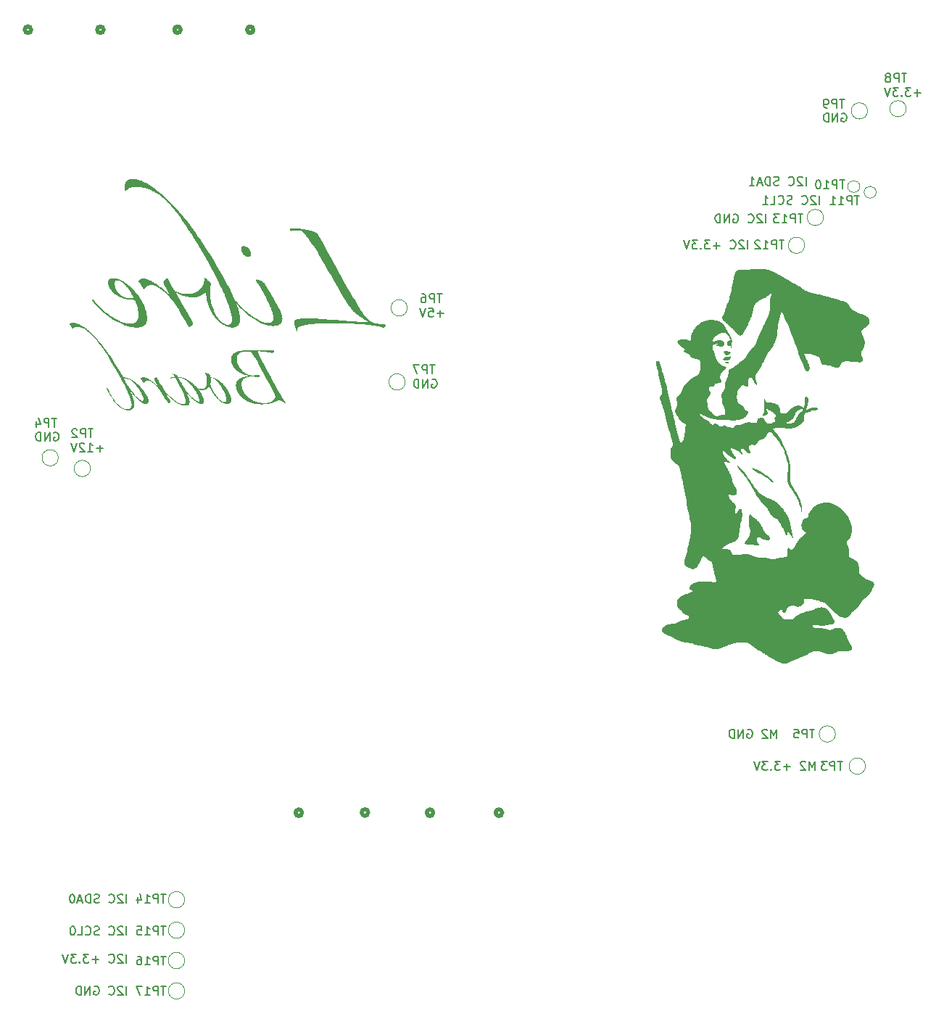
<source format=gbo>
G04 #@! TF.GenerationSoftware,KiCad,Pcbnew,9.0.6*
G04 #@! TF.CreationDate,2025-10-31T11:06:38-04:00*
G04 #@! TF.ProjectId,libreboard,6c696272-6562-46f6-9172-642e6b696361,rev?*
G04 #@! TF.SameCoordinates,Original*
G04 #@! TF.FileFunction,Legend,Bot*
G04 #@! TF.FilePolarity,Positive*
%FSLAX46Y46*%
G04 Gerber Fmt 4.6, Leading zero omitted, Abs format (unit mm)*
G04 Created by KiCad (PCBNEW 9.0.6) date 2025-10-31 11:06:38*
%MOMM*%
%LPD*%
G01*
G04 APERTURE LIST*
%ADD10C,0.000000*%
%ADD11C,0.153000*%
%ADD12C,0.508000*%
%ADD13C,0.120000*%
G04 APERTURE END LIST*
D10*
G36*
X209979556Y-134859362D02*
G01*
X210027975Y-134900385D01*
X210074936Y-134942229D01*
X210120641Y-134985041D01*
X210165292Y-135028970D01*
X210209090Y-135074163D01*
X210252237Y-135120766D01*
X210294935Y-135168927D01*
X210351159Y-135234742D01*
X210428999Y-135324462D01*
X210466181Y-135369047D01*
X210501848Y-135414245D01*
X210519029Y-135437260D01*
X210535731Y-135460651D01*
X210551921Y-135484495D01*
X210567565Y-135508864D01*
X210582629Y-135533834D01*
X210597081Y-135559480D01*
X210610886Y-135585875D01*
X210624011Y-135613095D01*
X210587300Y-135616279D01*
X210550589Y-135618966D01*
X210513878Y-135621280D01*
X210477166Y-135623347D01*
X210431467Y-135621967D01*
X210387321Y-135618118D01*
X210344632Y-135611867D01*
X210303301Y-135603281D01*
X210263232Y-135592426D01*
X210224328Y-135579367D01*
X210186490Y-135564173D01*
X210149621Y-135546908D01*
X210113625Y-135527639D01*
X210078403Y-135506433D01*
X210043858Y-135483356D01*
X210009894Y-135458474D01*
X209976412Y-135431854D01*
X209943315Y-135403563D01*
X209910506Y-135373665D01*
X209877887Y-135342229D01*
X209858246Y-135315927D01*
X209841375Y-135289464D01*
X209827096Y-135262810D01*
X209815234Y-135235935D01*
X209805612Y-135208811D01*
X209798054Y-135181407D01*
X209792384Y-135153694D01*
X209788424Y-135125642D01*
X209786000Y-135097222D01*
X209784933Y-135068405D01*
X209785049Y-135039160D01*
X209786171Y-135009458D01*
X209790727Y-134948566D01*
X209797189Y-134885491D01*
X209929479Y-134819346D01*
X209929479Y-134819014D01*
X209979556Y-134859362D01*
G37*
G36*
X218307520Y-152695975D02*
G01*
X218326203Y-152697633D01*
X218344552Y-152699971D01*
X218362529Y-152703047D01*
X218380096Y-152706920D01*
X218397214Y-152711647D01*
X218413845Y-152717285D01*
X218429951Y-152723894D01*
X218445494Y-152731531D01*
X218460435Y-152740253D01*
X218474736Y-152750118D01*
X218488358Y-152761185D01*
X218501264Y-152773512D01*
X218513416Y-152787156D01*
X218524774Y-152802175D01*
X218535301Y-152818627D01*
X218544958Y-152836570D01*
X218553707Y-152856061D01*
X218561510Y-152877160D01*
X218495364Y-152976376D01*
X218471862Y-152980036D01*
X218447988Y-152983240D01*
X218423741Y-152985989D01*
X218399123Y-152988284D01*
X218374132Y-152990124D01*
X218348769Y-152991508D01*
X218323035Y-152992438D01*
X218296928Y-152992913D01*
X218270821Y-152993389D01*
X218245086Y-152994320D01*
X218219723Y-152995705D01*
X218194732Y-152997545D01*
X218170113Y-152999839D01*
X218145867Y-153002588D01*
X218121992Y-153005792D01*
X218098490Y-153009450D01*
X218032344Y-153108670D01*
X218011674Y-153115047D01*
X217991003Y-153120784D01*
X217970332Y-153125879D01*
X217949662Y-153130334D01*
X217928991Y-153134147D01*
X217908320Y-153137320D01*
X217887650Y-153139852D01*
X217866979Y-153141743D01*
X217800834Y-153075597D01*
X217799459Y-153050792D01*
X217798477Y-153025987D01*
X217797888Y-153001183D01*
X217797691Y-152976378D01*
X217797888Y-152951574D01*
X217798477Y-152926769D01*
X217799459Y-152901965D01*
X217800834Y-152877160D01*
X217807436Y-152865119D01*
X217815086Y-152853306D01*
X217823786Y-152841720D01*
X217833535Y-152830362D01*
X217844333Y-152819231D01*
X217856179Y-152808327D01*
X217869075Y-152797651D01*
X217883020Y-152787202D01*
X217898014Y-152776981D01*
X217914057Y-152766986D01*
X217931149Y-152757219D01*
X217949290Y-152747679D01*
X217968480Y-152738367D01*
X217988719Y-152729282D01*
X218010007Y-152720424D01*
X218032344Y-152711793D01*
X218110753Y-152704086D01*
X218190556Y-152697076D01*
X218230216Y-152694991D01*
X218269306Y-152694470D01*
X218307520Y-152695975D01*
G37*
G36*
X143296205Y-129173552D02*
G01*
X143296159Y-129176143D01*
X143296159Y-129173498D01*
X143296205Y-129173552D01*
G37*
G36*
X209933949Y-123352798D02*
G01*
X209938099Y-123363457D01*
X209941929Y-123375019D01*
X209945437Y-123387486D01*
X209948626Y-123400857D01*
X209951494Y-123415133D01*
X209954042Y-123430313D01*
X209956269Y-123446397D01*
X209959762Y-123481279D01*
X209961974Y-123519778D01*
X209962904Y-123561894D01*
X209962552Y-123607628D01*
X209946450Y-123601602D01*
X209930224Y-123594936D01*
X209913873Y-123587629D01*
X209897399Y-123579681D01*
X209880800Y-123571092D01*
X209864077Y-123561863D01*
X209847231Y-123551993D01*
X209830261Y-123541482D01*
X209824318Y-123519943D01*
X209818892Y-123498653D01*
X209813982Y-123477610D01*
X209809590Y-123456816D01*
X209805714Y-123436269D01*
X209802356Y-123415970D01*
X209799514Y-123395920D01*
X209797189Y-123376117D01*
X209929479Y-123343045D01*
X209933949Y-123352798D01*
G37*
G36*
X153118592Y-112751625D02*
G01*
X153161703Y-112755197D01*
X153203920Y-112761150D01*
X153245245Y-112769484D01*
X153285676Y-112780200D01*
X153325215Y-112793296D01*
X153363860Y-112808775D01*
X153401613Y-112826634D01*
X153438473Y-112846875D01*
X153474440Y-112869496D01*
X153509513Y-112894499D01*
X153543694Y-112921884D01*
X153576982Y-112951649D01*
X153609377Y-112983796D01*
X153640879Y-113018324D01*
X153671488Y-113055234D01*
X153700708Y-113093433D01*
X153728043Y-113131830D01*
X153753493Y-113170427D01*
X153777057Y-113209221D01*
X153798736Y-113248214D01*
X153818530Y-113287405D01*
X153836439Y-113326795D01*
X153852463Y-113366384D01*
X153866602Y-113406170D01*
X153878855Y-113446155D01*
X153889223Y-113486339D01*
X153897706Y-113526721D01*
X153904304Y-113567302D01*
X153909017Y-113608080D01*
X153911845Y-113649058D01*
X153912788Y-113690234D01*
X153912490Y-113708986D01*
X153911597Y-113727143D01*
X153910109Y-113744705D01*
X153908025Y-113761671D01*
X153905346Y-113778042D01*
X153902072Y-113793818D01*
X153898202Y-113808998D01*
X153893737Y-113823583D01*
X153888677Y-113837573D01*
X153883022Y-113850968D01*
X153876771Y-113863767D01*
X153869925Y-113875971D01*
X153862483Y-113887579D01*
X153854447Y-113898593D01*
X153845815Y-113909011D01*
X153836587Y-113918833D01*
X153826765Y-113928061D01*
X153816347Y-113936693D01*
X153805333Y-113944729D01*
X153793725Y-113952171D01*
X153781521Y-113959017D01*
X153768721Y-113965268D01*
X153755327Y-113970923D01*
X153741337Y-113975983D01*
X153726752Y-113980448D01*
X153711571Y-113984318D01*
X153695796Y-113987592D01*
X153679425Y-113990271D01*
X153662458Y-113992354D01*
X153644896Y-113993843D01*
X153626739Y-113994736D01*
X153607987Y-113995033D01*
X153566960Y-113993843D01*
X153526429Y-113990271D01*
X153486394Y-113984318D01*
X153446856Y-113975983D01*
X153407813Y-113965268D01*
X153369267Y-113952171D01*
X153331216Y-113936693D01*
X153293662Y-113918834D01*
X153256604Y-113898593D01*
X153220042Y-113875971D01*
X153183976Y-113850968D01*
X153148406Y-113823584D01*
X153113332Y-113793818D01*
X153078755Y-113761671D01*
X153044673Y-113727143D01*
X153011088Y-113690234D01*
X152978792Y-113652133D01*
X152948579Y-113614033D01*
X152920451Y-113575933D01*
X152894406Y-113537833D01*
X152870444Y-113499733D01*
X152848566Y-113461633D01*
X152828772Y-113423533D01*
X152811062Y-113385433D01*
X152795435Y-113347333D01*
X152781891Y-113309233D01*
X152770432Y-113271133D01*
X152761056Y-113233033D01*
X152753763Y-113194933D01*
X152748554Y-113156833D01*
X152745429Y-113118733D01*
X152744387Y-113080633D01*
X152744388Y-113080634D01*
X152744711Y-113060319D01*
X152745678Y-113040649D01*
X152747291Y-113021624D01*
X152749548Y-113003244D01*
X152752450Y-112985508D01*
X152755997Y-112968418D01*
X152760189Y-112951972D01*
X152765026Y-112936172D01*
X152770508Y-112921016D01*
X152776634Y-112906505D01*
X152783406Y-112892639D01*
X152790823Y-112879419D01*
X152798884Y-112866843D01*
X152807591Y-112854912D01*
X152816942Y-112843625D01*
X152826938Y-112832984D01*
X152837580Y-112822988D01*
X152848866Y-112813636D01*
X152860797Y-112804930D01*
X152873373Y-112796868D01*
X152886594Y-112789452D01*
X152900459Y-112782680D01*
X152914970Y-112776553D01*
X152930126Y-112771072D01*
X152945926Y-112766235D01*
X152962372Y-112762043D01*
X152979462Y-112758496D01*
X152997198Y-112755593D01*
X153015578Y-112753336D01*
X153034603Y-112751724D01*
X153054274Y-112750756D01*
X153074589Y-112750434D01*
X153118592Y-112751625D01*
G37*
G36*
X217536250Y-151521500D02*
G01*
X217542566Y-151544400D01*
X217549137Y-151566629D01*
X217556000Y-151588244D01*
X217563194Y-151609304D01*
X217570756Y-151629865D01*
X217578724Y-151649986D01*
X217587136Y-151669725D01*
X217596029Y-151689138D01*
X217605442Y-151708284D01*
X217615412Y-151727220D01*
X217625977Y-151746004D01*
X217637174Y-151764694D01*
X217649042Y-151783347D01*
X217661619Y-151802021D01*
X217674941Y-151820773D01*
X217689047Y-151839661D01*
X217702848Y-151856770D01*
X217714934Y-151872207D01*
X217725418Y-151886277D01*
X217734414Y-151899287D01*
X217742036Y-151911541D01*
X217748398Y-151923344D01*
X217753614Y-151935002D01*
X217757797Y-151946820D01*
X217761062Y-151959102D01*
X217763522Y-151972155D01*
X217765292Y-151986284D01*
X217766484Y-152001793D01*
X217767213Y-152018988D01*
X217767593Y-152038174D01*
X217767761Y-152083741D01*
X217697305Y-152085827D01*
X217664220Y-152086064D01*
X217648027Y-152085670D01*
X217631996Y-152084814D01*
X217616074Y-152083408D01*
X217600206Y-152081362D01*
X217584340Y-152078588D01*
X217568424Y-152074996D01*
X217552402Y-152070497D01*
X217536223Y-152065002D01*
X217519832Y-152058422D01*
X217503177Y-152050668D01*
X217494591Y-152036957D01*
X217486674Y-152023673D01*
X217479394Y-152010733D01*
X217472724Y-151998051D01*
X217466634Y-151985544D01*
X217461093Y-151973126D01*
X217456072Y-151960715D01*
X217451542Y-151948225D01*
X217447474Y-151935572D01*
X217443837Y-151922672D01*
X217440602Y-151909441D01*
X217437739Y-151895794D01*
X217435220Y-151881647D01*
X217433014Y-151866915D01*
X217431092Y-151851515D01*
X217429425Y-151835362D01*
X217430747Y-151748711D01*
X217430973Y-151716240D01*
X217431502Y-151686323D01*
X217432041Y-151672103D01*
X217432852Y-151658258D01*
X217433997Y-151644701D01*
X217435543Y-151631344D01*
X217437554Y-151618099D01*
X217440094Y-151604879D01*
X217443230Y-151591596D01*
X217447026Y-151578163D01*
X217451546Y-151564491D01*
X217456856Y-151550493D01*
X217463020Y-151536081D01*
X217470105Y-151521169D01*
X217536250Y-151521169D01*
X217536250Y-151521500D01*
G37*
G36*
X212410271Y-138656483D02*
G01*
X212409949Y-138656464D01*
X212409949Y-138655804D01*
X212410271Y-138656483D01*
G37*
G36*
X219719063Y-147750855D02*
G01*
X219719063Y-147750859D01*
X219737915Y-147775798D01*
X219754510Y-147800334D01*
X219768993Y-147824574D01*
X219781508Y-147848626D01*
X219792202Y-147872599D01*
X219801220Y-147896600D01*
X219808707Y-147920738D01*
X219814809Y-147945121D01*
X219819670Y-147969856D01*
X219823436Y-147995052D01*
X219826253Y-148020817D01*
X219828265Y-148047259D01*
X219830459Y-148102604D01*
X219831180Y-148161954D01*
X219830560Y-148210448D01*
X219830296Y-148234369D01*
X219830188Y-148258199D01*
X219830188Y-148461926D01*
X219828989Y-148621831D01*
X219828534Y-148781739D01*
X219828534Y-148991093D01*
X219828245Y-149041571D01*
X219828203Y-149091302D01*
X219828002Y-149178011D01*
X219826839Y-149264564D01*
X219825635Y-149307811D01*
X219823878Y-149351055D01*
X219821461Y-149394306D01*
X219818281Y-149437577D01*
X219810271Y-149467857D01*
X219801917Y-149496523D01*
X219793109Y-149523705D01*
X219783736Y-149549534D01*
X219773686Y-149574141D01*
X219762849Y-149597655D01*
X219751113Y-149620206D01*
X219738369Y-149641926D01*
X219724504Y-149662944D01*
X219709409Y-149683391D01*
X219692971Y-149703398D01*
X219675081Y-149723093D01*
X219655627Y-149742609D01*
X219634497Y-149762074D01*
X219611582Y-149781620D01*
X219586771Y-149801377D01*
X219560592Y-149804560D01*
X219534805Y-149806834D01*
X219509411Y-149808198D01*
X219484410Y-149808653D01*
X219459802Y-149808198D01*
X219435586Y-149806834D01*
X219411764Y-149804560D01*
X219388334Y-149801377D01*
X219356535Y-149768279D01*
X219326011Y-149733900D01*
X219296771Y-149698318D01*
X219268827Y-149661606D01*
X219242189Y-149623843D01*
X219216867Y-149585103D01*
X219192873Y-149545464D01*
X219170218Y-149505000D01*
X219148911Y-149463788D01*
X219128963Y-149421905D01*
X219110385Y-149379425D01*
X219093189Y-149336426D01*
X219077383Y-149292983D01*
X219062980Y-149249172D01*
X219049989Y-149205070D01*
X219038422Y-149160752D01*
X219033952Y-149129667D01*
X219030504Y-149100047D01*
X219028139Y-149071719D01*
X219026919Y-149044512D01*
X219026904Y-149018254D01*
X219028155Y-148992775D01*
X219030734Y-148967902D01*
X219034701Y-148943465D01*
X219040118Y-148919290D01*
X219047045Y-148895208D01*
X219055544Y-148871046D01*
X219065676Y-148846634D01*
X219077501Y-148821799D01*
X219091082Y-148796369D01*
X219106477Y-148770175D01*
X219123750Y-148743043D01*
X219168641Y-148687977D01*
X219209590Y-148634775D01*
X219228604Y-148608467D01*
X219246655Y-148582139D01*
X219263750Y-148555628D01*
X219279895Y-148528771D01*
X219295099Y-148501406D01*
X219309368Y-148473372D01*
X219322710Y-148444505D01*
X219335132Y-148414643D01*
X219346642Y-148383625D01*
X219357245Y-148351288D01*
X219366951Y-148317469D01*
X219375766Y-148282006D01*
X219390262Y-148216708D01*
X219405475Y-148151720D01*
X219422152Y-148087321D01*
X219431275Y-148055430D01*
X219441043Y-148023791D01*
X219451552Y-147992438D01*
X219462895Y-147961407D01*
X219475165Y-147930733D01*
X219488456Y-147900449D01*
X219502862Y-147870593D01*
X219518475Y-147841197D01*
X219535389Y-147812297D01*
X219553698Y-147783929D01*
X219565002Y-147779691D01*
X219576177Y-147775743D01*
X219587223Y-147772084D01*
X219598140Y-147768714D01*
X219608927Y-147765634D01*
X219619585Y-147762844D01*
X219630115Y-147760343D01*
X219640514Y-147758131D01*
X219650785Y-147756208D01*
X219660927Y-147754575D01*
X219670939Y-147753232D01*
X219680822Y-147752178D01*
X219690576Y-147751413D01*
X219700201Y-147750938D01*
X219709696Y-147750752D01*
X219719063Y-147750855D01*
G37*
G36*
X207866322Y-156173892D02*
G01*
X207910515Y-156175785D01*
X207954585Y-156179540D01*
X207998455Y-156185146D01*
X208042050Y-156192593D01*
X208085293Y-156201871D01*
X208128108Y-156212968D01*
X208170419Y-156225874D01*
X208212150Y-156240579D01*
X208253225Y-156257073D01*
X208293567Y-156275345D01*
X208333101Y-156295384D01*
X208371751Y-156317179D01*
X208409439Y-156340722D01*
X208446091Y-156366000D01*
X208481630Y-156393004D01*
X208515980Y-156421723D01*
X208549065Y-156452147D01*
X208580808Y-156484264D01*
X208611134Y-156518066D01*
X208639966Y-156553540D01*
X208649458Y-156572178D01*
X208657638Y-156590438D01*
X208664575Y-156608390D01*
X208670337Y-156626104D01*
X208674993Y-156643652D01*
X208678610Y-156661103D01*
X208681258Y-156678530D01*
X208683003Y-156696002D01*
X208683916Y-156713591D01*
X208684064Y-156731366D01*
X208683514Y-156749399D01*
X208682337Y-156767761D01*
X208680599Y-156786522D01*
X208678370Y-156805752D01*
X208672710Y-156845906D01*
X208664457Y-156858088D01*
X208656235Y-156869831D01*
X208648044Y-156881135D01*
X208639884Y-156892000D01*
X208631756Y-156902426D01*
X208623658Y-156912412D01*
X208615591Y-156921959D01*
X208607555Y-156931067D01*
X208599551Y-156939736D01*
X208591577Y-156947966D01*
X208583634Y-156955756D01*
X208575722Y-156963108D01*
X208567842Y-156970020D01*
X208559992Y-156976493D01*
X208552173Y-156982527D01*
X208544385Y-156988122D01*
X208535646Y-156990837D01*
X208526955Y-156993197D01*
X208518314Y-156995199D01*
X208509722Y-156996845D01*
X208501178Y-156998134D01*
X208492684Y-156999067D01*
X208484239Y-156999643D01*
X208475843Y-156999863D01*
X208467496Y-156999726D01*
X208459198Y-156999232D01*
X208450949Y-156998382D01*
X208442749Y-156997175D01*
X208434599Y-156995612D01*
X208426497Y-156993692D01*
X208418445Y-156991415D01*
X208410442Y-156988782D01*
X208385863Y-156973849D01*
X208361214Y-156959301D01*
X208336457Y-156945117D01*
X208311552Y-156931278D01*
X208286462Y-156917764D01*
X208261147Y-156904557D01*
X208235568Y-156891636D01*
X208209688Y-156878983D01*
X208186846Y-156876000D01*
X208165334Y-156873755D01*
X208144975Y-156872255D01*
X208125596Y-156871510D01*
X208107020Y-156871529D01*
X208089074Y-156872320D01*
X208071582Y-156873892D01*
X208054370Y-156876254D01*
X208037263Y-156879414D01*
X208020085Y-156883381D01*
X208002662Y-156888164D01*
X207984819Y-156893772D01*
X207966381Y-156900213D01*
X207947173Y-156907496D01*
X207927020Y-156915629D01*
X207905748Y-156924622D01*
X207874618Y-156938760D01*
X207843241Y-156952402D01*
X207811615Y-156965549D01*
X207779741Y-156978200D01*
X207696156Y-156998992D01*
X207605544Y-157020017D01*
X207510367Y-157038778D01*
X207461836Y-157046530D01*
X207413086Y-157052779D01*
X207364425Y-157057216D01*
X207316161Y-157059526D01*
X207268601Y-157059398D01*
X207222053Y-157056521D01*
X207176825Y-157050582D01*
X207133225Y-157041269D01*
X207112131Y-157035249D01*
X207091560Y-157028270D01*
X207071549Y-157020291D01*
X207052137Y-157011273D01*
X207049821Y-156943471D01*
X207049118Y-156898454D01*
X207048168Y-156854176D01*
X207047651Y-156832147D01*
X207047423Y-156810210D01*
X207047485Y-156788367D01*
X207047836Y-156766616D01*
X207048477Y-156744958D01*
X207049407Y-156723393D01*
X207050627Y-156701921D01*
X207052137Y-156680543D01*
X207064732Y-156651190D01*
X207078094Y-156622651D01*
X207092237Y-156594911D01*
X207107178Y-156567956D01*
X207122930Y-156541770D01*
X207139510Y-156516338D01*
X207156931Y-156491646D01*
X207175210Y-156467678D01*
X207194360Y-156444419D01*
X207214398Y-156421854D01*
X207235338Y-156399969D01*
X207257194Y-156378748D01*
X207279983Y-156358176D01*
X207303719Y-156338239D01*
X207328417Y-156318920D01*
X207354093Y-156300206D01*
X207354093Y-156300202D01*
X207393829Y-156278937D01*
X207434354Y-156259660D01*
X207475594Y-156242360D01*
X207517472Y-156227026D01*
X207559911Y-156213648D01*
X207602837Y-156202216D01*
X207646171Y-156192719D01*
X207689839Y-156185146D01*
X207733764Y-156179488D01*
X207777871Y-156175733D01*
X207822082Y-156173871D01*
X207866322Y-156173892D01*
G37*
G36*
X157545666Y-130418526D02*
G01*
X157657742Y-130607538D01*
X157668036Y-130624777D01*
X157679074Y-130642760D01*
X157690857Y-130661488D01*
X157703383Y-130680960D01*
X157730668Y-130722135D01*
X157760930Y-130766288D01*
X157778660Y-130790721D01*
X157800080Y-130818378D01*
X157825158Y-130849260D01*
X157853865Y-130883366D01*
X157886168Y-130920697D01*
X157922036Y-130961253D01*
X158004346Y-131052038D01*
X157922326Y-131120830D01*
X157873083Y-131082873D01*
X157822569Y-131046374D01*
X157770753Y-131011301D01*
X157717604Y-130977624D01*
X157663091Y-130945310D01*
X157607182Y-130914330D01*
X157549847Y-130884652D01*
X157491055Y-130856246D01*
X157462251Y-130842789D01*
X157434381Y-130830201D01*
X157407449Y-130818481D01*
X157381459Y-130807629D01*
X157356415Y-130797645D01*
X157332320Y-130788529D01*
X157309179Y-130780282D01*
X157286995Y-130772902D01*
X157265772Y-130766391D01*
X157245514Y-130760748D01*
X157226225Y-130755973D01*
X157207909Y-130752066D01*
X157190570Y-130749028D01*
X157174211Y-130746857D01*
X157158837Y-130745555D01*
X157144451Y-130745121D01*
X157137848Y-130745246D01*
X157130942Y-130745622D01*
X157123743Y-130746255D01*
X157116256Y-130747147D01*
X157108490Y-130748302D01*
X157100453Y-130749725D01*
X157092153Y-130751420D01*
X157083596Y-130753389D01*
X157074792Y-130755638D01*
X157065747Y-130758170D01*
X157056470Y-130760988D01*
X157046968Y-130764097D01*
X157037249Y-130767500D01*
X157027321Y-130771202D01*
X157017191Y-130775207D01*
X157006867Y-130779517D01*
X156985897Y-130788700D01*
X156964617Y-130798410D01*
X156942964Y-130808679D01*
X156920878Y-130819536D01*
X156898295Y-130831013D01*
X156875154Y-130843142D01*
X156851394Y-130855952D01*
X156826951Y-130869475D01*
X156728605Y-130916232D01*
X156628058Y-130959269D01*
X156525341Y-130998584D01*
X156420485Y-131034179D01*
X156313520Y-131066053D01*
X156204477Y-131094207D01*
X156093388Y-131118639D01*
X155980284Y-131139351D01*
X155867045Y-131157081D01*
X155755512Y-131172548D01*
X155645653Y-131185721D01*
X155537438Y-131196568D01*
X155430834Y-131205058D01*
X155325812Y-131211161D01*
X155222341Y-131214846D01*
X155120388Y-131216081D01*
X155034131Y-131215305D01*
X154948993Y-131212975D01*
X154864979Y-131209087D01*
X154782094Y-131203637D01*
X154700340Y-131196621D01*
X154619721Y-131188036D01*
X154540242Y-131177877D01*
X154461907Y-131166140D01*
X154384718Y-131152823D01*
X154308681Y-131137920D01*
X154233798Y-131121428D01*
X154160075Y-131103343D01*
X154087514Y-131083662D01*
X154016120Y-131062379D01*
X153945896Y-131039493D01*
X153876847Y-131014997D01*
X153809007Y-130989261D01*
X153742416Y-130962649D01*
X153677080Y-130935153D01*
X153613007Y-130906766D01*
X153550206Y-130877480D01*
X153488684Y-130847286D01*
X153428449Y-130816179D01*
X153369508Y-130784148D01*
X153311869Y-130751188D01*
X153255541Y-130717289D01*
X153200530Y-130682445D01*
X153146845Y-130646648D01*
X153094493Y-130609889D01*
X153043481Y-130572161D01*
X152993819Y-130533457D01*
X152945513Y-130493768D01*
X152898570Y-130453770D01*
X152852987Y-130413153D01*
X152808760Y-130371915D01*
X152765886Y-130330057D01*
X152724361Y-130287579D01*
X152684181Y-130244481D01*
X152645341Y-130200763D01*
X152607839Y-130156424D01*
X152571670Y-130111466D01*
X152536831Y-130065887D01*
X152503316Y-130019689D01*
X152471124Y-129972870D01*
X152440249Y-129925431D01*
X152410688Y-129877372D01*
X152382437Y-129828692D01*
X152355493Y-129779393D01*
X152330036Y-129729815D01*
X152306250Y-129680298D01*
X152284131Y-129630844D01*
X152263674Y-129581452D01*
X152244876Y-129532122D01*
X152227733Y-129482853D01*
X152212241Y-129433647D01*
X152198396Y-129384503D01*
X152186195Y-129335420D01*
X152175633Y-129286400D01*
X152166706Y-129237442D01*
X152159411Y-129188546D01*
X152153744Y-129139712D01*
X152149701Y-129090939D01*
X152147278Y-129042229D01*
X152146472Y-128993581D01*
X152147030Y-128953925D01*
X152148709Y-128915322D01*
X152151512Y-128877774D01*
X152155443Y-128841280D01*
X152160505Y-128805841D01*
X152166703Y-128771455D01*
X152174040Y-128738124D01*
X152182521Y-128705847D01*
X152192149Y-128674624D01*
X152202928Y-128644455D01*
X152214862Y-128615341D01*
X152227955Y-128587280D01*
X152242210Y-128560274D01*
X152257633Y-128534322D01*
X152274225Y-128509424D01*
X152291992Y-128485581D01*
X152310595Y-128462077D01*
X152329690Y-128439186D01*
X152349274Y-128416899D01*
X152369342Y-128395209D01*
X152389890Y-128374108D01*
X152410915Y-128353589D01*
X152432413Y-128333643D01*
X152454380Y-128314263D01*
X152476812Y-128295442D01*
X152499706Y-128277170D01*
X152523056Y-128259441D01*
X152546860Y-128242247D01*
X152571114Y-128225580D01*
X152595814Y-128209433D01*
X152620955Y-128193797D01*
X152646534Y-128178665D01*
X152672484Y-128164061D01*
X152698732Y-128150015D01*
X152725268Y-128136528D01*
X152752078Y-128123598D01*
X152806478Y-128099414D01*
X152861839Y-128077462D01*
X152918068Y-128057742D01*
X152975072Y-128040255D01*
X153032759Y-128025000D01*
X153091034Y-128011977D01*
X153207161Y-127988247D01*
X153317583Y-127965014D01*
X153522305Y-127922019D01*
X153525654Y-127921925D01*
X153527237Y-127921807D01*
X153528759Y-127921642D01*
X153530221Y-127921427D01*
X153531624Y-127921164D01*
X153532967Y-127920852D01*
X153534252Y-127920489D01*
X153535479Y-127920076D01*
X153536648Y-127919613D01*
X153537760Y-127919098D01*
X153538815Y-127918531D01*
X153539814Y-127917911D01*
X153540758Y-127917239D01*
X153541646Y-127916514D01*
X153542479Y-127915735D01*
X153543258Y-127914902D01*
X153543984Y-127914013D01*
X153544656Y-127913070D01*
X153545275Y-127912071D01*
X153545842Y-127911016D01*
X153546357Y-127909904D01*
X153546820Y-127908735D01*
X153547233Y-127907508D01*
X153547596Y-127906223D01*
X153547908Y-127904879D01*
X153548171Y-127903477D01*
X153548386Y-127902015D01*
X153548551Y-127900492D01*
X153548669Y-127898909D01*
X153548763Y-127895560D01*
X153548669Y-127890289D01*
X153548551Y-127887791D01*
X153548386Y-127885385D01*
X153548171Y-127883070D01*
X153547908Y-127880846D01*
X153547596Y-127878712D01*
X153547233Y-127876667D01*
X153546820Y-127874712D01*
X153546357Y-127872845D01*
X153545842Y-127871067D01*
X153545275Y-127869376D01*
X153544656Y-127867772D01*
X153543984Y-127866255D01*
X153543258Y-127864825D01*
X153542479Y-127863480D01*
X153541646Y-127862220D01*
X153540758Y-127861045D01*
X153539814Y-127859954D01*
X153538815Y-127858948D01*
X153537760Y-127858024D01*
X153536648Y-127857183D01*
X153535479Y-127856425D01*
X153534252Y-127855749D01*
X153532967Y-127855154D01*
X153531624Y-127854640D01*
X153530221Y-127854206D01*
X153528759Y-127853852D01*
X153527237Y-127853578D01*
X153525654Y-127853383D01*
X153524010Y-127853266D01*
X153522305Y-127853227D01*
X153389093Y-127819978D01*
X153261277Y-127783691D01*
X153199372Y-127764389D01*
X153138793Y-127744303D01*
X153079532Y-127723427D01*
X153021581Y-127701753D01*
X152964932Y-127679272D01*
X152909577Y-127655978D01*
X152855509Y-127631862D01*
X152802721Y-127606916D01*
X152751203Y-127581134D01*
X152700949Y-127554506D01*
X152651951Y-127527026D01*
X152604201Y-127498685D01*
X152558126Y-127469818D01*
X152513167Y-127440761D01*
X152469325Y-127411510D01*
X152426599Y-127382062D01*
X152384989Y-127352412D01*
X152344495Y-127322557D01*
X152305118Y-127292492D01*
X152266857Y-127262214D01*
X152229712Y-127231719D01*
X152193683Y-127201003D01*
X152158770Y-127170063D01*
X152124974Y-127138893D01*
X152092294Y-127107492D01*
X152060730Y-127075853D01*
X152030282Y-127043975D01*
X152000950Y-127011852D01*
X151973169Y-126979605D01*
X151946380Y-126947350D01*
X151920583Y-126915079D01*
X151895779Y-126882785D01*
X151871966Y-126850460D01*
X151849146Y-126818096D01*
X151827318Y-126785686D01*
X151806482Y-126753222D01*
X151786638Y-126720695D01*
X151767786Y-126688099D01*
X151749927Y-126655426D01*
X151733060Y-126622667D01*
X151717185Y-126589815D01*
X151702302Y-126556862D01*
X151688411Y-126523801D01*
X151675513Y-126490623D01*
X151663513Y-126458129D01*
X151652315Y-126426136D01*
X151641916Y-126394646D01*
X151632311Y-126363664D01*
X151623497Y-126333194D01*
X151615470Y-126303239D01*
X151608226Y-126273804D01*
X151601760Y-126244891D01*
X151596070Y-126216506D01*
X151591151Y-126188652D01*
X151586999Y-126161333D01*
X151583611Y-126134552D01*
X151580983Y-126108314D01*
X151579110Y-126082622D01*
X151577990Y-126057481D01*
X151577617Y-126032894D01*
X151578237Y-125986385D01*
X151580097Y-125941112D01*
X151582390Y-125908540D01*
X152241721Y-125908540D01*
X152244367Y-125905895D01*
X152244832Y-125947411D01*
X152246227Y-125988614D01*
X152248553Y-126029498D01*
X152251808Y-126070061D01*
X152255994Y-126110298D01*
X152261110Y-126150206D01*
X152267156Y-126189780D01*
X152274132Y-126229018D01*
X152282039Y-126267914D01*
X152290876Y-126306465D01*
X152300642Y-126344668D01*
X152311339Y-126382517D01*
X152322967Y-126420011D01*
X152335524Y-126457143D01*
X152349012Y-126493912D01*
X152363429Y-126530312D01*
X152378592Y-126566805D01*
X152394316Y-126602861D01*
X152410607Y-126638474D01*
X152427467Y-126673642D01*
X152444901Y-126708360D01*
X152462912Y-126742625D01*
X152481504Y-126776432D01*
X152500682Y-126809778D01*
X152520449Y-126842659D01*
X152540809Y-126875071D01*
X152561766Y-126907011D01*
X152583323Y-126938473D01*
X152605485Y-126969455D01*
X152628256Y-126999953D01*
X152651639Y-127029962D01*
X152675638Y-127059479D01*
X152700132Y-127088966D01*
X152724999Y-127117904D01*
X152750238Y-127146299D01*
X152775849Y-127174159D01*
X152801832Y-127201492D01*
X152828186Y-127228305D01*
X152854913Y-127254607D01*
X152882013Y-127280405D01*
X152937327Y-127330521D01*
X152994130Y-127378715D01*
X153052421Y-127425048D01*
X153112200Y-127469582D01*
X153172847Y-127512247D01*
X153233743Y-127552926D01*
X153294887Y-127591622D01*
X153356278Y-127628333D01*
X153417918Y-127663059D01*
X153479806Y-127695801D01*
X153541942Y-127726559D01*
X153604325Y-127755332D01*
X153632851Y-127765874D01*
X153662864Y-127775672D01*
X153694366Y-127784726D01*
X153727356Y-127793036D01*
X153761835Y-127800601D01*
X153797801Y-127807422D01*
X153835257Y-127813499D01*
X153874200Y-127818832D01*
X153914260Y-127823540D01*
X153953079Y-127827721D01*
X153990658Y-127831343D01*
X154026997Y-127834377D01*
X154062096Y-127836790D01*
X154095954Y-127838552D01*
X154128572Y-127839632D01*
X154159950Y-127839999D01*
X154197524Y-127839265D01*
X154234819Y-127837105D01*
X154271804Y-127833581D01*
X154308447Y-127828754D01*
X154344719Y-127822688D01*
X154380588Y-127815443D01*
X154416022Y-127807081D01*
X154450992Y-127797666D01*
X154485961Y-127787491D01*
X154521396Y-127778773D01*
X154557264Y-127771481D01*
X154593536Y-127765585D01*
X154630180Y-127761053D01*
X154667165Y-127757854D01*
X154704460Y-127755958D01*
X154742034Y-127755332D01*
X154750839Y-127755518D01*
X154759397Y-127756077D01*
X154767706Y-127757007D01*
X154775768Y-127758309D01*
X154783581Y-127759983D01*
X154791147Y-127762030D01*
X154798464Y-127764448D01*
X154805534Y-127767239D01*
X154812355Y-127770401D01*
X154818928Y-127773936D01*
X154825253Y-127777843D01*
X154831330Y-127782121D01*
X154837160Y-127786772D01*
X154842741Y-127791795D01*
X154848074Y-127797190D01*
X154853159Y-127802957D01*
X154858430Y-127809469D01*
X154863334Y-127816104D01*
X154867873Y-127822863D01*
X154872051Y-127829747D01*
X154875874Y-127836754D01*
X154879343Y-127843886D01*
X154882464Y-127851141D01*
X154885239Y-127858520D01*
X154887674Y-127866024D01*
X154889771Y-127873651D01*
X154891535Y-127881403D01*
X154892970Y-127889278D01*
X154894079Y-127897278D01*
X154894866Y-127905401D01*
X154895336Y-127913649D01*
X154895492Y-127922020D01*
X154895428Y-127932190D01*
X154895233Y-127941864D01*
X154894899Y-127951042D01*
X154894417Y-127959723D01*
X154893780Y-127967909D01*
X154892980Y-127975598D01*
X154892010Y-127982792D01*
X154890862Y-127989489D01*
X154889527Y-127995690D01*
X154887999Y-128001395D01*
X154886269Y-128006604D01*
X154885326Y-128009023D01*
X154884330Y-128011317D01*
X154883279Y-128013487D01*
X154882173Y-128015534D01*
X154881012Y-128017456D01*
X154879792Y-128019254D01*
X154878515Y-128020929D01*
X154877179Y-128022479D01*
X154875783Y-128023905D01*
X154874325Y-128025207D01*
X154868124Y-128030158D01*
X154861427Y-128035047D01*
X154857892Y-128037448D01*
X154854234Y-128039811D01*
X154850451Y-128042127D01*
X154846544Y-128044390D01*
X154842513Y-128046590D01*
X154838359Y-128048720D01*
X154834080Y-128050773D01*
X154829677Y-128052741D01*
X154825150Y-128054615D01*
X154820499Y-128056389D01*
X154815724Y-128058054D01*
X154810825Y-128059603D01*
X154764430Y-128058859D01*
X154716485Y-128056627D01*
X154666927Y-128052906D01*
X154615695Y-128047697D01*
X154562727Y-128041000D01*
X154507960Y-128032814D01*
X154451333Y-128023140D01*
X154392784Y-128011978D01*
X154333991Y-128000816D01*
X154276656Y-127991142D01*
X154220748Y-127982956D01*
X154166234Y-127976259D01*
X154113085Y-127971050D01*
X154061269Y-127967330D01*
X154010755Y-127965097D01*
X153961513Y-127964353D01*
X153893487Y-127968569D01*
X153827330Y-127974270D01*
X153763048Y-127981451D01*
X153700650Y-127990109D01*
X153640144Y-128000239D01*
X153581536Y-128011838D01*
X153524835Y-128024903D01*
X153470049Y-128039429D01*
X153417186Y-128055411D01*
X153366252Y-128072848D01*
X153317256Y-128091733D01*
X153270206Y-128112065D01*
X153225109Y-128133838D01*
X153181974Y-128157049D01*
X153140807Y-128181694D01*
X153101617Y-128207770D01*
X153065062Y-128235768D01*
X153030810Y-128265193D01*
X152998868Y-128296044D01*
X152969243Y-128328321D01*
X152941943Y-128362024D01*
X152916977Y-128397154D01*
X152894352Y-128433710D01*
X152874075Y-128471692D01*
X152856155Y-128511100D01*
X152840599Y-128551935D01*
X152827415Y-128594196D01*
X152816611Y-128637883D01*
X152808194Y-128682997D01*
X152802173Y-128729536D01*
X152798554Y-128777502D01*
X152797346Y-128826895D01*
X152798245Y-128885682D01*
X152800943Y-128943973D01*
X152805439Y-129001768D01*
X152811733Y-129059067D01*
X152819826Y-129115869D01*
X152829716Y-129172176D01*
X152841406Y-129227986D01*
X152854893Y-129283301D01*
X152870179Y-129338119D01*
X152887263Y-129392441D01*
X152906146Y-129446268D01*
X152926827Y-129499598D01*
X152949306Y-129552432D01*
X152973584Y-129604770D01*
X152999660Y-129656611D01*
X153027534Y-129707957D01*
X153056430Y-129758651D01*
X153086554Y-129808530D01*
X153117895Y-129857588D01*
X153150441Y-129905816D01*
X153184181Y-129953207D01*
X153219104Y-129999753D01*
X153255196Y-130045447D01*
X153292448Y-130090280D01*
X153330847Y-130134245D01*
X153370381Y-130177334D01*
X153411040Y-130219540D01*
X153452811Y-130260854D01*
X153495682Y-130301269D01*
X153539642Y-130340777D01*
X153584680Y-130379370D01*
X153630784Y-130417041D01*
X153678254Y-130453752D01*
X153726406Y-130489476D01*
X153775240Y-130524215D01*
X153824757Y-130557973D01*
X153874955Y-130590754D01*
X153925836Y-130622563D01*
X154029643Y-130683278D01*
X154136179Y-130740148D01*
X154245444Y-130793204D01*
X154357437Y-130842477D01*
X154472159Y-130887999D01*
X154588369Y-130929169D01*
X154704827Y-130965347D01*
X154821533Y-130996503D01*
X154938487Y-131022605D01*
X154997057Y-131033751D01*
X155055689Y-131043622D01*
X155114383Y-131052214D01*
X155173139Y-131059523D01*
X155231957Y-131065545D01*
X155290838Y-131070276D01*
X155349780Y-131073714D01*
X155408784Y-131075852D01*
X155500184Y-131074607D01*
X155587832Y-131070850D01*
X155671698Y-131064551D01*
X155751750Y-131055678D01*
X155790336Y-131050267D01*
X155827957Y-131044200D01*
X155864609Y-131037475D01*
X155900289Y-131030088D01*
X155934991Y-131022033D01*
X155968713Y-131013308D01*
X156001451Y-131003909D01*
X156033200Y-130993832D01*
X156094339Y-130972494D01*
X156123875Y-130961444D01*
X156152718Y-130950134D01*
X156180863Y-130938560D01*
X156208306Y-130926719D01*
X156235044Y-130914607D01*
X156261073Y-130902219D01*
X156286388Y-130889553D01*
X156310987Y-130876603D01*
X156334865Y-130863367D01*
X156358018Y-130849840D01*
X156380442Y-130836019D01*
X156402134Y-130821899D01*
X156423089Y-130807477D01*
X156443305Y-130792748D01*
X156463272Y-130777835D01*
X156482496Y-130762864D01*
X156500976Y-130747838D01*
X156518711Y-130732762D01*
X156535702Y-130717640D01*
X156551949Y-130702475D01*
X156567452Y-130687271D01*
X156582211Y-130672033D01*
X156596225Y-130656763D01*
X156609496Y-130641466D01*
X156622022Y-130626146D01*
X156633805Y-130610807D01*
X156644843Y-130595452D01*
X156655137Y-130580085D01*
X156664686Y-130564711D01*
X156673492Y-130549333D01*
X156681677Y-130533643D01*
X156689362Y-130518321D01*
X156696543Y-130503364D01*
X156703216Y-130488767D01*
X156709378Y-130474527D01*
X156715024Y-130460640D01*
X156720151Y-130447101D01*
X156724755Y-130433907D01*
X156728832Y-130421055D01*
X156732377Y-130408539D01*
X156735388Y-130396357D01*
X156737860Y-130384505D01*
X156739790Y-130372977D01*
X156741173Y-130361772D01*
X156742005Y-130350885D01*
X156742284Y-130340311D01*
X156740578Y-130326763D01*
X156738434Y-130312912D01*
X156735848Y-130298767D01*
X156732817Y-130284335D01*
X156729336Y-130269624D01*
X156725401Y-130254642D01*
X156721009Y-130239396D01*
X156716156Y-130223894D01*
X156710838Y-130208144D01*
X156705051Y-130192155D01*
X156698791Y-130175932D01*
X156692054Y-130159485D01*
X156684837Y-130142820D01*
X156677135Y-130125947D01*
X156668945Y-130108871D01*
X156660263Y-130091602D01*
X156132419Y-129057743D01*
X155604576Y-128035790D01*
X155344705Y-127541681D01*
X155093268Y-127071384D01*
X154850761Y-126624899D01*
X154617680Y-126202228D01*
X154318701Y-125694228D01*
X154279132Y-125627880D01*
X154239780Y-125563796D01*
X154200615Y-125502007D01*
X154161604Y-125442543D01*
X154122718Y-125385435D01*
X154083924Y-125330715D01*
X154045193Y-125278413D01*
X154006492Y-125228561D01*
X153993966Y-125213523D01*
X153981191Y-125199167D01*
X153968169Y-125185494D01*
X153954898Y-125172502D01*
X153941380Y-125160193D01*
X153927613Y-125148566D01*
X153913599Y-125137621D01*
X153899336Y-125127358D01*
X153884825Y-125117777D01*
X153870066Y-125108878D01*
X153855060Y-125100662D01*
X153839805Y-125093127D01*
X153824302Y-125086275D01*
X153808551Y-125080105D01*
X153792552Y-125074617D01*
X153776305Y-125069811D01*
X153742431Y-125061496D01*
X153708216Y-125054391D01*
X153673567Y-125048463D01*
X153638391Y-125043683D01*
X153602594Y-125040019D01*
X153566085Y-125037441D01*
X153528770Y-125035916D01*
X153490555Y-125035415D01*
X153434992Y-125035916D01*
X153379430Y-125037441D01*
X153323867Y-125040019D01*
X153268305Y-125043683D01*
X153212742Y-125048463D01*
X153157180Y-125054391D01*
X153101617Y-125061496D01*
X153046055Y-125069811D01*
X153018458Y-125074523D01*
X152991226Y-125079728D01*
X152964350Y-125085420D01*
X152937824Y-125091598D01*
X152911638Y-125098256D01*
X152885785Y-125105390D01*
X152860258Y-125112998D01*
X152835049Y-125121074D01*
X152810150Y-125129615D01*
X152785554Y-125138618D01*
X152761252Y-125148078D01*
X152737236Y-125157992D01*
X152713500Y-125168355D01*
X152690035Y-125179163D01*
X152643888Y-125202103D01*
X152621813Y-125214319D01*
X152600237Y-125227155D01*
X152579165Y-125240612D01*
X152558601Y-125254689D01*
X152538549Y-125269385D01*
X152519012Y-125284702D01*
X152499994Y-125300639D01*
X152481500Y-125317196D01*
X152463533Y-125334374D01*
X152446096Y-125352171D01*
X152429195Y-125370588D01*
X152412832Y-125389626D01*
X152397012Y-125409284D01*
X152381739Y-125429561D01*
X152367015Y-125450459D01*
X152352846Y-125471977D01*
X152339390Y-125493711D01*
X152326801Y-125516238D01*
X152315081Y-125539549D01*
X152304229Y-125563631D01*
X152294245Y-125588472D01*
X152285129Y-125614062D01*
X152276882Y-125640388D01*
X152269503Y-125667438D01*
X152262991Y-125695202D01*
X152257348Y-125723667D01*
X152252573Y-125752823D01*
X152248667Y-125782656D01*
X152245628Y-125813156D01*
X152243458Y-125844311D01*
X152242155Y-125876110D01*
X152241721Y-125908540D01*
X151582390Y-125908540D01*
X151583198Y-125897071D01*
X151587539Y-125854259D01*
X151593120Y-125812672D01*
X151599941Y-125772305D01*
X151608003Y-125733156D01*
X151617305Y-125695220D01*
X151627847Y-125658492D01*
X151639629Y-125622971D01*
X151652651Y-125588651D01*
X151666914Y-125555528D01*
X151682417Y-125523599D01*
X151699160Y-125492860D01*
X151717144Y-125463307D01*
X151736367Y-125434936D01*
X151757296Y-125407527D01*
X151779398Y-125380867D01*
X151802672Y-125354958D01*
X151827111Y-125329805D01*
X151852714Y-125305412D01*
X151879475Y-125281782D01*
X151907391Y-125258920D01*
X151936459Y-125236829D01*
X151966673Y-125215513D01*
X151998031Y-125194976D01*
X152030529Y-125175222D01*
X152064162Y-125156255D01*
X152098926Y-125138079D01*
X152134819Y-125120697D01*
X152171835Y-125104113D01*
X152209972Y-125088332D01*
X152290085Y-125058938D01*
X152375625Y-125032273D01*
X152466560Y-125008336D01*
X152562859Y-124987128D01*
X152664491Y-124968649D01*
X152771425Y-124952898D01*
X152883630Y-124939876D01*
X153001075Y-124929582D01*
X153248626Y-124914161D01*
X153515029Y-124903454D01*
X153800283Y-124897211D01*
X154104388Y-124895186D01*
X154104388Y-124900476D01*
X154384226Y-124901923D01*
X154640500Y-124906099D01*
X154873457Y-124912755D01*
X155083346Y-124921643D01*
X155284760Y-124930532D01*
X155492127Y-124937187D01*
X155705448Y-124941363D01*
X155924721Y-124942810D01*
X156081487Y-124942231D01*
X156147963Y-124941414D01*
X156206502Y-124940164D01*
X156257104Y-124938417D01*
X156299768Y-124936112D01*
X156334495Y-124933188D01*
X156348881Y-124931473D01*
X156361284Y-124929581D01*
X156372446Y-124927939D01*
X156383112Y-124925999D01*
X156393282Y-124923773D01*
X156402956Y-124921271D01*
X156412133Y-124918506D01*
X156420815Y-124915488D01*
X156429000Y-124912231D01*
X156436690Y-124908745D01*
X156443883Y-124905041D01*
X156450581Y-124901133D01*
X156456782Y-124897030D01*
X156462487Y-124892746D01*
X156467696Y-124888290D01*
X156472409Y-124883676D01*
X156476625Y-124878915D01*
X156478548Y-124876483D01*
X156480346Y-124874018D01*
X156482362Y-124868746D01*
X156484444Y-124863843D01*
X156486596Y-124859304D01*
X156488821Y-124855125D01*
X156491124Y-124851303D01*
X156492306Y-124849525D01*
X156493508Y-124847834D01*
X156494732Y-124846230D01*
X156495978Y-124844713D01*
X156497246Y-124843282D01*
X156498536Y-124841937D01*
X156499850Y-124840678D01*
X156501188Y-124839503D01*
X156502550Y-124838412D01*
X156503936Y-124837405D01*
X156505348Y-124836482D01*
X156506786Y-124835641D01*
X156508249Y-124834883D01*
X156509740Y-124834207D01*
X156511257Y-124833612D01*
X156512802Y-124833097D01*
X156514375Y-124832664D01*
X156515977Y-124832310D01*
X156517608Y-124832036D01*
X156519268Y-124831840D01*
X156520959Y-124831724D01*
X156522679Y-124831685D01*
X156532757Y-124842381D01*
X156542156Y-124853632D01*
X156550881Y-124865433D01*
X156558936Y-124877780D01*
X156566323Y-124890670D01*
X156573048Y-124904099D01*
X156579115Y-124918063D01*
X156584526Y-124932557D01*
X156589286Y-124947579D01*
X156593399Y-124963124D01*
X156596868Y-124979188D01*
X156599698Y-124995768D01*
X156601892Y-125012859D01*
X156603455Y-125030458D01*
X156604390Y-125048561D01*
X156604700Y-125067164D01*
X156604483Y-125075706D01*
X156603832Y-125083970D01*
X156602747Y-125091955D01*
X156601228Y-125099663D01*
X156599274Y-125107094D01*
X156596887Y-125114248D01*
X156594065Y-125121126D01*
X156590810Y-125127729D01*
X156587120Y-125134056D01*
X156582996Y-125140109D01*
X156578438Y-125145887D01*
X156573446Y-125151391D01*
X156568020Y-125156623D01*
X156562160Y-125161581D01*
X156555866Y-125166268D01*
X156549138Y-125170682D01*
X156541975Y-125174826D01*
X156534379Y-125178698D01*
X156517884Y-125185632D01*
X156499652Y-125191489D01*
X156479685Y-125196272D01*
X156457981Y-125199986D01*
X156434540Y-125202634D01*
X156409363Y-125204220D01*
X156382450Y-125204747D01*
X156353310Y-125204370D01*
X156321472Y-125203218D01*
X156286968Y-125201259D01*
X156249828Y-125198463D01*
X156210084Y-125194800D01*
X156167766Y-125190237D01*
X156122905Y-125184743D01*
X156075534Y-125178289D01*
X155874781Y-125148524D01*
X155660138Y-125114789D01*
X155548434Y-125097426D01*
X155435242Y-125081055D01*
X155320066Y-125065676D01*
X155202409Y-125051289D01*
X155086281Y-125040458D01*
X155030373Y-125035941D01*
X154975859Y-125032107D01*
X154922710Y-125029017D01*
X154870894Y-125026732D01*
X154820380Y-125025317D01*
X154771138Y-125024831D01*
X154765774Y-125024877D01*
X154760595Y-125025015D01*
X154755600Y-125025245D01*
X154750788Y-125025565D01*
X154746158Y-125025973D01*
X154741709Y-125026470D01*
X154737441Y-125027054D01*
X154733352Y-125027725D01*
X154729441Y-125028480D01*
X154725708Y-125029320D01*
X154722151Y-125030243D01*
X154718769Y-125031249D01*
X154715562Y-125032336D01*
X154712528Y-125033503D01*
X154709666Y-125034750D01*
X154706977Y-125036075D01*
X154704457Y-125037478D01*
X154702107Y-125038958D01*
X154699926Y-125040513D01*
X154697912Y-125042142D01*
X154696066Y-125043845D01*
X154694384Y-125045621D01*
X154692868Y-125047469D01*
X154691515Y-125049387D01*
X154690325Y-125051375D01*
X154689297Y-125053432D01*
X154688429Y-125055557D01*
X154687722Y-125057748D01*
X154687173Y-125060006D01*
X154686783Y-125062328D01*
X154686549Y-125064715D01*
X154686471Y-125067164D01*
X154686533Y-125072093D01*
X154686714Y-125076957D01*
X154687012Y-125081750D01*
X154687422Y-125086470D01*
X154687941Y-125091113D01*
X154688564Y-125095674D01*
X154689288Y-125100150D01*
X154690109Y-125104536D01*
X154691023Y-125108830D01*
X154692027Y-125113027D01*
X154693115Y-125117123D01*
X154694285Y-125121114D01*
X154695532Y-125124997D01*
X154696853Y-125128768D01*
X154698244Y-125132422D01*
X154699700Y-125135956D01*
X154985450Y-125725976D01*
X155065818Y-125889191D01*
X155148169Y-126053398D01*
X155232505Y-126218597D01*
X155318826Y-126384789D01*
X155492128Y-126712541D01*
X155578531Y-126872573D01*
X155665430Y-127030372D01*
X155749724Y-127183169D01*
X155827818Y-127328028D01*
X155899462Y-127464950D01*
X155964409Y-127593934D01*
X156049778Y-127743755D01*
X156139365Y-127903497D01*
X156332180Y-128252747D01*
X156747576Y-129017393D01*
X156969826Y-129415590D01*
X157200013Y-129821726D01*
X157316554Y-130025620D01*
X157431854Y-130224554D01*
X157499774Y-130340311D01*
X157545666Y-130418526D01*
G37*
G36*
X212212504Y-144047349D02*
G01*
X212227578Y-144065782D01*
X212242559Y-144083936D01*
X212272366Y-144119778D01*
X212295870Y-144149382D01*
X212319541Y-144177953D01*
X212343437Y-144205541D01*
X212367616Y-144232201D01*
X212392135Y-144257982D01*
X212417054Y-144282937D01*
X212442431Y-144307118D01*
X212468322Y-144330577D01*
X212494788Y-144353365D01*
X212521885Y-144375535D01*
X212549672Y-144397138D01*
X212578207Y-144418226D01*
X212607549Y-144438850D01*
X212637754Y-144459064D01*
X212668882Y-144478917D01*
X212700991Y-144498463D01*
X212790952Y-144554039D01*
X212874635Y-144611107D01*
X212952538Y-144669819D01*
X213025157Y-144730325D01*
X213092990Y-144792776D01*
X213156533Y-144857325D01*
X213216283Y-144924121D01*
X213272739Y-144993316D01*
X213326396Y-145065062D01*
X213377752Y-145139509D01*
X213427303Y-145216809D01*
X213475548Y-145297112D01*
X213522983Y-145380570D01*
X213570104Y-145467334D01*
X213665397Y-145651385D01*
X213770951Y-145861429D01*
X213826817Y-145966726D01*
X213856014Y-146018776D01*
X213886241Y-146070171D01*
X213917639Y-146120721D01*
X213950347Y-146170236D01*
X213984507Y-146218524D01*
X214020259Y-146265394D01*
X214057743Y-146310656D01*
X214097100Y-146354118D01*
X214138471Y-146395591D01*
X214181996Y-146434882D01*
X214201756Y-146449673D01*
X214220690Y-146464112D01*
X214238798Y-146478199D01*
X214256078Y-146491935D01*
X214272532Y-146505319D01*
X214288159Y-146518352D01*
X214302959Y-146531033D01*
X214316933Y-146543362D01*
X214336574Y-146563907D01*
X214354832Y-146583740D01*
X214371724Y-146603042D01*
X214387269Y-146621993D01*
X214401488Y-146640774D01*
X214414398Y-146659564D01*
X214426018Y-146678545D01*
X214436367Y-146697895D01*
X214445465Y-146717796D01*
X214453329Y-146738428D01*
X214459980Y-146759970D01*
X214465435Y-146782603D01*
X214469714Y-146806508D01*
X214472836Y-146831863D01*
X214474819Y-146858851D01*
X214475683Y-146887650D01*
X214473729Y-146936806D01*
X214473136Y-146948029D01*
X214472299Y-146958903D01*
X214471114Y-146969467D01*
X214469481Y-146979760D01*
X214467298Y-146989820D01*
X214464462Y-146999686D01*
X214462768Y-147004559D01*
X214460873Y-147009397D01*
X214458763Y-147014207D01*
X214456428Y-147018992D01*
X214453853Y-147023758D01*
X214451025Y-147028510D01*
X214447933Y-147033252D01*
X214444564Y-147037989D01*
X214440904Y-147042725D01*
X214436942Y-147047467D01*
X214432664Y-147052219D01*
X214428057Y-147056985D01*
X214360944Y-147058946D01*
X214294851Y-147059284D01*
X214229494Y-147057862D01*
X214164590Y-147054545D01*
X214099857Y-147049198D01*
X214035012Y-147041683D01*
X213969771Y-147031867D01*
X213903852Y-147019612D01*
X213828445Y-147003075D01*
X213767014Y-146991123D01*
X213737812Y-146984753D01*
X213709501Y-146977965D01*
X213681995Y-146970645D01*
X213655206Y-146962676D01*
X213629045Y-146953943D01*
X213603425Y-146944329D01*
X213578259Y-146933720D01*
X213553459Y-146921998D01*
X213528936Y-146909049D01*
X213504604Y-146894756D01*
X213480375Y-146879004D01*
X213456161Y-146861677D01*
X213431874Y-146842660D01*
X213407427Y-146821835D01*
X213394513Y-146808839D01*
X213381568Y-146796142D01*
X213368592Y-146783745D01*
X213355585Y-146771647D01*
X213342547Y-146759849D01*
X213329478Y-146748351D01*
X213316378Y-146737153D01*
X213303247Y-146726254D01*
X213290186Y-146722999D01*
X213277212Y-146720177D01*
X213264327Y-146717790D01*
X213251529Y-146715837D01*
X213238819Y-146714317D01*
X213226197Y-146713232D01*
X213213663Y-146712581D01*
X213201217Y-146712364D01*
X213188859Y-146712581D01*
X213176588Y-146713232D01*
X213164406Y-146714317D01*
X213152311Y-146715837D01*
X213140304Y-146717790D01*
X213128385Y-146720177D01*
X213116553Y-146722999D01*
X213104810Y-146726254D01*
X213090743Y-146740838D01*
X213077152Y-146755979D01*
X213064037Y-146771678D01*
X213051397Y-146787936D01*
X213039232Y-146804751D01*
X213027543Y-146822124D01*
X213016329Y-146840056D01*
X213005591Y-146858546D01*
X212998355Y-146894238D01*
X212993002Y-146928948D01*
X212989510Y-146962770D01*
X212987855Y-146995799D01*
X212988014Y-147028131D01*
X212989964Y-147059860D01*
X212993681Y-147091082D01*
X212999142Y-147121890D01*
X213006323Y-147152381D01*
X213015203Y-147182649D01*
X213025756Y-147212789D01*
X213037961Y-147242896D01*
X213051794Y-147273065D01*
X213067231Y-147303391D01*
X213084249Y-147333969D01*
X213102825Y-147364894D01*
X213129580Y-147404398D01*
X213141754Y-147423444D01*
X213153153Y-147442176D01*
X213163798Y-147460713D01*
X213173711Y-147479172D01*
X213182911Y-147497671D01*
X213191419Y-147516327D01*
X213199258Y-147535258D01*
X213206446Y-147554582D01*
X213213006Y-147574417D01*
X213218958Y-147594879D01*
X213224322Y-147616088D01*
X213229120Y-147638161D01*
X213233373Y-147661215D01*
X213237101Y-147685368D01*
X213214600Y-147691361D01*
X213192680Y-147696459D01*
X213171256Y-147700690D01*
X213150243Y-147704081D01*
X213129556Y-147706661D01*
X213109109Y-147708456D01*
X213088817Y-147709494D01*
X213068595Y-147709803D01*
X213048357Y-147709410D01*
X213028018Y-147708344D01*
X213007494Y-147706631D01*
X212986698Y-147704300D01*
X212965545Y-147701377D01*
X212943951Y-147697891D01*
X212899096Y-147689339D01*
X212795831Y-147668659D01*
X212692602Y-147650591D01*
X212589318Y-147634865D01*
X212485891Y-147621208D01*
X212382232Y-147609350D01*
X212278251Y-147599019D01*
X212068966Y-147581853D01*
X211959495Y-147574246D01*
X211907529Y-147570484D01*
X211856307Y-147566972D01*
X211816872Y-147564139D01*
X211778084Y-147560744D01*
X211739785Y-147556628D01*
X211701815Y-147551633D01*
X211664016Y-147545599D01*
X211626228Y-147538367D01*
X211588293Y-147529780D01*
X211550052Y-147519677D01*
X211548204Y-147500460D01*
X211546785Y-147482403D01*
X211545844Y-147465362D01*
X211545432Y-147449194D01*
X211545597Y-147433758D01*
X211546389Y-147418908D01*
X211547858Y-147404504D01*
X211550052Y-147390401D01*
X211553021Y-147376458D01*
X211556815Y-147362530D01*
X211561483Y-147348476D01*
X211567074Y-147334152D01*
X211573638Y-147319415D01*
X211581224Y-147304122D01*
X211589882Y-147288131D01*
X211599661Y-147271298D01*
X211667589Y-147184074D01*
X211734242Y-147096322D01*
X211799306Y-147007733D01*
X211862467Y-146917997D01*
X211923411Y-146826804D01*
X211981824Y-146733843D01*
X212037392Y-146638805D01*
X212064012Y-146590410D01*
X212089802Y-146541379D01*
X212109543Y-146492164D01*
X212127750Y-146440714D01*
X212144294Y-146387330D01*
X212159043Y-146332310D01*
X212171869Y-146275956D01*
X212182639Y-146218566D01*
X212191225Y-146160441D01*
X212197496Y-146101880D01*
X212201321Y-146043184D01*
X212202570Y-145984651D01*
X212201113Y-145926583D01*
X212196819Y-145869279D01*
X212189558Y-145813039D01*
X212179200Y-145758163D01*
X212165615Y-145704950D01*
X212148671Y-145653701D01*
X212131625Y-145611532D01*
X212116389Y-145569345D01*
X212102864Y-145527112D01*
X212090954Y-145484807D01*
X212080562Y-145442403D01*
X212071589Y-145399874D01*
X212063939Y-145357192D01*
X212057515Y-145314332D01*
X212052218Y-145271266D01*
X212047951Y-145227969D01*
X212042120Y-145140570D01*
X212039243Y-145051924D01*
X212038539Y-144961816D01*
X212039325Y-144907040D01*
X212039862Y-144853007D01*
X212039976Y-144645862D01*
X212042432Y-144543612D01*
X212044989Y-144492831D01*
X212048710Y-144442282D01*
X212053802Y-144391970D01*
X212060475Y-144341897D01*
X212068937Y-144292068D01*
X212079395Y-144242485D01*
X212092059Y-144193153D01*
X212107136Y-144144074D01*
X212124835Y-144095251D01*
X212145365Y-144046689D01*
X212211511Y-144046689D01*
X212212504Y-144047349D01*
G37*
G36*
X151586831Y-130666496D02*
G01*
X151587859Y-130697932D01*
X151588200Y-130729247D01*
X151587712Y-130756594D01*
X151586247Y-130783073D01*
X151583805Y-130808684D01*
X151580387Y-130833427D01*
X151575992Y-130857301D01*
X151570620Y-130880308D01*
X151564271Y-130902446D01*
X151556946Y-130923716D01*
X151548645Y-130944118D01*
X151539366Y-130963651D01*
X151529111Y-130982317D01*
X151517879Y-131000114D01*
X151505670Y-131017043D01*
X151492485Y-131033104D01*
X151478323Y-131048297D01*
X151463185Y-131062622D01*
X151447069Y-131076079D01*
X151429977Y-131088667D01*
X151411909Y-131100387D01*
X151392863Y-131111239D01*
X151372841Y-131121223D01*
X151351843Y-131130339D01*
X151329867Y-131138586D01*
X151306915Y-131145966D01*
X151282986Y-131152477D01*
X151258081Y-131158120D01*
X151232199Y-131162895D01*
X151205340Y-131166802D01*
X151148692Y-131172011D01*
X151088138Y-131173747D01*
X151066961Y-131173313D01*
X151045107Y-131172011D01*
X151022578Y-131169840D01*
X150999378Y-131166802D01*
X150975512Y-131162895D01*
X150950983Y-131158120D01*
X150925796Y-131152477D01*
X150899953Y-131145966D01*
X150873459Y-131138586D01*
X150846318Y-131130339D01*
X150818533Y-131121223D01*
X150790109Y-131111239D01*
X150731358Y-131088667D01*
X150670096Y-131062622D01*
X150634005Y-131043429D01*
X150598162Y-131023555D01*
X150562568Y-131002998D01*
X150527221Y-130981759D01*
X150457272Y-130937235D01*
X150388315Y-130889982D01*
X150320350Y-130840000D01*
X150253378Y-130787290D01*
X150187397Y-130731852D01*
X150122409Y-130673685D01*
X150058775Y-130613523D01*
X149996814Y-130552059D01*
X149936467Y-130489231D01*
X149877669Y-130424977D01*
X149820360Y-130359234D01*
X149764477Y-130291941D01*
X149709958Y-130223035D01*
X149656742Y-130152455D01*
X149606011Y-130081891D01*
X149556986Y-130011110D01*
X149509635Y-129940143D01*
X149463927Y-129869021D01*
X149419831Y-129797774D01*
X149377317Y-129726435D01*
X149336353Y-129655034D01*
X149296909Y-129583602D01*
X149224934Y-129444696D01*
X149159656Y-129313727D01*
X149100828Y-129190695D01*
X149048200Y-129075602D01*
X149030495Y-129104872D01*
X149012104Y-129133159D01*
X148993024Y-129160468D01*
X148973249Y-129186809D01*
X148952777Y-129212189D01*
X148931603Y-129236615D01*
X148909724Y-129260096D01*
X148887136Y-129282638D01*
X148863834Y-129304251D01*
X148839816Y-129324940D01*
X148815076Y-129344716D01*
X148789612Y-129363584D01*
X148763419Y-129381553D01*
X148736494Y-129398631D01*
X148708832Y-129414825D01*
X148680430Y-129430143D01*
X148651655Y-129444561D01*
X148622873Y-129458049D01*
X148594075Y-129470606D01*
X148565254Y-129482233D01*
X148536402Y-129492930D01*
X148507511Y-129502697D01*
X148478573Y-129511534D01*
X148449582Y-129519440D01*
X148420528Y-129526417D01*
X148391404Y-129532463D01*
X148362203Y-129537579D01*
X148332917Y-129541765D01*
X148303538Y-129545020D01*
X148274058Y-129547346D01*
X148244469Y-129548741D01*
X148214764Y-129549206D01*
X148161527Y-129548213D01*
X148108972Y-129545232D01*
X148057099Y-129540259D01*
X148005909Y-129533290D01*
X147955400Y-129524321D01*
X147905574Y-129513348D01*
X147856429Y-129500367D01*
X147807967Y-129485375D01*
X147760187Y-129468368D01*
X147713089Y-129449341D01*
X147666674Y-129428292D01*
X147620940Y-129405215D01*
X147575889Y-129380107D01*
X147531519Y-129352965D01*
X147487832Y-129323784D01*
X147444827Y-129292561D01*
X147402595Y-129260096D01*
X147361225Y-129227190D01*
X147320706Y-129193834D01*
X147281033Y-129160021D01*
X147242197Y-129125743D01*
X147204190Y-129090991D01*
X147167005Y-129055760D01*
X147130634Y-129020040D01*
X147095069Y-128983823D01*
X147060302Y-128947103D01*
X147026326Y-128909872D01*
X146993133Y-128872121D01*
X146960715Y-128833843D01*
X146929065Y-128795030D01*
X146898174Y-128755675D01*
X146868035Y-128715769D01*
X146868034Y-128713123D01*
X146864678Y-128709673D01*
X146861554Y-128706271D01*
X146858662Y-128702916D01*
X146856004Y-128699609D01*
X146853578Y-128696351D01*
X146851384Y-128693141D01*
X146849423Y-128689981D01*
X146847694Y-128686871D01*
X146846198Y-128683811D01*
X146844935Y-128680802D01*
X146843904Y-128677845D01*
X146843105Y-128674939D01*
X146842539Y-128672086D01*
X146842206Y-128669285D01*
X146842105Y-128666538D01*
X146842237Y-128663844D01*
X146842601Y-128661205D01*
X146843198Y-128658620D01*
X146844027Y-128656091D01*
X146845089Y-128653617D01*
X146846384Y-128651200D01*
X146847911Y-128648839D01*
X146849670Y-128646536D01*
X146851662Y-128644290D01*
X146853887Y-128642102D01*
X146856344Y-128639973D01*
X146859034Y-128637903D01*
X146861956Y-128635892D01*
X146865111Y-128633942D01*
X146868498Y-128632052D01*
X146872118Y-128630223D01*
X146875970Y-128628456D01*
X146879901Y-128626820D01*
X146883754Y-128625385D01*
X146887530Y-128624150D01*
X146891231Y-128623113D01*
X146894856Y-128622274D01*
X146898405Y-128621631D01*
X146901880Y-128621184D01*
X146905282Y-128620932D01*
X146908609Y-128620874D01*
X146911863Y-128621008D01*
X146915045Y-128621335D01*
X146918154Y-128621852D01*
X146921192Y-128622559D01*
X146924158Y-128623455D01*
X146927054Y-128624539D01*
X146929880Y-128625811D01*
X146932635Y-128627268D01*
X146935322Y-128628910D01*
X146937940Y-128630736D01*
X146940489Y-128632746D01*
X146942970Y-128634937D01*
X146945385Y-128637310D01*
X146947732Y-128639863D01*
X146950013Y-128642595D01*
X146952228Y-128645506D01*
X146954378Y-128648593D01*
X146956463Y-128651858D01*
X146958483Y-128655297D01*
X146960439Y-128658911D01*
X146962332Y-128662698D01*
X146964162Y-128666658D01*
X146965930Y-128670790D01*
X146990611Y-128705361D01*
X147016040Y-128739617D01*
X147042221Y-128773557D01*
X147069158Y-128807174D01*
X147096855Y-128840466D01*
X147125315Y-128873428D01*
X147154542Y-128906058D01*
X147184541Y-128938349D01*
X147215315Y-128970300D01*
X147246868Y-129001906D01*
X147279204Y-129033163D01*
X147312326Y-129064068D01*
X147346240Y-129094616D01*
X147380947Y-129124803D01*
X147416454Y-129154627D01*
X147452762Y-129184081D01*
X147489722Y-129212451D01*
X147527182Y-129239019D01*
X147565145Y-129263780D01*
X147603616Y-129286731D01*
X147642599Y-129307869D01*
X147682097Y-129327189D01*
X147722115Y-129344687D01*
X147762656Y-129360360D01*
X147803724Y-129374203D01*
X147845323Y-129386214D01*
X147887456Y-129396387D01*
X147930129Y-129404719D01*
X147973344Y-129411206D01*
X148017106Y-129415845D01*
X148061418Y-129418631D01*
X148106284Y-129419560D01*
X148150591Y-129418599D01*
X148193224Y-129415710D01*
X148234183Y-129410892D01*
X148254034Y-129407758D01*
X148273467Y-129404140D01*
X148292481Y-129400038D01*
X148311077Y-129395450D01*
X148329254Y-129390377D01*
X148347013Y-129384818D01*
X148364353Y-129378773D01*
X148381274Y-129372241D01*
X148397777Y-129365221D01*
X148413862Y-129357714D01*
X148429527Y-129349718D01*
X148444774Y-129341234D01*
X148459603Y-129332260D01*
X148474013Y-129322796D01*
X148488004Y-129312842D01*
X148501577Y-129302397D01*
X148514731Y-129291461D01*
X148527467Y-129280034D01*
X148539784Y-129268114D01*
X148551682Y-129255701D01*
X148563162Y-129242795D01*
X148574224Y-129229396D01*
X148584866Y-129215502D01*
X148595091Y-129201114D01*
X148604896Y-129186231D01*
X148614283Y-129170852D01*
X148632050Y-129139040D01*
X148648643Y-129106117D01*
X148664065Y-129072085D01*
X148678320Y-129036948D01*
X148691413Y-129000710D01*
X148703347Y-128963376D01*
X148714126Y-128924949D01*
X148723754Y-128885433D01*
X148732235Y-128844831D01*
X148738388Y-128809877D01*
X149159569Y-128809877D01*
X149163358Y-128833332D01*
X149168509Y-128859594D01*
X149182188Y-128916024D01*
X149200393Y-128977664D01*
X149223157Y-129044513D01*
X149250509Y-129116570D01*
X149282481Y-129193837D01*
X149319104Y-129276312D01*
X149360409Y-129363997D01*
X149405187Y-129454053D01*
X149452228Y-129543707D01*
X149501563Y-129633050D01*
X149553224Y-129722177D01*
X149607241Y-129811179D01*
X149663646Y-129900150D01*
X149722469Y-129989184D01*
X149783742Y-130078372D01*
X149846740Y-130166181D01*
X149910700Y-130251013D01*
X149975591Y-130332868D01*
X150041380Y-130411747D01*
X150108037Y-130487650D01*
X150175532Y-130560575D01*
X150243833Y-130630525D01*
X150312909Y-130697497D01*
X150347480Y-130729682D01*
X150381737Y-130759762D01*
X150415676Y-130787741D01*
X150449293Y-130813624D01*
X150482585Y-130837414D01*
X150515547Y-130859115D01*
X150548177Y-130878731D01*
X150580469Y-130896265D01*
X150612419Y-130911722D01*
X150644025Y-130925106D01*
X150675282Y-130936420D01*
X150706187Y-130945668D01*
X150736735Y-130952855D01*
X150766922Y-130957983D01*
X150796745Y-130961057D01*
X150826200Y-130962081D01*
X150841238Y-130961770D01*
X150848501Y-130961381D01*
X150855594Y-130960835D01*
X150862516Y-130960133D01*
X150869267Y-130959273D01*
X150875848Y-130958255D01*
X150882259Y-130957078D01*
X150888499Y-130955743D01*
X150894568Y-130954248D01*
X150900467Y-130952594D01*
X150906195Y-130950779D01*
X150911753Y-130948803D01*
X150917141Y-130946666D01*
X150922357Y-130944367D01*
X150927404Y-130941906D01*
X150932279Y-130939282D01*
X150936984Y-130936495D01*
X150941519Y-130933544D01*
X150945883Y-130930428D01*
X150950077Y-130927148D01*
X150954100Y-130923703D01*
X150957952Y-130920092D01*
X150961634Y-130916315D01*
X150965146Y-130912372D01*
X150968487Y-130908261D01*
X150971657Y-130903982D01*
X150974657Y-130899536D01*
X150977486Y-130894921D01*
X150980145Y-130890137D01*
X150982633Y-130885183D01*
X150984951Y-130880059D01*
X150989261Y-130869609D01*
X150993265Y-130859089D01*
X150996967Y-130848492D01*
X151000371Y-130837809D01*
X151003479Y-130827033D01*
X151006298Y-130816156D01*
X151008829Y-130805171D01*
X151011078Y-130794070D01*
X151013047Y-130782845D01*
X151014742Y-130771487D01*
X151016165Y-130759991D01*
X151017320Y-130748347D01*
X151018212Y-130736548D01*
X151018845Y-130724586D01*
X151019221Y-130712453D01*
X151019346Y-130700143D01*
X151020215Y-130659835D01*
X151019847Y-130619280D01*
X151018247Y-130578476D01*
X151015419Y-130537424D01*
X151011365Y-130496125D01*
X151006091Y-130454577D01*
X150999600Y-130412781D01*
X150991896Y-130370737D01*
X150982982Y-130328445D01*
X150972863Y-130285905D01*
X150961543Y-130243117D01*
X150949025Y-130200081D01*
X150935313Y-130156796D01*
X150920412Y-130113264D01*
X150904324Y-130069484D01*
X150887055Y-130025455D01*
X150850716Y-129937895D01*
X150813137Y-129851823D01*
X150774317Y-129767239D01*
X150734258Y-129684143D01*
X150692958Y-129602535D01*
X150650418Y-129522416D01*
X150606637Y-129443785D01*
X150561617Y-129366643D01*
X150527273Y-129308233D01*
X150491751Y-129250102D01*
X150455112Y-129192281D01*
X150417419Y-129134802D01*
X150378734Y-129077694D01*
X150339119Y-129020990D01*
X150298636Y-128964719D01*
X150257346Y-128908914D01*
X150215674Y-128854096D01*
X150174003Y-128800766D01*
X150132331Y-128748924D01*
X150090659Y-128698570D01*
X150048987Y-128649705D01*
X150007315Y-128602328D01*
X149965643Y-128556439D01*
X149923971Y-128512039D01*
X149882299Y-128469499D01*
X149840627Y-128429192D01*
X149798955Y-128391116D01*
X149757283Y-128355274D01*
X149715611Y-128321663D01*
X149694776Y-128305695D01*
X149673940Y-128290285D01*
X149653104Y-128275434D01*
X149632268Y-128261140D01*
X149611432Y-128247404D01*
X149590596Y-128234227D01*
X149569821Y-128221731D01*
X149549167Y-128210042D01*
X149528629Y-128199159D01*
X149508203Y-128189082D01*
X149487886Y-128179811D01*
X149467674Y-128171347D01*
X149447562Y-128163688D01*
X149427547Y-128156836D01*
X149407625Y-128150790D01*
X149387792Y-128145550D01*
X149368045Y-128141116D01*
X149348378Y-128137488D01*
X149328790Y-128134667D01*
X149309275Y-128132651D01*
X149289830Y-128131442D01*
X149270450Y-128131039D01*
X149267032Y-128131109D01*
X149263722Y-128131317D01*
X149260521Y-128131665D01*
X149257428Y-128132150D01*
X149254444Y-128132773D01*
X149251568Y-128133533D01*
X149248801Y-128134430D01*
X149246142Y-128135463D01*
X149243592Y-128136631D01*
X149241150Y-128137935D01*
X149238817Y-128139373D01*
X149236592Y-128140946D01*
X149234476Y-128142652D01*
X149232469Y-128144491D01*
X149230570Y-128146463D01*
X149228779Y-128148568D01*
X149227097Y-128150804D01*
X149225523Y-128153172D01*
X149224058Y-128155670D01*
X149222702Y-128158299D01*
X149221454Y-128161057D01*
X149220314Y-128163945D01*
X149219283Y-128166962D01*
X149218361Y-128170107D01*
X149216842Y-128176780D01*
X149215756Y-128183961D01*
X149215105Y-128191646D01*
X149214888Y-128199831D01*
X149214310Y-128277759D01*
X149212243Y-128356928D01*
X149210496Y-128397054D01*
X149208191Y-128437584D01*
X149205267Y-128478548D01*
X149201660Y-128519977D01*
X149197562Y-128561024D01*
X149193185Y-128600799D01*
X149188497Y-128639272D01*
X149183469Y-128676412D01*
X149178069Y-128712188D01*
X149172266Y-128746568D01*
X149166028Y-128779522D01*
X149159569Y-128809877D01*
X148738388Y-128809877D01*
X148739572Y-128803148D01*
X148745770Y-128760388D01*
X148750832Y-128716554D01*
X148754763Y-128671650D01*
X148757566Y-128625681D01*
X148759245Y-128578649D01*
X148759803Y-128530560D01*
X148759059Y-128461841D01*
X148756827Y-128394548D01*
X148753106Y-128328619D01*
X148747897Y-128263992D01*
X148741200Y-128200606D01*
X148733015Y-128138398D01*
X148723341Y-128077306D01*
X148712179Y-128017269D01*
X148706039Y-127988309D01*
X148699523Y-127959970D01*
X148692628Y-127932250D01*
X148685349Y-127905151D01*
X148677682Y-127878672D01*
X148669623Y-127852813D01*
X148661170Y-127827575D01*
X148652317Y-127802956D01*
X148643061Y-127778957D01*
X148633398Y-127755579D01*
X148623324Y-127732821D01*
X148612836Y-127710683D01*
X148601929Y-127689165D01*
X148590599Y-127668267D01*
X148578844Y-127647989D01*
X148566658Y-127628331D01*
X148564991Y-127624890D01*
X148563464Y-127621510D01*
X148562075Y-127618194D01*
X148560824Y-127614942D01*
X148559710Y-127611753D01*
X148558734Y-127608629D01*
X148557894Y-127605569D01*
X148557191Y-127602575D01*
X148556623Y-127599647D01*
X148556190Y-127596786D01*
X148555892Y-127593991D01*
X148555729Y-127591263D01*
X148555698Y-127588604D01*
X148555802Y-127586012D01*
X148556037Y-127583490D01*
X148556406Y-127581037D01*
X148556905Y-127578653D01*
X148557537Y-127576340D01*
X148558299Y-127574097D01*
X148559191Y-127571926D01*
X148560213Y-127569826D01*
X148561365Y-127567799D01*
X148562645Y-127565844D01*
X148564054Y-127563963D01*
X148565590Y-127562155D01*
X148567254Y-127560421D01*
X148569045Y-127558762D01*
X148570963Y-127557178D01*
X148573006Y-127555669D01*
X148575175Y-127554237D01*
X148577469Y-127552881D01*
X148579887Y-127551602D01*
X148584878Y-127549307D01*
X148589923Y-127547385D01*
X148595014Y-127545835D01*
X148600144Y-127544657D01*
X148605306Y-127543850D01*
X148610490Y-127543416D01*
X148615690Y-127543354D01*
X148620898Y-127543664D01*
X148626105Y-127544346D01*
X148631305Y-127545401D01*
X148636490Y-127546827D01*
X148641651Y-127548625D01*
X148646781Y-127550796D01*
X148651872Y-127553338D01*
X148656917Y-127556253D01*
X148661908Y-127559539D01*
X148676041Y-127566350D01*
X148690640Y-127572851D01*
X148705673Y-127578980D01*
X148721109Y-127584675D01*
X148736917Y-127589873D01*
X148753066Y-127594514D01*
X148761259Y-127596606D01*
X148769525Y-127598534D01*
X148777861Y-127600293D01*
X148786263Y-127601873D01*
X148923846Y-127628331D01*
X148940869Y-127632269D01*
X148957213Y-127637137D01*
X148972883Y-127642935D01*
X148987883Y-127649663D01*
X149002216Y-127657322D01*
X149015887Y-127665910D01*
X149028898Y-127675429D01*
X149041255Y-127685878D01*
X149052960Y-127697257D01*
X149064018Y-127709566D01*
X149074433Y-127722806D01*
X149084208Y-127736975D01*
X149093348Y-127752075D01*
X149101856Y-127768105D01*
X149109736Y-127785066D01*
X149116992Y-127802956D01*
X149130392Y-127839052D01*
X149142830Y-127873939D01*
X149154339Y-127907647D01*
X149164948Y-127940208D01*
X149174689Y-127971654D01*
X149183593Y-128002014D01*
X149191691Y-128031319D01*
X149199013Y-128059602D01*
X149252404Y-128065742D01*
X149305415Y-128073249D01*
X149358038Y-128082129D01*
X149410266Y-128092385D01*
X149462091Y-128104021D01*
X149513505Y-128117040D01*
X149564501Y-128131447D01*
X149615070Y-128147245D01*
X149665205Y-128164438D01*
X149714898Y-128183031D01*
X149764142Y-128203026D01*
X149812929Y-128224429D01*
X149861250Y-128247242D01*
X149909099Y-128271470D01*
X149956466Y-128297116D01*
X150003346Y-128324185D01*
X150050134Y-128352368D01*
X150096240Y-128381349D01*
X150141663Y-128411121D01*
X150186405Y-128441676D01*
X150230464Y-128473007D01*
X150273841Y-128505104D01*
X150316536Y-128537961D01*
X150358549Y-128571570D01*
X150399880Y-128605924D01*
X150440529Y-128641013D01*
X150480495Y-128676831D01*
X150519780Y-128713370D01*
X150558382Y-128750623D01*
X150596302Y-128788580D01*
X150633540Y-128827235D01*
X150670096Y-128866580D01*
X150705189Y-128903426D01*
X150740996Y-128942566D01*
X150777485Y-128984062D01*
X150814624Y-129027977D01*
X150852384Y-129074372D01*
X150890733Y-129123309D01*
X150929641Y-129174852D01*
X150969075Y-129229060D01*
X151008509Y-129285113D01*
X151047416Y-129342128D01*
X151085766Y-129400073D01*
X151123526Y-129458917D01*
X151160665Y-129518629D01*
X151197154Y-129579178D01*
X151232961Y-129640534D01*
X151268054Y-129702664D01*
X151302037Y-129765415D01*
X151334531Y-129828630D01*
X151365537Y-129892280D01*
X151395054Y-129956333D01*
X151423083Y-130020758D01*
X151449624Y-130085524D01*
X151474677Y-130150600D01*
X151498242Y-130215956D01*
X151509280Y-130248666D01*
X151519579Y-130281311D01*
X151529141Y-130313886D01*
X151537971Y-130346387D01*
X151546072Y-130378811D01*
X151553448Y-130411153D01*
X151560103Y-130443410D01*
X151566041Y-130475578D01*
X151571266Y-130507653D01*
X151575782Y-130539631D01*
X151579593Y-130571508D01*
X151582702Y-130603280D01*
X151585113Y-130634945D01*
X151586468Y-130659835D01*
X151586831Y-130666496D01*
G37*
G36*
X216707444Y-120033768D02*
G01*
X216745535Y-120034440D01*
X216761202Y-120034879D01*
X216774913Y-120035608D01*
X216786887Y-120036794D01*
X216792292Y-120037611D01*
X216797345Y-120038605D01*
X216802075Y-120039796D01*
X216806510Y-120041206D01*
X216810675Y-120042856D01*
X216814600Y-120044765D01*
X216818312Y-120046955D01*
X216821838Y-120049447D01*
X216825206Y-120052262D01*
X216828444Y-120055421D01*
X216831579Y-120058943D01*
X216834639Y-120062851D01*
X216837652Y-120067165D01*
X216840645Y-120071905D01*
X216843645Y-120077094D01*
X216846681Y-120082750D01*
X216852970Y-120095553D01*
X216859731Y-120110479D01*
X216867186Y-120127695D01*
X216897282Y-120205417D01*
X216931347Y-120293391D01*
X216968058Y-120389302D01*
X217044456Y-120589393D01*
X217124823Y-120800399D01*
X217244547Y-121110953D01*
X217263647Y-121160769D01*
X217282251Y-121209842D01*
X217310514Y-121283110D01*
X217336521Y-121354034D01*
X217359537Y-121423648D01*
X217369692Y-121458287D01*
X217378823Y-121492987D01*
X217386839Y-121527877D01*
X217393645Y-121563086D01*
X217399152Y-121598743D01*
X217403266Y-121634978D01*
X217405896Y-121671921D01*
X217406949Y-121709701D01*
X217406334Y-121748446D01*
X217403959Y-121788287D01*
X217337813Y-121788287D01*
X217318725Y-121767863D01*
X217300731Y-121747368D01*
X217283763Y-121726761D01*
X217267750Y-121706002D01*
X217252625Y-121685052D01*
X217238319Y-121663870D01*
X217224763Y-121642415D01*
X217211888Y-121620648D01*
X217199625Y-121598529D01*
X217187906Y-121576016D01*
X217176662Y-121553070D01*
X217165824Y-121529651D01*
X217145090Y-121481232D01*
X217125154Y-121430438D01*
X217097166Y-121354246D01*
X217068930Y-121278302D01*
X217038172Y-121196943D01*
X216988511Y-121067111D01*
X216937548Y-120937899D01*
X216833451Y-120680344D01*
X216801354Y-120600814D01*
X216770524Y-120521160D01*
X216740927Y-120441289D01*
X216712528Y-120361108D01*
X216685292Y-120280523D01*
X216659183Y-120199443D01*
X216634167Y-120117774D01*
X216610209Y-120035422D01*
X216707444Y-120033438D01*
X216707444Y-120033768D01*
G37*
G36*
X205168819Y-131862803D02*
G01*
X205208120Y-131868334D01*
X205249306Y-131877015D01*
X205292168Y-131888660D01*
X205336494Y-131903084D01*
X205428694Y-131939535D01*
X205524222Y-131984890D01*
X205621390Y-132037674D01*
X205718512Y-132096411D01*
X205813901Y-132159624D01*
X205905872Y-132225838D01*
X205992737Y-132293576D01*
X206072811Y-132361361D01*
X206144406Y-132427719D01*
X206205837Y-132491172D01*
X206255417Y-132550245D01*
X206275236Y-132577677D01*
X206291459Y-132603461D01*
X206288482Y-132621444D01*
X206285175Y-132639014D01*
X206281537Y-132656170D01*
X206277568Y-132672913D01*
X206273269Y-132689243D01*
X206268639Y-132705159D01*
X206263678Y-132720662D01*
X206258386Y-132735751D01*
X206240681Y-132737126D01*
X206222129Y-132738108D01*
X206202730Y-132738697D01*
X206182483Y-132738894D01*
X206161390Y-132738697D01*
X206139448Y-132738108D01*
X206116659Y-132737126D01*
X206093023Y-132735751D01*
X205948037Y-132674888D01*
X205796777Y-132606158D01*
X205720156Y-132568728D01*
X205643602Y-132529195D01*
X205567659Y-132487512D01*
X205492873Y-132443635D01*
X205419788Y-132397518D01*
X205348949Y-132349115D01*
X205280902Y-132298381D01*
X205216192Y-132245270D01*
X205155363Y-132189737D01*
X205098960Y-132131735D01*
X205047529Y-132071221D01*
X205023848Y-132040007D01*
X205001615Y-132008147D01*
X205004302Y-131989875D01*
X205007403Y-131972099D01*
X205010917Y-131954818D01*
X205014844Y-131938034D01*
X205019185Y-131921745D01*
X205023939Y-131905952D01*
X205029107Y-131890656D01*
X205034688Y-131875855D01*
X205064338Y-131866946D01*
X205096717Y-131861924D01*
X205131614Y-131860605D01*
X205168819Y-131862803D01*
G37*
G36*
X209929184Y-123343118D02*
G01*
X209929149Y-123343045D01*
X209929479Y-123343045D01*
X209929184Y-123343118D01*
G37*
G36*
X218035333Y-149212115D02*
G01*
X218047713Y-149212709D01*
X218060493Y-149213873D01*
X218073762Y-149215623D01*
X218087610Y-149217976D01*
X218102128Y-149220948D01*
X218176543Y-149248399D01*
X218258893Y-149278493D01*
X218344221Y-149310902D01*
X218420879Y-149338559D01*
X218495494Y-149366766D01*
X218531882Y-149381567D01*
X218567574Y-149397096D01*
X218602510Y-149413549D01*
X218636628Y-149431123D01*
X218669865Y-149450015D01*
X218702162Y-149470421D01*
X218733455Y-149492539D01*
X218763684Y-149516564D01*
X218792788Y-149542694D01*
X218820704Y-149571125D01*
X218834197Y-149586265D01*
X218847370Y-149602054D01*
X218860216Y-149618517D01*
X218872727Y-149635678D01*
X218890539Y-149665986D01*
X218908654Y-149695203D01*
X218927114Y-149723416D01*
X218945957Y-149750712D01*
X218965226Y-149777178D01*
X218984958Y-149802903D01*
X219005196Y-149827972D01*
X219025978Y-149852474D01*
X219047346Y-149876494D01*
X219069339Y-149900122D01*
X219091998Y-149923443D01*
X219115363Y-149946546D01*
X219139474Y-149969516D01*
X219164371Y-149992442D01*
X219216685Y-150038510D01*
X219312266Y-150116559D01*
X219328123Y-150134032D01*
X219342389Y-150150720D01*
X219355145Y-150166791D01*
X219366474Y-150182415D01*
X219376458Y-150197760D01*
X219385180Y-150212995D01*
X219392721Y-150228288D01*
X219399164Y-150243807D01*
X219404593Y-150259722D01*
X219409088Y-150276200D01*
X219412732Y-150293412D01*
X219415608Y-150311524D01*
X219417798Y-150330706D01*
X219419384Y-150351126D01*
X219420449Y-150372953D01*
X219421075Y-150396355D01*
X219354930Y-150462502D01*
X219316680Y-150466485D01*
X219298769Y-150468067D01*
X219281539Y-150469251D01*
X219264894Y-150469943D01*
X219248738Y-150470048D01*
X219232976Y-150469473D01*
X219217512Y-150468125D01*
X219202249Y-150465908D01*
X219187091Y-150462729D01*
X219171943Y-150458493D01*
X219156709Y-150453108D01*
X219141293Y-150446478D01*
X219125599Y-150438510D01*
X219109530Y-150429110D01*
X219092992Y-150418183D01*
X219075975Y-150404432D01*
X219058824Y-150390961D01*
X219041538Y-150377769D01*
X219024118Y-150364856D01*
X219006563Y-150352221D01*
X218988874Y-150339866D01*
X218971051Y-150327789D01*
X218953094Y-150315991D01*
X218819164Y-150229057D01*
X218753996Y-150184785D01*
X218722110Y-150162022D01*
X218690784Y-150138680D01*
X218660091Y-150114636D01*
X218630100Y-150089769D01*
X218600884Y-150063957D01*
X218572513Y-150037078D01*
X218545058Y-150009012D01*
X218518591Y-149979637D01*
X218493184Y-149948830D01*
X218468907Y-149916470D01*
X218426401Y-149855186D01*
X218384478Y-149797394D01*
X218363392Y-149769716D01*
X218342042Y-149742803D01*
X218320291Y-149716617D01*
X218298002Y-149691122D01*
X218275039Y-149666283D01*
X218251265Y-149642062D01*
X218226543Y-149618423D01*
X218200737Y-149595330D01*
X218173710Y-149572747D01*
X218145326Y-149550637D01*
X218115447Y-149528964D01*
X218083938Y-149507691D01*
X218063060Y-149495299D01*
X218042762Y-149482762D01*
X218023042Y-149470081D01*
X218003901Y-149457255D01*
X217985339Y-149444284D01*
X217967356Y-149431168D01*
X217949951Y-149417908D01*
X217933125Y-149404504D01*
X217926893Y-149382386D01*
X217921260Y-149360681D01*
X217916227Y-149339390D01*
X217911793Y-149318513D01*
X217907959Y-149298049D01*
X217904724Y-149277998D01*
X217902088Y-149258360D01*
X217900052Y-149239136D01*
X217899722Y-149238477D01*
X217927003Y-149229692D01*
X217939846Y-149225900D01*
X217952277Y-149222528D01*
X217964386Y-149219595D01*
X217976264Y-149217116D01*
X217988000Y-149215108D01*
X217999685Y-149213588D01*
X218011409Y-149212571D01*
X218023261Y-149212075D01*
X218035333Y-149212115D01*
G37*
G36*
X144140436Y-116510526D02*
G01*
X144147679Y-116513205D01*
X144155517Y-116517670D01*
X144163951Y-116523921D01*
X144172980Y-116531958D01*
X144182604Y-116541780D01*
X144192823Y-116553389D01*
X144203638Y-116566784D01*
X144215048Y-116581964D01*
X144227054Y-116598931D01*
X144239655Y-116617683D01*
X144252851Y-116638221D01*
X144281029Y-116684656D01*
X144311588Y-116738234D01*
X144339766Y-116799154D01*
X144373501Y-116867615D01*
X144412792Y-116943616D01*
X144457639Y-117027159D01*
X144508042Y-117118242D01*
X144564001Y-117216865D01*
X144692588Y-117436734D01*
X144994213Y-117947908D01*
X145340288Y-118541633D01*
X146127688Y-119900534D01*
X146543614Y-120621258D01*
X146953188Y-121335634D01*
X146974719Y-121373139D01*
X146994860Y-121409453D01*
X147013612Y-121444576D01*
X147030976Y-121478509D01*
X147046950Y-121511252D01*
X147061535Y-121542803D01*
X147074731Y-121573164D01*
X147086538Y-121602334D01*
X147096956Y-121630314D01*
X147105985Y-121657103D01*
X147113625Y-121682701D01*
X147119876Y-121707109D01*
X147124737Y-121730326D01*
X147128210Y-121752353D01*
X147130294Y-121773189D01*
X147130988Y-121792834D01*
X147130343Y-121802657D01*
X147128408Y-121813075D01*
X147125184Y-121824089D01*
X147120669Y-121835697D01*
X147114865Y-121847901D01*
X147107771Y-121860700D01*
X147099387Y-121874095D01*
X147089713Y-121888084D01*
X147078749Y-121902669D01*
X147066496Y-121917850D01*
X147052952Y-121933625D01*
X147038119Y-121949996D01*
X147021996Y-121966963D01*
X147004583Y-121984524D01*
X146985881Y-122002681D01*
X146965888Y-122021434D01*
X146945697Y-122039889D01*
X146926399Y-122057153D01*
X146907994Y-122073226D01*
X146890482Y-122088109D01*
X146873863Y-122101801D01*
X146858137Y-122114303D01*
X146843304Y-122125614D01*
X146829364Y-122135734D01*
X146816317Y-122144664D01*
X146804163Y-122152403D01*
X146792901Y-122158951D01*
X146782533Y-122164309D01*
X146773057Y-122168476D01*
X146764475Y-122171453D01*
X146760518Y-122172495D01*
X146756785Y-122173239D01*
X146753275Y-122173685D01*
X146749988Y-122173834D01*
X146742150Y-122173760D01*
X146734510Y-122173536D01*
X146727069Y-122173164D01*
X146719826Y-122172644D01*
X146712782Y-122171974D01*
X146705935Y-122171155D01*
X146699288Y-122170188D01*
X146692839Y-122169072D01*
X146686588Y-122167807D01*
X146680536Y-122166393D01*
X146674682Y-122164830D01*
X146669026Y-122163119D01*
X146663569Y-122161258D01*
X146658311Y-122159249D01*
X146653250Y-122157091D01*
X146648389Y-122154784D01*
X146643725Y-122152329D01*
X146639261Y-122149724D01*
X146634994Y-122146971D01*
X146630926Y-122144069D01*
X146627057Y-122141018D01*
X146623386Y-122137818D01*
X146619913Y-122134469D01*
X146616639Y-122130972D01*
X146613563Y-122127326D01*
X146610685Y-122123531D01*
X146608007Y-122119587D01*
X146605526Y-122115494D01*
X146603244Y-122111252D01*
X146601160Y-122106862D01*
X146599275Y-122102323D01*
X146597588Y-122097635D01*
X146422963Y-121819028D01*
X146254688Y-121542009D01*
X146092763Y-121266578D01*
X145937188Y-120992734D01*
X145783200Y-120721271D01*
X145626038Y-120452983D01*
X145465701Y-120187871D01*
X145302189Y-119925934D01*
X145219043Y-119796354D01*
X145134707Y-119667965D01*
X145049180Y-119540767D01*
X144962463Y-119414759D01*
X144874555Y-119289942D01*
X144785456Y-119166315D01*
X144695167Y-119043880D01*
X144603687Y-118922635D01*
X144509827Y-118803175D01*
X144412394Y-118686097D01*
X144311389Y-118571400D01*
X144206813Y-118459084D01*
X144098664Y-118349150D01*
X143986944Y-118241597D01*
X143871651Y-118136425D01*
X143752787Y-118033635D01*
X143675000Y-117964578D01*
X143594038Y-117897110D01*
X143509901Y-117831228D01*
X143422588Y-117766934D01*
X143332101Y-117704228D01*
X143238438Y-117643109D01*
X143141600Y-117583578D01*
X143041587Y-117525634D01*
X142991085Y-117497952D01*
X142941178Y-117472056D01*
X142891866Y-117447946D01*
X142843150Y-117425621D01*
X142795029Y-117405083D01*
X142747503Y-117386331D01*
X142700572Y-117369364D01*
X142654237Y-117354184D01*
X142608497Y-117340789D01*
X142563353Y-117329181D01*
X142518803Y-117319358D01*
X142474849Y-117311321D01*
X142431491Y-117305070D01*
X142388728Y-117300605D01*
X142346560Y-117297927D01*
X142304987Y-117297034D01*
X142270559Y-117297331D01*
X142237122Y-117298224D01*
X142204678Y-117299712D01*
X142173226Y-117301796D01*
X142142766Y-117304475D01*
X142113298Y-117307749D01*
X142084822Y-117311619D01*
X142057338Y-117316084D01*
X142030847Y-117321144D01*
X142005347Y-117326799D01*
X141980840Y-117333050D01*
X141957325Y-117339896D01*
X141934803Y-117347337D01*
X141913272Y-117355374D01*
X141892734Y-117364006D01*
X141873188Y-117373234D01*
X141854386Y-117382808D01*
X141836080Y-117392482D01*
X141818271Y-117402255D01*
X141800957Y-117412127D01*
X141784140Y-117422099D01*
X141767819Y-117432169D01*
X141751993Y-117442339D01*
X141736664Y-117452609D01*
X141721831Y-117462977D01*
X141707494Y-117473445D01*
X141693653Y-117484011D01*
X141680308Y-117494677D01*
X141667459Y-117505443D01*
X141655106Y-117516307D01*
X141643249Y-117527271D01*
X141631888Y-117538334D01*
X141610259Y-117560360D01*
X141589821Y-117581990D01*
X141570572Y-117603222D01*
X141552515Y-117624058D01*
X141535647Y-117644497D01*
X141519970Y-117664539D01*
X141505484Y-117684185D01*
X141492188Y-117703433D01*
X141485937Y-117712661D01*
X141479885Y-117721293D01*
X141474031Y-117729330D01*
X141468375Y-117736771D01*
X141462918Y-117743617D01*
X141457660Y-117749868D01*
X141452600Y-117755524D01*
X141447738Y-117760584D01*
X141443075Y-117765049D01*
X141438610Y-117768918D01*
X141436452Y-117770630D01*
X141434344Y-117772193D01*
X141432285Y-117773606D01*
X141430276Y-117774872D01*
X141428317Y-117775988D01*
X141426407Y-117776955D01*
X141424547Y-117777774D01*
X141422736Y-117778443D01*
X141420975Y-117778964D01*
X141419263Y-117779336D01*
X141417601Y-117779560D01*
X141415989Y-117779634D01*
X141406662Y-117779336D01*
X141402148Y-117778964D01*
X141397733Y-117778443D01*
X141393417Y-117777774D01*
X141389200Y-117776955D01*
X141385083Y-117775988D01*
X141381064Y-117774872D01*
X141377145Y-117773606D01*
X141373325Y-117772193D01*
X141369605Y-117770630D01*
X141365983Y-117768918D01*
X141362461Y-117767058D01*
X141359038Y-117765049D01*
X141355714Y-117762891D01*
X141352490Y-117760584D01*
X141349364Y-117758128D01*
X141346338Y-117755524D01*
X141343411Y-117752770D01*
X141340584Y-117749868D01*
X141337855Y-117746817D01*
X141335226Y-117743617D01*
X141332696Y-117740269D01*
X141330265Y-117736771D01*
X141327933Y-117733125D01*
X141325701Y-117729330D01*
X141323568Y-117725386D01*
X141321534Y-117721293D01*
X141317763Y-117712661D01*
X141314390Y-117703433D01*
X141299903Y-117669699D01*
X141281845Y-117631996D01*
X141260215Y-117590324D01*
X141235013Y-117544683D01*
X141206239Y-117495074D01*
X141173894Y-117441496D01*
X141137976Y-117383949D01*
X141098487Y-117322433D01*
X141057410Y-117260124D01*
X141016730Y-117200196D01*
X140976448Y-117142649D01*
X140936562Y-117087483D01*
X140897073Y-117034699D01*
X140857981Y-116984296D01*
X140819286Y-116936274D01*
X140780988Y-116890633D01*
X140781633Y-116874809D01*
X140783568Y-116859083D01*
X140786792Y-116843456D01*
X140791307Y-116827928D01*
X140797111Y-116812499D01*
X140804205Y-116797170D01*
X140812589Y-116781940D01*
X140822263Y-116766809D01*
X140833226Y-116751777D01*
X140845480Y-116736845D01*
X140859023Y-116722012D01*
X140873857Y-116707278D01*
X140889980Y-116692643D01*
X140907393Y-116678107D01*
X140926096Y-116663671D01*
X140946088Y-116649334D01*
X140966974Y-116635493D01*
X140988356Y-116622545D01*
X141010234Y-116610490D01*
X141032607Y-116599328D01*
X141055477Y-116589058D01*
X141078843Y-116579682D01*
X141102705Y-116571199D01*
X141127064Y-116563609D01*
X141151918Y-116556912D01*
X141177268Y-116551107D01*
X141203115Y-116546196D01*
X141229457Y-116542178D01*
X141256296Y-116539052D01*
X141283631Y-116536820D01*
X141311462Y-116535481D01*
X141339789Y-116535034D01*
X141378237Y-116535729D01*
X141417379Y-116537812D01*
X141457215Y-116541285D01*
X141497746Y-116546147D01*
X141538971Y-116552397D01*
X141580891Y-116560037D01*
X141623505Y-116569066D01*
X141666814Y-116579484D01*
X141710818Y-116591291D01*
X141755515Y-116604487D01*
X141800908Y-116619072D01*
X141846995Y-116635047D01*
X141893776Y-116652410D01*
X141941252Y-116671162D01*
X141989423Y-116691304D01*
X142038288Y-116712834D01*
X142136912Y-116758673D01*
X142235933Y-116807290D01*
X142335351Y-116858685D01*
X142435165Y-116912858D01*
X142535376Y-116969810D01*
X142635983Y-117029540D01*
X142736988Y-117092048D01*
X142838389Y-117157334D01*
X142939394Y-117224604D01*
X143039208Y-117293065D01*
X143137831Y-117362717D01*
X143235264Y-117433559D01*
X143331506Y-117505592D01*
X143426558Y-117578815D01*
X143520419Y-117653230D01*
X143613090Y-117728834D01*
X143703378Y-117804241D01*
X143790095Y-117878059D01*
X143873241Y-117950290D01*
X143952814Y-118020934D01*
X144028816Y-118089990D01*
X144101245Y-118157459D01*
X144170103Y-118223340D01*
X144235389Y-118287634D01*
X144244815Y-118296861D01*
X144254042Y-118305493D01*
X144263071Y-118313530D01*
X144271901Y-118320971D01*
X144280534Y-118327817D01*
X144288967Y-118334068D01*
X144297203Y-118339724D01*
X144305239Y-118344784D01*
X144313078Y-118349248D01*
X144320718Y-118353118D01*
X144328159Y-118356392D01*
X144335402Y-118359071D01*
X144342447Y-118361155D01*
X144349293Y-118362643D01*
X144355940Y-118363536D01*
X144362389Y-118363834D01*
X144365440Y-118363709D01*
X144368243Y-118363337D01*
X144370798Y-118362717D01*
X144373104Y-118361849D01*
X144375163Y-118360733D01*
X144376974Y-118359369D01*
X144378536Y-118357756D01*
X144379851Y-118355896D01*
X144380917Y-118353788D01*
X144381736Y-118351431D01*
X144382306Y-118348827D01*
X144382629Y-118345974D01*
X144382529Y-118339525D01*
X144381438Y-118332084D01*
X144379354Y-118323650D01*
X144376278Y-118314225D01*
X144372210Y-118303807D01*
X144367150Y-118292397D01*
X144361098Y-118279995D01*
X144354053Y-118266600D01*
X144346017Y-118252213D01*
X144336988Y-118236835D01*
X144308413Y-118192384D01*
X144273488Y-118135234D01*
X144232213Y-118065384D01*
X144184588Y-117982834D01*
X144132995Y-117893140D01*
X144079814Y-117801859D01*
X144025045Y-117708990D01*
X143968690Y-117614534D01*
X143940512Y-117567107D01*
X143913127Y-117520077D01*
X143886537Y-117473444D01*
X143860740Y-117427208D01*
X143835736Y-117381369D01*
X143811527Y-117335927D01*
X143788111Y-117290882D01*
X143765488Y-117246233D01*
X143754723Y-117224405D01*
X143744653Y-117203371D01*
X143735277Y-117183130D01*
X143726596Y-117163683D01*
X143718609Y-117145030D01*
X143711316Y-117127171D01*
X143704718Y-117110105D01*
X143698815Y-117093833D01*
X143693606Y-117078355D01*
X143689092Y-117063671D01*
X143685272Y-117049780D01*
X143682147Y-117036683D01*
X143679716Y-117024380D01*
X143677980Y-117012871D01*
X143676938Y-117002155D01*
X143676591Y-116992233D01*
X143677384Y-116964055D01*
X143678377Y-116950264D01*
X143679766Y-116936671D01*
X143681552Y-116923276D01*
X143683734Y-116910080D01*
X143686314Y-116897082D01*
X143689291Y-116884283D01*
X143692664Y-116871682D01*
X143696434Y-116859280D01*
X143700602Y-116847076D01*
X143705166Y-116835071D01*
X143710127Y-116823264D01*
X143715484Y-116811655D01*
X143721239Y-116800245D01*
X143727391Y-116789033D01*
X143733939Y-116778020D01*
X143740884Y-116767205D01*
X143748226Y-116756589D01*
X143755965Y-116746171D01*
X143764101Y-116735951D01*
X143772634Y-116725930D01*
X143781564Y-116716108D01*
X143790890Y-116706483D01*
X143800613Y-116697058D01*
X143810734Y-116687830D01*
X143821251Y-116678801D01*
X143832165Y-116669971D01*
X143855183Y-116652905D01*
X143879789Y-116636633D01*
X143928208Y-116606868D01*
X143950631Y-116593473D01*
X143971864Y-116581071D01*
X143991907Y-116569661D01*
X144010758Y-116559243D01*
X144028419Y-116549817D01*
X144044889Y-116541383D01*
X144060169Y-116533942D01*
X144074258Y-116527493D01*
X144087156Y-116522036D01*
X144098864Y-116517571D01*
X144109381Y-116514098D01*
X144118707Y-116511618D01*
X144126843Y-116510130D01*
X144133788Y-116509634D01*
X144140436Y-116510526D01*
G37*
G36*
X204836252Y-137928199D02*
G01*
X204737031Y-137895127D01*
X204735892Y-137871517D01*
X204735235Y-137849754D01*
X204735106Y-137829587D01*
X204735554Y-137810761D01*
X204736626Y-137793024D01*
X204738369Y-137776123D01*
X204740831Y-137759806D01*
X204744060Y-137743819D01*
X204748103Y-137727909D01*
X204753007Y-137711824D01*
X204758819Y-137695311D01*
X204765588Y-137678117D01*
X204773361Y-137659988D01*
X204782186Y-137640673D01*
X204803178Y-137597470D01*
X204836252Y-137928199D01*
G37*
G36*
X154637529Y-116637179D02*
G01*
X154652760Y-116638816D01*
X154669676Y-116641545D01*
X154688280Y-116645364D01*
X154730547Y-116656279D01*
X154779562Y-116671558D01*
X154835323Y-116691203D01*
X154897830Y-116715214D01*
X154967085Y-116743591D01*
X155043087Y-116776333D01*
X155082030Y-116794043D01*
X155119485Y-116812250D01*
X155155452Y-116830953D01*
X155189931Y-116850152D01*
X155222921Y-116869847D01*
X155254423Y-116890038D01*
X155284436Y-116910725D01*
X155312962Y-116931908D01*
X155339999Y-116953587D01*
X155365547Y-116975763D01*
X155389608Y-116998434D01*
X155412180Y-117021602D01*
X155433264Y-117045265D01*
X155452860Y-117069425D01*
X155470967Y-117094081D01*
X155487586Y-117119233D01*
X155540569Y-117193449D01*
X155597918Y-117276396D01*
X155725712Y-117468483D01*
X155870968Y-117695495D01*
X156033687Y-117957432D01*
X156205137Y-118240008D01*
X156376588Y-118528933D01*
X156548038Y-118824208D01*
X156719488Y-119125833D01*
X156803823Y-119277638D01*
X156885381Y-119428251D01*
X156964160Y-119577675D01*
X157040162Y-119725908D01*
X157113386Y-119872950D01*
X157183831Y-120018802D01*
X157251498Y-120163463D01*
X157316387Y-120306933D01*
X157347145Y-120377428D01*
X157375918Y-120446038D01*
X157402707Y-120512763D01*
X157427512Y-120577602D01*
X157450332Y-120640556D01*
X157471168Y-120701625D01*
X157490020Y-120760809D01*
X157506887Y-120818108D01*
X157521770Y-120873522D01*
X157534668Y-120927050D01*
X157545582Y-120978694D01*
X157554512Y-121028452D01*
X157561457Y-121076325D01*
X157566418Y-121122313D01*
X157569395Y-121166416D01*
X157570387Y-121208633D01*
X157569941Y-121243112D01*
X157568601Y-121276697D01*
X157566369Y-121309390D01*
X157563243Y-121341189D01*
X157559225Y-121372096D01*
X157554314Y-121402109D01*
X157548510Y-121431230D01*
X157541812Y-121459458D01*
X157534222Y-121486792D01*
X157525739Y-121513234D01*
X157516363Y-121538783D01*
X157506094Y-121563439D01*
X157494932Y-121587202D01*
X157482876Y-121610072D01*
X157469928Y-121632049D01*
X157456087Y-121653133D01*
X157441601Y-121673522D01*
X157426719Y-121693416D01*
X157411439Y-121712813D01*
X157395762Y-121731714D01*
X157379689Y-121750119D01*
X157363218Y-121768028D01*
X157346351Y-121785441D01*
X157329087Y-121802358D01*
X157311426Y-121818779D01*
X157293368Y-121834703D01*
X157274914Y-121850132D01*
X157256062Y-121865064D01*
X157236813Y-121879501D01*
X157217168Y-121893441D01*
X157197126Y-121906885D01*
X157176687Y-121919833D01*
X157155900Y-121932236D01*
X157134817Y-121944043D01*
X157113435Y-121955254D01*
X157091756Y-121965871D01*
X157069779Y-121975892D01*
X157047504Y-121985318D01*
X157024932Y-121994148D01*
X157002062Y-122002383D01*
X156978894Y-122010023D01*
X156955429Y-122017068D01*
X156931666Y-122023517D01*
X156907606Y-122029371D01*
X156883247Y-122034629D01*
X156858592Y-122039293D01*
X156833638Y-122043361D01*
X156808387Y-122046834D01*
X156758381Y-122052787D01*
X156709962Y-122057946D01*
X156663131Y-122062311D01*
X156617887Y-122065883D01*
X156574230Y-122068662D01*
X156532162Y-122070646D01*
X156491680Y-122071837D01*
X156452787Y-122072233D01*
X156398415Y-122071539D01*
X156343249Y-122069455D01*
X156230537Y-122061121D01*
X156114649Y-122047230D01*
X155995587Y-122027784D01*
X155873349Y-122002781D01*
X155747936Y-121972222D01*
X155619349Y-121936106D01*
X155487586Y-121894435D01*
X155354633Y-121847603D01*
X155222474Y-121796009D01*
X155091108Y-121739653D01*
X154960536Y-121678534D01*
X154830759Y-121612653D01*
X154701774Y-121542009D01*
X154573584Y-121466603D01*
X154446187Y-121386435D01*
X154279103Y-121274119D01*
X154108049Y-121153072D01*
X153933027Y-121023293D01*
X153754037Y-120884784D01*
X153571077Y-120737543D01*
X153384149Y-120581571D01*
X153193252Y-120416868D01*
X152998386Y-120243434D01*
X152804315Y-120064443D01*
X152615799Y-119883072D01*
X152432839Y-119699318D01*
X152255436Y-119513184D01*
X152083589Y-119324668D01*
X151917299Y-119133771D01*
X151756564Y-118940493D01*
X151601386Y-118744833D01*
X151601386Y-118744832D01*
X151595284Y-118729205D01*
X151589678Y-118714074D01*
X151584568Y-118699439D01*
X151579955Y-118685300D01*
X151575837Y-118671658D01*
X151572216Y-118658511D01*
X151569090Y-118645861D01*
X151566461Y-118633707D01*
X151564328Y-118622048D01*
X151562691Y-118610886D01*
X151561550Y-118600220D01*
X151560905Y-118590050D01*
X151560756Y-118580376D01*
X151561104Y-118571199D01*
X151561947Y-118562517D01*
X151563286Y-118554332D01*
X151564192Y-118550549D01*
X151565321Y-118547139D01*
X151566672Y-118544100D01*
X151568248Y-118541434D01*
X151570046Y-118539139D01*
X151572068Y-118537217D01*
X151574312Y-118535667D01*
X151576780Y-118534488D01*
X151579472Y-118533682D01*
X151582386Y-118533248D01*
X151585524Y-118533186D01*
X151588885Y-118533496D01*
X151592470Y-118534178D01*
X151596277Y-118535233D01*
X151600308Y-118536659D01*
X151604562Y-118538457D01*
X151613740Y-118543170D01*
X151623810Y-118549371D01*
X151634774Y-118557061D01*
X151646631Y-118566239D01*
X151659380Y-118576905D01*
X151673023Y-118589059D01*
X151687558Y-118602702D01*
X151702987Y-118617833D01*
X151776409Y-118715464D01*
X151856975Y-118817858D01*
X151944685Y-118925014D01*
X152039538Y-119036932D01*
X152141535Y-119153614D01*
X152250676Y-119275058D01*
X152366960Y-119401264D01*
X152490388Y-119532233D01*
X152618776Y-119664789D01*
X152749944Y-119795758D01*
X152883889Y-119925139D01*
X153020612Y-120052933D01*
X153160114Y-120179139D01*
X153302394Y-120303758D01*
X153447452Y-120426789D01*
X153595287Y-120548233D01*
X153744711Y-120666700D01*
X153894531Y-120780802D01*
X154044749Y-120890538D01*
X154195363Y-120995908D01*
X154346374Y-121096913D01*
X154497781Y-121193552D01*
X154649586Y-121285825D01*
X154801787Y-121373733D01*
X154877590Y-121415256D01*
X154952600Y-121454100D01*
X155026815Y-121490266D01*
X155100237Y-121523752D01*
X155172865Y-121554559D01*
X155244699Y-121582688D01*
X155315740Y-121608138D01*
X155385987Y-121630908D01*
X155455440Y-121651000D01*
X155524099Y-121668413D01*
X155591965Y-121683147D01*
X155659037Y-121695202D01*
X155725315Y-121704578D01*
X155790799Y-121711276D01*
X155855490Y-121715294D01*
X155919387Y-121716633D01*
X155953865Y-121716088D01*
X155987451Y-121714451D01*
X156020143Y-121711722D01*
X156051943Y-121707902D01*
X156082849Y-121702991D01*
X156112863Y-121696988D01*
X156141984Y-121689894D01*
X156170211Y-121681708D01*
X156197546Y-121672431D01*
X156223988Y-121662063D01*
X156249537Y-121650603D01*
X156274193Y-121638052D01*
X156297955Y-121624409D01*
X156320825Y-121609675D01*
X156342802Y-121593850D01*
X156363886Y-121576933D01*
X156383879Y-121558826D01*
X156402581Y-121539429D01*
X156419994Y-121518742D01*
X156436117Y-121496765D01*
X156450950Y-121473498D01*
X156464494Y-121448942D01*
X156476747Y-121423095D01*
X156487711Y-121395959D01*
X156497385Y-121367533D01*
X156505769Y-121337816D01*
X156512863Y-121306810D01*
X156518667Y-121274515D01*
X156523182Y-121240929D01*
X156526407Y-121206053D01*
X156528341Y-121169888D01*
X156528986Y-121132432D01*
X156528341Y-121096714D01*
X156526407Y-121059408D01*
X156518667Y-120980033D01*
X156505769Y-120894308D01*
X156487711Y-120802233D01*
X156464494Y-120703808D01*
X156436117Y-120599033D01*
X156402581Y-120487908D01*
X156363886Y-120370433D01*
X156320825Y-120248394D01*
X156274193Y-120123577D01*
X156223988Y-119995982D01*
X156170212Y-119865608D01*
X156112864Y-119732457D01*
X156051943Y-119596527D01*
X155987451Y-119457819D01*
X155919387Y-119316333D01*
X155775717Y-119028202D01*
X155624111Y-118735308D01*
X155464568Y-118437652D01*
X155297086Y-118135234D01*
X155126430Y-117836784D01*
X154957361Y-117551034D01*
X154789880Y-117277984D01*
X154623986Y-117017634D01*
X154617686Y-117011085D01*
X154611485Y-117004140D01*
X154605383Y-116996798D01*
X154599380Y-116989059D01*
X154593477Y-116980923D01*
X154587673Y-116972390D01*
X154581968Y-116963460D01*
X154576362Y-116954133D01*
X154570855Y-116944410D01*
X154565448Y-116934290D01*
X154560139Y-116923772D01*
X154554930Y-116912858D01*
X154549821Y-116901547D01*
X154544810Y-116889840D01*
X154539899Y-116877735D01*
X154535087Y-116865234D01*
X154526157Y-116840627D01*
X154518417Y-116817609D01*
X154511869Y-116796177D01*
X154509041Y-116786057D01*
X154506511Y-116776334D01*
X154504279Y-116767007D01*
X154502344Y-116758077D01*
X154500707Y-116749544D01*
X154499368Y-116741408D01*
X154498326Y-116733669D01*
X154497582Y-116726327D01*
X154497136Y-116719382D01*
X154496987Y-116712833D01*
X154497111Y-116708145D01*
X154497483Y-116703606D01*
X154498103Y-116699215D01*
X154498971Y-116694974D01*
X154500088Y-116690881D01*
X154501452Y-116686937D01*
X154503064Y-116683142D01*
X154504924Y-116679496D01*
X154507033Y-116675998D01*
X154509389Y-116672650D01*
X154511994Y-116669450D01*
X154514846Y-116666399D01*
X154517947Y-116663497D01*
X154521295Y-116660743D01*
X154524892Y-116658139D01*
X154528737Y-116655683D01*
X154537170Y-116651218D01*
X154546596Y-116647349D01*
X154557014Y-116644075D01*
X154568424Y-116641396D01*
X154580826Y-116639312D01*
X154594220Y-116637824D01*
X154608607Y-116636931D01*
X154623986Y-116636633D01*
X154637529Y-116637179D01*
G37*
G36*
X209960360Y-123407753D02*
G01*
X209989822Y-123471585D01*
X210016905Y-123535185D01*
X210029357Y-123567098D01*
X210040977Y-123599195D01*
X210051686Y-123631555D01*
X210061405Y-123664259D01*
X210070056Y-123697388D01*
X210077559Y-123731021D01*
X210083835Y-123765240D01*
X210088806Y-123800124D01*
X210092392Y-123835754D01*
X210094514Y-123872211D01*
X210084667Y-123898947D01*
X210075704Y-123924914D01*
X210067609Y-123950233D01*
X210060366Y-123975027D01*
X210053961Y-123999418D01*
X210048377Y-124023528D01*
X210043600Y-124047479D01*
X210039613Y-124071393D01*
X210036401Y-124095393D01*
X210033949Y-124119600D01*
X210032241Y-124144136D01*
X210031262Y-124169123D01*
X210030995Y-124194685D01*
X210031427Y-124220942D01*
X210032540Y-124248017D01*
X210034320Y-124276031D01*
X210037752Y-124311999D01*
X210040935Y-124347469D01*
X210046682Y-124419237D01*
X210052181Y-124491006D01*
X210061771Y-124599816D01*
X209929479Y-124632889D01*
X209929479Y-124434451D01*
X209823978Y-124426183D01*
X209774453Y-124416083D01*
X209752196Y-124411034D01*
X209731384Y-124405776D01*
X209711847Y-124400152D01*
X209693416Y-124394005D01*
X209675921Y-124387176D01*
X209659192Y-124379509D01*
X209643060Y-124370846D01*
X209635165Y-124366091D01*
X209627355Y-124361029D01*
X209619610Y-124355639D01*
X209611909Y-124349901D01*
X209604229Y-124343796D01*
X209596550Y-124337305D01*
X209581110Y-124323083D01*
X209565419Y-124307077D01*
X209549307Y-124289131D01*
X209532605Y-124269087D01*
X209528431Y-124247721D01*
X209524833Y-124226633D01*
X209521808Y-124205784D01*
X209519351Y-124185133D01*
X209517458Y-124164641D01*
X209516124Y-124144269D01*
X209515346Y-124123975D01*
X209515118Y-124103722D01*
X209515437Y-124083468D01*
X209516298Y-124063175D01*
X209517697Y-124042803D01*
X209519629Y-124022311D01*
X209522091Y-124001660D01*
X209525077Y-123980811D01*
X209528583Y-123959723D01*
X209532605Y-123938357D01*
X209547853Y-123916836D01*
X209563031Y-123896861D01*
X209578237Y-123878343D01*
X209593572Y-123861194D01*
X209609136Y-123845324D01*
X209625029Y-123830643D01*
X209641350Y-123817063D01*
X209658199Y-123804495D01*
X209675676Y-123792849D01*
X209693880Y-123782036D01*
X209712912Y-123771968D01*
X209732872Y-123762554D01*
X209753858Y-123753707D01*
X209775971Y-123745336D01*
X209799311Y-123737352D01*
X209823978Y-123729667D01*
X209929479Y-123706847D01*
X209903773Y-123666387D01*
X209891990Y-123646652D01*
X209880903Y-123627126D01*
X209870499Y-123607717D01*
X209860762Y-123588337D01*
X209851681Y-123568893D01*
X209843242Y-123549296D01*
X209835430Y-123529454D01*
X209828233Y-123509278D01*
X209821636Y-123488677D01*
X209815626Y-123467559D01*
X209810191Y-123445835D01*
X209805315Y-123423414D01*
X209800985Y-123400205D01*
X209797189Y-123376117D01*
X209929184Y-123343118D01*
X209960360Y-123407753D01*
G37*
G36*
X209961691Y-125590788D02*
G01*
X209959164Y-125622138D01*
X209955057Y-125653004D01*
X209949458Y-125683412D01*
X209942451Y-125713389D01*
X209934124Y-125742959D01*
X209924562Y-125772148D01*
X209913853Y-125800982D01*
X209902081Y-125829486D01*
X209889333Y-125857687D01*
X209875697Y-125885610D01*
X209861257Y-125913280D01*
X209846100Y-125940724D01*
X209830312Y-125967966D01*
X209797189Y-126021951D01*
X209785187Y-126026711D01*
X209773490Y-126031154D01*
X209762097Y-126035279D01*
X209751010Y-126039086D01*
X209740228Y-126042576D01*
X209729750Y-126045747D01*
X209719578Y-126048601D01*
X209709710Y-126051137D01*
X209700147Y-126053355D01*
X209690889Y-126055256D01*
X209681937Y-126056838D01*
X209673289Y-126058103D01*
X209664946Y-126059050D01*
X209656908Y-126059679D01*
X209649174Y-126059990D01*
X209641746Y-126059984D01*
X209603546Y-126057586D01*
X209565677Y-126055023D01*
X209449706Y-126059767D01*
X209391793Y-126061941D01*
X209333919Y-126063457D01*
X209276076Y-126063918D01*
X209218257Y-126062930D01*
X209160453Y-126060096D01*
X209102657Y-126055023D01*
X209036512Y-125955805D01*
X209060082Y-125925618D01*
X209083935Y-125895818D01*
X209108106Y-125866391D01*
X209132629Y-125837321D01*
X209157541Y-125808591D01*
X209182874Y-125780187D01*
X209208665Y-125752093D01*
X209234948Y-125724294D01*
X209259064Y-125707442D01*
X209282288Y-125692545D01*
X209304790Y-125679510D01*
X209326741Y-125668245D01*
X209348309Y-125658659D01*
X209369666Y-125650659D01*
X209390982Y-125644152D01*
X209412425Y-125639048D01*
X209434167Y-125635254D01*
X209456378Y-125632678D01*
X209479227Y-125631228D01*
X209502885Y-125630811D01*
X209527521Y-125631337D01*
X209553306Y-125632712D01*
X209580410Y-125634844D01*
X209609002Y-125637643D01*
X209647703Y-125643265D01*
X209686435Y-125648639D01*
X209725228Y-125653642D01*
X209764116Y-125658149D01*
X209769232Y-125653420D01*
X209775319Y-125648495D01*
X209782378Y-125643374D01*
X209790408Y-125638056D01*
X209809384Y-125626832D01*
X209832245Y-125614822D01*
X209858993Y-125602027D01*
X209889627Y-125588447D01*
X209924146Y-125574081D01*
X209962552Y-125558929D01*
X209961691Y-125590788D01*
G37*
G36*
X211995481Y-155669823D02*
G01*
X212019927Y-155710049D01*
X212044822Y-155749907D01*
X212070338Y-155789346D01*
X212096643Y-155828316D01*
X212123910Y-155866767D01*
X212152309Y-155904649D01*
X212195966Y-155959550D01*
X212241110Y-156016063D01*
X212286255Y-156072327D01*
X212317110Y-156109858D01*
X212346070Y-156146540D01*
X212359790Y-156164791D01*
X212372976Y-156183106D01*
X212385609Y-156201574D01*
X212397669Y-156220288D01*
X212409136Y-156239339D01*
X212419990Y-156258818D01*
X212430212Y-156278819D01*
X212439780Y-156299431D01*
X212448677Y-156320746D01*
X212456881Y-156342856D01*
X212464373Y-156365853D01*
X212471133Y-156389828D01*
X212472088Y-156409316D01*
X212472574Y-156427797D01*
X212472555Y-156445391D01*
X212471996Y-156462216D01*
X212470861Y-156478389D01*
X212469115Y-156494030D01*
X212466723Y-156509257D01*
X212463650Y-156524186D01*
X212459859Y-156538938D01*
X212455317Y-156553630D01*
X212449986Y-156568379D01*
X212443832Y-156583305D01*
X212436820Y-156598526D01*
X212428914Y-156614159D01*
X212420078Y-156630324D01*
X212410279Y-156647137D01*
X212402747Y-156651142D01*
X212395117Y-156654888D01*
X212387388Y-156658376D01*
X212379562Y-156661605D01*
X212371637Y-156664577D01*
X212363615Y-156667290D01*
X212355494Y-156669745D01*
X212347274Y-156671941D01*
X212338957Y-156673879D01*
X212330542Y-156675559D01*
X212322028Y-156676980D01*
X212313416Y-156678143D01*
X212304706Y-156679048D01*
X212295898Y-156679694D01*
X212286991Y-156680082D01*
X212277987Y-156680211D01*
X212259043Y-156671213D01*
X212241220Y-156662379D01*
X212224431Y-156653602D01*
X212208586Y-156644776D01*
X212193597Y-156635792D01*
X212179377Y-156626545D01*
X212165837Y-156616927D01*
X212152889Y-156606830D01*
X212140445Y-156596148D01*
X212128416Y-156584774D01*
X212116715Y-156572600D01*
X212105253Y-156559521D01*
X212093943Y-156545427D01*
X212082695Y-156530213D01*
X212071422Y-156513772D01*
X212060036Y-156495995D01*
X212015719Y-156395119D01*
X211967101Y-156284989D01*
X211942379Y-156227072D01*
X211918153Y-156169896D01*
X211866891Y-156055135D01*
X211817282Y-155947028D01*
X211805640Y-155920912D01*
X211794779Y-155894959D01*
X211784937Y-155869068D01*
X211776354Y-155843138D01*
X211769266Y-155817069D01*
X211763913Y-155790759D01*
X211760532Y-155764108D01*
X211759656Y-155750623D01*
X211759363Y-155737015D01*
X211759681Y-155723272D01*
X211760643Y-155709380D01*
X211762276Y-155695328D01*
X211764610Y-155681102D01*
X211767677Y-155666690D01*
X211771504Y-155652079D01*
X211776123Y-155637258D01*
X211781563Y-155622212D01*
X211946927Y-155589139D01*
X211947256Y-155588467D01*
X211995481Y-155669823D01*
G37*
G36*
X140152679Y-104902730D02*
G01*
X140210871Y-104905409D01*
X140269757Y-104909874D01*
X140329338Y-104916125D01*
X140389614Y-104924161D01*
X140450584Y-104933984D01*
X140512248Y-104945593D01*
X140574607Y-104958987D01*
X140637660Y-104974168D01*
X140701408Y-104991134D01*
X140765851Y-105009886D01*
X140830988Y-105030425D01*
X140896819Y-105052749D01*
X140963345Y-105076859D01*
X141030566Y-105102755D01*
X141098481Y-105130437D01*
X141234808Y-105189373D01*
X141370739Y-105251881D01*
X141506272Y-105317961D01*
X141641408Y-105387612D01*
X141776148Y-105460836D01*
X141910490Y-105537631D01*
X142044435Y-105617998D01*
X142177982Y-105701937D01*
X142310340Y-105788257D01*
X142440713Y-105875768D01*
X142569102Y-105964470D01*
X142695507Y-106054362D01*
X142819927Y-106145445D01*
X142942363Y-106237718D01*
X143062814Y-106331182D01*
X143181281Y-106425837D01*
X143405914Y-106609987D01*
X143609908Y-106781437D01*
X143704166Y-106862400D01*
X143793264Y-106940187D01*
X143877203Y-107014800D01*
X143955982Y-107086237D01*
X144227246Y-107343214D01*
X144494938Y-107606143D01*
X144759058Y-107875026D01*
X145019607Y-108149862D01*
X145276584Y-108430651D01*
X145529989Y-108717393D01*
X145779822Y-109010089D01*
X146026082Y-109308737D01*
X146268970Y-109611751D01*
X146508682Y-109917543D01*
X146745220Y-110226113D01*
X146978582Y-110537462D01*
X147208770Y-110851588D01*
X147435783Y-111168493D01*
X147659620Y-111488176D01*
X147880283Y-111810637D01*
X148312877Y-112459924D01*
X148734358Y-113112387D01*
X149144727Y-113768024D01*
X149543983Y-114426837D01*
X149931332Y-115084061D01*
X150305982Y-115734936D01*
X150667932Y-116379461D01*
X151017184Y-117017636D01*
X151112434Y-117196230D01*
X151220384Y-117401811D01*
X151474384Y-117893936D01*
X151613291Y-118170161D01*
X151750609Y-118452736D01*
X151886340Y-118741662D01*
X152020484Y-119036937D01*
X152085770Y-119185964D01*
X152148277Y-119334593D01*
X152208007Y-119482826D01*
X152264959Y-119630662D01*
X152319132Y-119778101D01*
X152370528Y-119925143D01*
X152419145Y-120071789D01*
X152464983Y-120218037D01*
X152506655Y-120361309D01*
X152542771Y-120499025D01*
X152573330Y-120631184D01*
X152598333Y-120757787D01*
X152617780Y-120878834D01*
X152625420Y-120937273D01*
X152631671Y-120994324D01*
X152636532Y-121049986D01*
X152640005Y-121104258D01*
X152642089Y-121157142D01*
X152642783Y-121208636D01*
X152641741Y-121274220D01*
X152638616Y-121337621D01*
X152633407Y-121398839D01*
X152626114Y-121457874D01*
X152616738Y-121514726D01*
X152605278Y-121569396D01*
X152591734Y-121621882D01*
X152576107Y-121672186D01*
X152558397Y-121720307D01*
X152538602Y-121766246D01*
X152516725Y-121810001D01*
X152492763Y-121851574D01*
X152466718Y-121890964D01*
X152438590Y-121928171D01*
X152408378Y-121963196D01*
X152376083Y-121996037D01*
X152342199Y-122026795D01*
X152307224Y-122055568D01*
X152271158Y-122082357D01*
X152234001Y-122107161D01*
X152195752Y-122129981D01*
X152156411Y-122150817D01*
X152115980Y-122169669D01*
X152074457Y-122186536D01*
X152031842Y-122201419D01*
X151988137Y-122214317D01*
X151943339Y-122225232D01*
X151897451Y-122234161D01*
X151850471Y-122241107D01*
X151802399Y-122246068D01*
X151753237Y-122249044D01*
X151702982Y-122250037D01*
X151648610Y-122248846D01*
X151593445Y-122245274D01*
X151537486Y-122239321D01*
X151480733Y-122230986D01*
X151423186Y-122220271D01*
X151364845Y-122207174D01*
X151305711Y-122191696D01*
X151245783Y-122173836D01*
X151185061Y-122153596D01*
X151123545Y-122130974D01*
X151061236Y-122105970D01*
X150998133Y-122078586D01*
X150934236Y-122048820D01*
X150869545Y-122016674D01*
X150804061Y-121982145D01*
X150737783Y-121945236D01*
X150671406Y-121906194D01*
X150605624Y-121865266D01*
X150540437Y-121822453D01*
X150475845Y-121777755D01*
X150411849Y-121731172D01*
X150348449Y-121682703D01*
X150285643Y-121632350D01*
X150223433Y-121580111D01*
X150161818Y-121525987D01*
X150100798Y-121469978D01*
X150040374Y-121412084D01*
X149980545Y-121352305D01*
X149921311Y-121290640D01*
X149862673Y-121227091D01*
X149804630Y-121161656D01*
X149747182Y-121094336D01*
X149690578Y-121025131D01*
X149635065Y-120954040D01*
X149580643Y-120881065D01*
X149527313Y-120806204D01*
X149475075Y-120729459D01*
X149423927Y-120650828D01*
X149324907Y-120487911D01*
X149230252Y-120317453D01*
X149139963Y-120139454D01*
X149054040Y-119953915D01*
X148972483Y-119760835D01*
X148934036Y-119661716D01*
X148898069Y-119561207D01*
X148864582Y-119459310D01*
X148833577Y-119356023D01*
X148805051Y-119251347D01*
X148779006Y-119145282D01*
X148755442Y-119037828D01*
X148734358Y-118928985D01*
X148715754Y-118818753D01*
X148699631Y-118707132D01*
X148685989Y-118594122D01*
X148674826Y-118479722D01*
X148666145Y-118363934D01*
X148659944Y-118246757D01*
X148656223Y-118128190D01*
X148654983Y-118008235D01*
X148628838Y-118042912D01*
X148601206Y-118077093D01*
X148572085Y-118110778D01*
X148541476Y-118143967D01*
X148509378Y-118176659D01*
X148475793Y-118208856D01*
X148440719Y-118240556D01*
X148404157Y-118271760D01*
X148366106Y-118302469D01*
X148326568Y-118332681D01*
X148285541Y-118362397D01*
X148243025Y-118391617D01*
X148199022Y-118420341D01*
X148153530Y-118448568D01*
X148106550Y-118476300D01*
X148058082Y-118503535D01*
X148008522Y-118529679D01*
X147958268Y-118554137D01*
X147907319Y-118576908D01*
X147855676Y-118597991D01*
X147803338Y-118617389D01*
X147750306Y-118635099D01*
X147696579Y-118651123D01*
X147642157Y-118665460D01*
X147587041Y-118678110D01*
X147531231Y-118689074D01*
X147474726Y-118698351D01*
X147417526Y-118705941D01*
X147359632Y-118711845D01*
X147301044Y-118716062D01*
X147241761Y-118718592D01*
X147181783Y-118719435D01*
X147034344Y-118716260D01*
X146884126Y-118706735D01*
X146731130Y-118690860D01*
X146575357Y-118668635D01*
X146416805Y-118640060D01*
X146255476Y-118605135D01*
X146091368Y-118563860D01*
X145924482Y-118516235D01*
X145754024Y-118461863D01*
X145579201Y-118400347D01*
X145400012Y-118331688D01*
X145216458Y-118255884D01*
X145028538Y-118172938D01*
X144836252Y-118082847D01*
X144639600Y-117985613D01*
X144438582Y-117881235D01*
X144423352Y-117874736D01*
X144409412Y-117867939D01*
X144402926Y-117864429D01*
X144396762Y-117860845D01*
X144390920Y-117857186D01*
X144385401Y-117853453D01*
X144380205Y-117849646D01*
X144375331Y-117845764D01*
X144370779Y-117841807D01*
X144366550Y-117837777D01*
X144362643Y-117833671D01*
X144359059Y-117829492D01*
X144355797Y-117825238D01*
X144352857Y-117820909D01*
X144350241Y-117816507D01*
X144347946Y-117812029D01*
X144345974Y-117807478D01*
X144344325Y-117802852D01*
X144342998Y-117798151D01*
X144341993Y-117793376D01*
X144341311Y-117788527D01*
X144340951Y-117783603D01*
X144340914Y-117778605D01*
X144341200Y-117773532D01*
X144341807Y-117768385D01*
X144342738Y-117763164D01*
X144343990Y-117757868D01*
X144345565Y-117752498D01*
X144347463Y-117747053D01*
X144349683Y-117741534D01*
X144352151Y-117736139D01*
X144354793Y-117731067D01*
X144357608Y-117726316D01*
X144360597Y-117721889D01*
X144363759Y-117717784D01*
X144367095Y-117714001D01*
X144370605Y-117710540D01*
X144374289Y-117707403D01*
X144378146Y-117704587D01*
X144382176Y-117702094D01*
X144386381Y-117699924D01*
X144390759Y-117698076D01*
X144395310Y-117696550D01*
X144400036Y-117695347D01*
X144404935Y-117694467D01*
X144410007Y-117693909D01*
X144415253Y-117693673D01*
X144420673Y-117693760D01*
X144426267Y-117694169D01*
X144432034Y-117694901D01*
X144437975Y-117695955D01*
X144444089Y-117697332D01*
X144456839Y-117701053D01*
X144470283Y-117706063D01*
X144484422Y-117712364D01*
X144499255Y-117719954D01*
X144514783Y-117728834D01*
X144647736Y-117808408D01*
X144779896Y-117882028D01*
X144911261Y-117949695D01*
X145041833Y-118011409D01*
X145171611Y-118067170D01*
X145300595Y-118116978D01*
X145428785Y-118160832D01*
X145556182Y-118198733D01*
X145681992Y-118231476D01*
X145805421Y-118259852D01*
X145926468Y-118283863D01*
X146045133Y-118303509D01*
X146161418Y-118318788D01*
X146275321Y-118329702D01*
X146386843Y-118336251D01*
X146495983Y-118338434D01*
X146572778Y-118336846D01*
X146650764Y-118332084D01*
X146729941Y-118324146D01*
X146810308Y-118313034D01*
X146891865Y-118298746D01*
X146974614Y-118281284D01*
X147058552Y-118260647D01*
X147143682Y-118236835D01*
X147186346Y-118223688D01*
X147228614Y-118209649D01*
X147270484Y-118194716D01*
X147311958Y-118178891D01*
X147353034Y-118162172D01*
X147393714Y-118144561D01*
X147433997Y-118126056D01*
X147473883Y-118106659D01*
X147513372Y-118086369D01*
X147552464Y-118065186D01*
X147591160Y-118043110D01*
X147629458Y-118020140D01*
X147667359Y-117996278D01*
X147704864Y-117971523D01*
X147741972Y-117945875D01*
X147778683Y-117919334D01*
X147814798Y-117891851D01*
X147850120Y-117863375D01*
X147884648Y-117833907D01*
X147918382Y-117803447D01*
X147951323Y-117771995D01*
X147983470Y-117739550D01*
X148014823Y-117706114D01*
X148045382Y-117671685D01*
X148075148Y-117636264D01*
X148104120Y-117599850D01*
X148132298Y-117562445D01*
X148159682Y-117524047D01*
X148186273Y-117484657D01*
X148212069Y-117444275D01*
X148237072Y-117402901D01*
X148261281Y-117360535D01*
X148284350Y-117317027D01*
X148305930Y-117272230D01*
X148326022Y-117226143D01*
X148344626Y-117178766D01*
X148361741Y-117130099D01*
X148377368Y-117080142D01*
X148391507Y-117028896D01*
X148404157Y-116976359D01*
X148415320Y-116922533D01*
X148424993Y-116867417D01*
X148433179Y-116811011D01*
X148439876Y-116753315D01*
X148445086Y-116694330D01*
X148448806Y-116634055D01*
X148451039Y-116572489D01*
X148451783Y-116509634D01*
X148455156Y-116503483D01*
X148458926Y-116497728D01*
X148463094Y-116492370D01*
X148467658Y-116487409D01*
X148472619Y-116482845D01*
X148477977Y-116478678D01*
X148483731Y-116474908D01*
X148489883Y-116471534D01*
X148496432Y-116468557D01*
X148503377Y-116465978D01*
X148510719Y-116463795D01*
X148518459Y-116462009D01*
X148526595Y-116460620D01*
X148535127Y-116459628D01*
X148544057Y-116459032D01*
X148553384Y-116458834D01*
X148585530Y-116478876D01*
X148618471Y-116500903D01*
X148652205Y-116524914D01*
X148686733Y-116550909D01*
X148722054Y-116578889D01*
X148758170Y-116608853D01*
X148795079Y-116640801D01*
X148832783Y-116674734D01*
X148905807Y-116742203D01*
X148972482Y-116804909D01*
X149032807Y-116862853D01*
X149086782Y-116916034D01*
X149105237Y-116935084D01*
X149122501Y-116954134D01*
X149138574Y-116973184D01*
X149153457Y-116992234D01*
X149167149Y-117011284D01*
X149179651Y-117030334D01*
X149190962Y-117049384D01*
X149201082Y-117068434D01*
X149210012Y-117087484D01*
X149217751Y-117106534D01*
X149224299Y-117125584D01*
X149229657Y-117144634D01*
X149233824Y-117163684D01*
X149236801Y-117182734D01*
X149238587Y-117201784D01*
X149239182Y-117220833D01*
X149226681Y-117253576D01*
X149214577Y-117288303D01*
X149202869Y-117325014D01*
X149191559Y-117363709D01*
X149180645Y-117404389D01*
X149170127Y-117447053D01*
X149160007Y-117491701D01*
X149150283Y-117538334D01*
X149141353Y-117587745D01*
X149133614Y-117640727D01*
X149127066Y-117697282D01*
X149121708Y-117757409D01*
X149117541Y-117821107D01*
X149114565Y-117888377D01*
X149112779Y-117959219D01*
X149112183Y-118033633D01*
X149115755Y-118259257D01*
X149126471Y-118478927D01*
X149144330Y-118692644D01*
X149169333Y-118900408D01*
X149201480Y-119102219D01*
X149240770Y-119298077D01*
X149263094Y-119393774D01*
X149287205Y-119487982D01*
X149313101Y-119580701D01*
X149340783Y-119671933D01*
X149399520Y-119849336D01*
X149461433Y-120019596D01*
X149526521Y-120182712D01*
X149594783Y-120338684D01*
X149630105Y-120413991D01*
X149666221Y-120487512D01*
X149703130Y-120559247D01*
X149740833Y-120629196D01*
X149779330Y-120697359D01*
X149818620Y-120763737D01*
X149858705Y-120828328D01*
X149899583Y-120891133D01*
X149940957Y-120952153D01*
X149982530Y-121011386D01*
X150024301Y-121068834D01*
X150066270Y-121124496D01*
X150108438Y-121178372D01*
X150150805Y-121230461D01*
X150193370Y-121280765D01*
X150236133Y-121329283D01*
X150279095Y-121376015D01*
X150322255Y-121420962D01*
X150365613Y-121464122D01*
X150409170Y-121505496D01*
X150452926Y-121545084D01*
X150496880Y-121582886D01*
X150541032Y-121618902D01*
X150585383Y-121653133D01*
X150629535Y-121685428D01*
X150673092Y-121715641D01*
X150716054Y-121743769D01*
X150758420Y-121769815D01*
X150800191Y-121793776D01*
X150841367Y-121815654D01*
X150881948Y-121835448D01*
X150921933Y-121853158D01*
X150961323Y-121868785D01*
X151000117Y-121882329D01*
X151038317Y-121893788D01*
X151075921Y-121903165D01*
X151112929Y-121910457D01*
X151149343Y-121915666D01*
X151185161Y-121918791D01*
X151220383Y-121919833D01*
X151248512Y-121919164D01*
X151275747Y-121917154D01*
X151302090Y-121913806D01*
X151327540Y-121909118D01*
X151352096Y-121903090D01*
X151375760Y-121895723D01*
X151398531Y-121887017D01*
X151420409Y-121876971D01*
X151441393Y-121865586D01*
X151461485Y-121852861D01*
X151480684Y-121838797D01*
X151498990Y-121823393D01*
X151516403Y-121806650D01*
X151532923Y-121788568D01*
X151548550Y-121769146D01*
X151563284Y-121748384D01*
X151577125Y-121726283D01*
X151590073Y-121702843D01*
X151613290Y-121651944D01*
X151632935Y-121595687D01*
X151649009Y-121534072D01*
X151661511Y-121467100D01*
X151670440Y-121394769D01*
X151675798Y-121317081D01*
X151677584Y-121234035D01*
X151675600Y-121173114D01*
X151669647Y-121104653D01*
X151659725Y-121028651D01*
X151645834Y-120945109D01*
X151627975Y-120854026D01*
X151606147Y-120755402D01*
X151580350Y-120649238D01*
X151550584Y-120535533D01*
X151483115Y-120295820D01*
X151407709Y-120046583D01*
X151324365Y-119787820D01*
X151233083Y-119519533D01*
X151184665Y-119383008D01*
X151134659Y-119246482D01*
X151083065Y-119109957D01*
X151029884Y-118973432D01*
X150975116Y-118836907D01*
X150918759Y-118700382D01*
X150860815Y-118563858D01*
X150801284Y-118427333D01*
X150683015Y-118163014D01*
X150569509Y-117916158D01*
X150460765Y-117686764D01*
X150356785Y-117474833D01*
X150039284Y-116858089D01*
X149696384Y-116201658D01*
X148934383Y-114769733D01*
X148522428Y-114017258D01*
X148099359Y-113271133D01*
X147665178Y-112531358D01*
X147219884Y-111797933D01*
X146994658Y-111436380D01*
X146769829Y-111081971D01*
X146545396Y-110734705D01*
X146321360Y-110394583D01*
X146097721Y-110061605D01*
X145874478Y-109735771D01*
X145651633Y-109417080D01*
X145429185Y-109105533D01*
X145208919Y-108806885D01*
X144992621Y-108526890D01*
X144885961Y-108393887D01*
X144780293Y-108265548D01*
X144675617Y-108141871D01*
X144571934Y-108022859D01*
X144469242Y-107908509D01*
X144367543Y-107798823D01*
X144266836Y-107693800D01*
X144167121Y-107593440D01*
X144068399Y-107497743D01*
X143970668Y-107406710D01*
X143873930Y-107320340D01*
X143778184Y-107238634D01*
X143646421Y-107127310D01*
X143517834Y-107021940D01*
X143392422Y-106922523D01*
X143270185Y-106829059D01*
X143151122Y-106741548D01*
X143035235Y-106659990D01*
X142922523Y-106584385D01*
X142812986Y-106514734D01*
X142705630Y-106449845D01*
X142599466Y-106388528D01*
X142494492Y-106330782D01*
X142390710Y-106276609D01*
X142288118Y-106226007D01*
X142186716Y-106178978D01*
X142086506Y-106135520D01*
X141987485Y-106095634D01*
X141889258Y-106059121D01*
X141791428Y-106025784D01*
X141693994Y-105995621D01*
X141596958Y-105968634D01*
X141500319Y-105944821D01*
X141404077Y-105924184D01*
X141308232Y-105906721D01*
X141212784Y-105892434D01*
X141116343Y-105880528D01*
X141017520Y-105870209D01*
X140916317Y-105861478D01*
X140812732Y-105854334D01*
X140706767Y-105848778D01*
X140598420Y-105844809D01*
X140487692Y-105842428D01*
X140374583Y-105841634D01*
X140309148Y-105842279D01*
X140246193Y-105844214D01*
X140185720Y-105847438D01*
X140127726Y-105851953D01*
X140072213Y-105857757D01*
X140019181Y-105864851D01*
X139968629Y-105873235D01*
X139920557Y-105882909D01*
X139874966Y-105893873D01*
X139831856Y-105906126D01*
X139791226Y-105919669D01*
X139753077Y-105934503D01*
X139717408Y-105950626D01*
X139684219Y-105968039D01*
X139653512Y-105986741D01*
X139625284Y-106006734D01*
X139572699Y-106047414D01*
X139522891Y-106086903D01*
X139475861Y-106125201D01*
X139431610Y-106162309D01*
X139390136Y-106198226D01*
X139351441Y-106232953D01*
X139315524Y-106266489D01*
X139282386Y-106298834D01*
X139277673Y-106303398D01*
X139273059Y-106307565D01*
X139268545Y-106311336D01*
X139264130Y-106314709D01*
X139259814Y-106317686D01*
X139255597Y-106320265D01*
X139251479Y-106322448D01*
X139247461Y-106324234D01*
X139243542Y-106325623D01*
X139239722Y-106326615D01*
X139236001Y-106327211D01*
X139232380Y-106327409D01*
X139228857Y-106327211D01*
X139225434Y-106326615D01*
X139222110Y-106325623D01*
X139218886Y-106324234D01*
X139215760Y-106322448D01*
X139212734Y-106320265D01*
X139209807Y-106317686D01*
X139206979Y-106314709D01*
X139204251Y-106311336D01*
X139201622Y-106307565D01*
X139199092Y-106303398D01*
X139196661Y-106298834D01*
X139194329Y-106293873D01*
X139192097Y-106288515D01*
X139189964Y-106282761D01*
X139187930Y-106276609D01*
X139184160Y-106263115D01*
X139180787Y-106248034D01*
X139174833Y-106212315D01*
X139169674Y-106168659D01*
X139165308Y-106117065D01*
X139161737Y-106057534D01*
X139158959Y-105990065D01*
X139156974Y-105914659D01*
X139155784Y-105831315D01*
X139155387Y-105740034D01*
X139155381Y-105740037D01*
X139156323Y-105696034D01*
X139159151Y-105652923D01*
X139163864Y-105610705D01*
X139170462Y-105569381D01*
X139178945Y-105528949D01*
X139189313Y-105489411D01*
X139201567Y-105450765D01*
X139215705Y-105413012D01*
X139231729Y-105376152D01*
X139249638Y-105340186D01*
X139269432Y-105305112D01*
X139291111Y-105270931D01*
X139314676Y-105237643D01*
X139340125Y-105205248D01*
X139367460Y-105173746D01*
X139396680Y-105143137D01*
X139427686Y-105113917D01*
X139460379Y-105086582D01*
X139494758Y-105061133D01*
X139530825Y-105037568D01*
X139568577Y-105015889D01*
X139608017Y-104996095D01*
X139649143Y-104978186D01*
X139691956Y-104962162D01*
X139736456Y-104948023D01*
X139782642Y-104935770D01*
X139830515Y-104925402D01*
X139880075Y-104916918D01*
X139931322Y-104910320D01*
X139984255Y-104905607D01*
X140038875Y-104902780D01*
X140095182Y-104901837D01*
X140152679Y-104902730D01*
G37*
G36*
X142863254Y-128036284D02*
G01*
X142867276Y-128037768D01*
X142871654Y-128040236D01*
X142876382Y-128043685D01*
X142881450Y-128048111D01*
X142886851Y-128053509D01*
X142892578Y-128059876D01*
X142898623Y-128067208D01*
X142904978Y-128075502D01*
X142911635Y-128084753D01*
X142918587Y-128094957D01*
X142925825Y-128106110D01*
X142933343Y-128118210D01*
X142941132Y-128131251D01*
X142957492Y-128160143D01*
X142972985Y-128193010D01*
X142991640Y-128230093D01*
X143013396Y-128271393D01*
X143038191Y-128316909D01*
X143096647Y-128420593D01*
X143166513Y-128541143D01*
X143246467Y-128674469D01*
X143331878Y-128819948D01*
X143521055Y-129144393D01*
X143952326Y-129887873D01*
X144180529Y-130282763D01*
X144404764Y-130673685D01*
X144416764Y-130694180D01*
X144427961Y-130713998D01*
X144438361Y-130733140D01*
X144447965Y-130751613D01*
X144456779Y-130769418D01*
X144464807Y-130786561D01*
X144472051Y-130803046D01*
X144478516Y-130818875D01*
X144484207Y-130834053D01*
X144489125Y-130848583D01*
X144493277Y-130862471D01*
X144496665Y-130875719D01*
X144499293Y-130888331D01*
X144501166Y-130900312D01*
X144502287Y-130911664D01*
X144502659Y-130922393D01*
X144502318Y-130927539D01*
X144501290Y-130933054D01*
X144499572Y-130938933D01*
X144497161Y-130945172D01*
X144494052Y-130951768D01*
X144490242Y-130958717D01*
X144485726Y-130966014D01*
X144480500Y-130973656D01*
X144474562Y-130981640D01*
X144467907Y-130989960D01*
X144460531Y-130998614D01*
X144452430Y-131007597D01*
X144443600Y-131016906D01*
X144434038Y-131026537D01*
X144423739Y-131036485D01*
X144412700Y-131046747D01*
X144401538Y-131056825D01*
X144390872Y-131066224D01*
X144380702Y-131074949D01*
X144371029Y-131083004D01*
X144361851Y-131090391D01*
X144353169Y-131097116D01*
X144344984Y-131103182D01*
X144337294Y-131108594D01*
X144330101Y-131113354D01*
X144323404Y-131117466D01*
X144317203Y-131120936D01*
X144311497Y-131123766D01*
X144306288Y-131125960D01*
X144301576Y-131127523D01*
X144299405Y-131128068D01*
X144297359Y-131128457D01*
X144295436Y-131128690D01*
X144293638Y-131128768D01*
X144289475Y-131128722D01*
X144285421Y-131128583D01*
X144281474Y-131128354D01*
X144277634Y-131128034D01*
X144273900Y-131127625D01*
X144270273Y-131127128D01*
X144266751Y-131126544D01*
X144263335Y-131125874D01*
X144260023Y-131125118D01*
X144256815Y-131124279D01*
X144253711Y-131123355D01*
X144250710Y-131122350D01*
X144247812Y-131121263D01*
X144245016Y-131120095D01*
X144242322Y-131118849D01*
X144239729Y-131117523D01*
X144237237Y-131116120D01*
X144234845Y-131114641D01*
X144232553Y-131113086D01*
X144230360Y-131111457D01*
X144228266Y-131109753D01*
X144226270Y-131107977D01*
X144224373Y-131106130D01*
X144222572Y-131104212D01*
X144220869Y-131102224D01*
X144219262Y-131100167D01*
X144217751Y-131098042D01*
X144216335Y-131095851D01*
X144215014Y-131093593D01*
X144213788Y-131091271D01*
X144212656Y-131088885D01*
X144211617Y-131086435D01*
X144117442Y-130934134D01*
X144025747Y-130782826D01*
X143937029Y-130632509D01*
X143851783Y-130483186D01*
X143767860Y-130335308D01*
X143682449Y-130189167D01*
X143595054Y-130044514D01*
X143505179Y-129901102D01*
X143460159Y-129830905D01*
X143414394Y-129761204D01*
X143367886Y-129691999D01*
X143320633Y-129623290D01*
X143272636Y-129555077D01*
X143223894Y-129487360D01*
X143174409Y-129420139D01*
X143124179Y-129353414D01*
X143072699Y-129287677D01*
X143019421Y-129223397D01*
X142964282Y-129160542D01*
X142907221Y-129099084D01*
X142848176Y-129038989D01*
X142787084Y-128980228D01*
X142723883Y-128922769D01*
X142658513Y-128866581D01*
X142615973Y-128829142D01*
X142571696Y-128792291D01*
X142525684Y-128756123D01*
X142477935Y-128720730D01*
X142428450Y-128686205D01*
X142377228Y-128652641D01*
X142324270Y-128620131D01*
X142269576Y-128588769D01*
X142241979Y-128573856D01*
X142214747Y-128559877D01*
X142187871Y-128546835D01*
X142161344Y-128534736D01*
X142135158Y-128523582D01*
X142109306Y-128513378D01*
X142083779Y-128504128D01*
X142058570Y-128495834D01*
X142033671Y-128488502D01*
X142009074Y-128482135D01*
X141984772Y-128476737D01*
X141960757Y-128472311D01*
X141937020Y-128468862D01*
X141913555Y-128466394D01*
X141890354Y-128464910D01*
X141867408Y-128464415D01*
X141848805Y-128464600D01*
X141830703Y-128465149D01*
X141813103Y-128466054D01*
X141796012Y-128467309D01*
X141779432Y-128468904D01*
X141763368Y-128470833D01*
X141747823Y-128473088D01*
X141732802Y-128475660D01*
X141718307Y-128478542D01*
X141704343Y-128481727D01*
X141690915Y-128485206D01*
X141678025Y-128488972D01*
X141665677Y-128493016D01*
X141653876Y-128497333D01*
X141642626Y-128501913D01*
X141631929Y-128506748D01*
X141621636Y-128511770D01*
X141611595Y-128516908D01*
X141601809Y-128522154D01*
X141592283Y-128527501D01*
X141583021Y-128532942D01*
X141574026Y-128538467D01*
X141565302Y-128544070D01*
X141556854Y-128549743D01*
X141548684Y-128555478D01*
X141540798Y-128561267D01*
X141533198Y-128567102D01*
X141525889Y-128572976D01*
X141518874Y-128578882D01*
X141512158Y-128584810D01*
X141505745Y-128590754D01*
X141499637Y-128596706D01*
X141487984Y-128608602D01*
X141476858Y-128620436D01*
X141466291Y-128632146D01*
X141456312Y-128643670D01*
X141446953Y-128654946D01*
X141438246Y-128665912D01*
X141430221Y-128676505D01*
X141422908Y-128686665D01*
X141419497Y-128691937D01*
X141416206Y-128696840D01*
X141413031Y-128701379D01*
X141409969Y-128705558D01*
X141407015Y-128709380D01*
X141404166Y-128712849D01*
X141401417Y-128715970D01*
X141398765Y-128718746D01*
X141396207Y-128721180D01*
X141394961Y-128722271D01*
X141393737Y-128723278D01*
X141392535Y-128724201D01*
X141391353Y-128725042D01*
X141390192Y-128725800D01*
X141389050Y-128726476D01*
X141387928Y-128727071D01*
X141386825Y-128727585D01*
X141385740Y-128728019D01*
X141384673Y-128728373D01*
X141383623Y-128728647D01*
X141382591Y-128728842D01*
X141381575Y-128728959D01*
X141380575Y-128728998D01*
X141377885Y-128728952D01*
X141375271Y-128728813D01*
X141372732Y-128728584D01*
X141370265Y-128728264D01*
X141367871Y-128727856D01*
X141365547Y-128727359D01*
X141363291Y-128726775D01*
X141361103Y-128726104D01*
X141358981Y-128725349D01*
X141356923Y-128724509D01*
X141354928Y-128723586D01*
X141352995Y-128722580D01*
X141351122Y-128721493D01*
X141349307Y-128720326D01*
X141347550Y-128719079D01*
X141345848Y-128717753D01*
X141344201Y-128716351D01*
X141342606Y-128714871D01*
X141341063Y-128713316D01*
X141339570Y-128711687D01*
X141336727Y-128708208D01*
X141334067Y-128704442D01*
X141331577Y-128700397D01*
X141329246Y-128696080D01*
X141327062Y-128691501D01*
X141325014Y-128686665D01*
X141317076Y-128667808D01*
X141307153Y-128646936D01*
X141295247Y-128624018D01*
X141281356Y-128599022D01*
X141265481Y-128571917D01*
X141247621Y-128542674D01*
X141227778Y-128511259D01*
X141205949Y-128477644D01*
X141183253Y-128443651D01*
X141160805Y-128411085D01*
X141138605Y-128379883D01*
X141116653Y-128349983D01*
X141094949Y-128321323D01*
X141073493Y-128293841D01*
X141052285Y-128267476D01*
X141031326Y-128242165D01*
X141028680Y-128236873D01*
X141029022Y-128228004D01*
X141030050Y-128219251D01*
X141031767Y-128210607D01*
X141034179Y-128202063D01*
X141037288Y-128193613D01*
X141041098Y-128185248D01*
X141045614Y-128176960D01*
X141050839Y-128168742D01*
X141056778Y-128160586D01*
X141063433Y-128152485D01*
X141070809Y-128144430D01*
X141078910Y-128136413D01*
X141087739Y-128128428D01*
X141097302Y-128120466D01*
X141107600Y-128112520D01*
X141118639Y-128104581D01*
X141129708Y-128096891D01*
X141141087Y-128089698D01*
X141152776Y-128083001D01*
X141164776Y-128076800D01*
X141177085Y-128071095D01*
X141189704Y-128065886D01*
X141202634Y-128061173D01*
X141215873Y-128056956D01*
X141229423Y-128053235D01*
X141243283Y-128050011D01*
X141257452Y-128047282D01*
X141271932Y-128045050D01*
X141286722Y-128043313D01*
X141301822Y-128042073D01*
X141317232Y-128041329D01*
X141332952Y-128041081D01*
X141353974Y-128041483D01*
X141375368Y-128042683D01*
X141397134Y-128044674D01*
X141419272Y-128047447D01*
X141441782Y-128050996D01*
X141464665Y-128055313D01*
X141487919Y-128060389D01*
X141511545Y-128066216D01*
X141535544Y-128072788D01*
X141559914Y-128080097D01*
X141584657Y-128088134D01*
X141609772Y-128096892D01*
X141661117Y-128116539D01*
X141713951Y-128138977D01*
X141767653Y-128164412D01*
X141821604Y-128191150D01*
X141875802Y-128219251D01*
X141930248Y-128248779D01*
X141984943Y-128279795D01*
X142039885Y-128312362D01*
X142095076Y-128346541D01*
X142150514Y-128382394D01*
X142205710Y-128419358D01*
X142260192Y-128456849D01*
X142313992Y-128494899D01*
X142367142Y-128533537D01*
X142419671Y-128572796D01*
X142471610Y-128612705D01*
X142522992Y-128653297D01*
X142573847Y-128694602D01*
X142623457Y-128735897D01*
X142671082Y-128776416D01*
X142716723Y-128816129D01*
X142760379Y-128855006D01*
X142802051Y-128893014D01*
X142841738Y-128930122D01*
X142879441Y-128966301D01*
X142915160Y-129001519D01*
X142920089Y-129006790D01*
X142924953Y-129011694D01*
X142929746Y-129016233D01*
X142934466Y-129020412D01*
X142939109Y-129024234D01*
X142943670Y-129027703D01*
X142948146Y-129030824D01*
X142952532Y-129033599D01*
X142956826Y-129036034D01*
X142961023Y-129038131D01*
X142965119Y-129039895D01*
X142969110Y-129041330D01*
X142972993Y-129042439D01*
X142976763Y-129043227D01*
X142980417Y-129043696D01*
X142983951Y-129043852D01*
X142987146Y-129043602D01*
X142988535Y-129043289D01*
X142989786Y-129042849D01*
X142990899Y-129042281D01*
X142991875Y-129041585D01*
X142992715Y-129040758D01*
X142993419Y-129039800D01*
X142993986Y-129038711D01*
X142994419Y-129037489D01*
X142994717Y-129036134D01*
X142994881Y-129034643D01*
X142994808Y-129031255D01*
X142994204Y-129027315D01*
X142993073Y-129022818D01*
X142991419Y-129017755D01*
X142989245Y-129012119D01*
X142986556Y-129005901D01*
X142983356Y-128999094D01*
X142979647Y-128991690D01*
X142975435Y-128983681D01*
X142970723Y-128975060D01*
X142937649Y-128921151D01*
X142914911Y-128883159D01*
X142902209Y-128861294D01*
X142888701Y-128837477D01*
X142831154Y-128738920D01*
X142800893Y-128687905D01*
X142769639Y-128636393D01*
X142754012Y-128610715D01*
X142738881Y-128585254D01*
X142724246Y-128559979D01*
X142710107Y-128534859D01*
X142696465Y-128509863D01*
X142683318Y-128484961D01*
X142670668Y-128460120D01*
X142658514Y-128435310D01*
X142652747Y-128423591D01*
X142647352Y-128412252D01*
X142642329Y-128401300D01*
X142637678Y-128390744D01*
X142633399Y-128380591D01*
X142629492Y-128370849D01*
X142625958Y-128361525D01*
X142622795Y-128352628D01*
X142620005Y-128344164D01*
X142617586Y-128336143D01*
X142615540Y-128328571D01*
X142613866Y-128321456D01*
X142612563Y-128314807D01*
X142611633Y-128308630D01*
X142611075Y-128302934D01*
X142610889Y-128297727D01*
X142611323Y-128282564D01*
X142611866Y-128275144D01*
X142612625Y-128267832D01*
X142613602Y-128260626D01*
X142614796Y-128253526D01*
X142616207Y-128246532D01*
X142617834Y-128239642D01*
X142619679Y-128232858D01*
X142621741Y-128226177D01*
X142624020Y-128219601D01*
X142626516Y-128213127D01*
X142629229Y-128206756D01*
X142632159Y-128200488D01*
X142635306Y-128194321D01*
X142638670Y-128188255D01*
X142642251Y-128182290D01*
X142646050Y-128176426D01*
X142650065Y-128170661D01*
X142654297Y-128164996D01*
X142658746Y-128159429D01*
X142663413Y-128153961D01*
X142668296Y-128148591D01*
X142673397Y-128143317D01*
X142684248Y-128133062D01*
X142695969Y-128123190D01*
X142708557Y-128113697D01*
X142722013Y-128104581D01*
X142748435Y-128088711D01*
X142772160Y-128074857D01*
X142793218Y-128063048D01*
X142802757Y-128057921D01*
X142811641Y-128053318D01*
X142819874Y-128049241D01*
X142827459Y-128045695D01*
X142834401Y-128042685D01*
X142840704Y-128040212D01*
X142846371Y-128038283D01*
X142851406Y-128036900D01*
X142855814Y-128036067D01*
X142857783Y-128035859D01*
X142859597Y-128035789D01*
X142863254Y-128036284D01*
G37*
G36*
X141926661Y-130707570D02*
G01*
X141929134Y-130725901D01*
X141931063Y-130743595D01*
X141932446Y-130760643D01*
X141933279Y-130777031D01*
X141933557Y-130792749D01*
X141933308Y-130813337D01*
X141932555Y-130833429D01*
X141931290Y-130853025D01*
X141929506Y-130872125D01*
X141927195Y-130890728D01*
X141924349Y-130908836D01*
X141920960Y-130926447D01*
X141917021Y-130943563D01*
X141912524Y-130960182D01*
X141907461Y-130976305D01*
X141901825Y-130991932D01*
X141895607Y-131007063D01*
X141888800Y-131021697D01*
X141881396Y-131035836D01*
X141873388Y-131049478D01*
X141864767Y-131062625D01*
X141855371Y-131075120D01*
X141845041Y-131086809D01*
X141833774Y-131097692D01*
X141821565Y-131107769D01*
X141808410Y-131117039D01*
X141794305Y-131125504D01*
X141779247Y-131133162D01*
X141763232Y-131140015D01*
X141746256Y-131146061D01*
X141728315Y-131151301D01*
X141709404Y-131155735D01*
X141689521Y-131159362D01*
X141668662Y-131162184D01*
X141646821Y-131164199D01*
X141623996Y-131165408D01*
X141600183Y-131165811D01*
X141584184Y-131165502D01*
X141567937Y-131164576D01*
X141551442Y-131163038D01*
X141534699Y-131160892D01*
X141517707Y-131158141D01*
X141500468Y-131154789D01*
X141482981Y-131150840D01*
X141465245Y-131146298D01*
X141447262Y-131141168D01*
X141429030Y-131135451D01*
X141410551Y-131129154D01*
X141391823Y-131122279D01*
X141372848Y-131114831D01*
X141353624Y-131106813D01*
X141334152Y-131098229D01*
X141314432Y-131089083D01*
X141273752Y-131068613D01*
X141231088Y-131044888D01*
X141186440Y-131017877D01*
X141139808Y-130987548D01*
X141091191Y-130953871D01*
X141040589Y-130916813D01*
X140988003Y-130876346D01*
X140933433Y-130832437D01*
X140876868Y-130785555D01*
X140818256Y-130734210D01*
X140757536Y-130678399D01*
X140694646Y-130618124D01*
X140629523Y-130553384D01*
X140562106Y-130484179D01*
X140492333Y-130410509D01*
X140420141Y-130332374D01*
X140268873Y-130163743D01*
X140104956Y-129975517D01*
X139928636Y-129767943D01*
X139740162Y-129541269D01*
X139807377Y-129677447D01*
X139870097Y-129808168D01*
X139928290Y-129933432D01*
X139981925Y-130053239D01*
X140030971Y-130167588D01*
X140075397Y-130276481D01*
X140115173Y-130379916D01*
X140150266Y-130477895D01*
X140181019Y-130572726D01*
X140207772Y-130666534D01*
X140230494Y-130759040D01*
X140249154Y-130849965D01*
X140256952Y-130894747D01*
X140263722Y-130939029D01*
X140269461Y-130982777D01*
X140274166Y-131025954D01*
X140277832Y-131068527D01*
X140280455Y-131110461D01*
X140282032Y-131151720D01*
X140282558Y-131192270D01*
X140281875Y-131231959D01*
X140279819Y-131270663D01*
X140276384Y-131308391D01*
X140271561Y-131345150D01*
X140265343Y-131380947D01*
X140257722Y-131415791D01*
X140248691Y-131449690D01*
X140238240Y-131482650D01*
X140226364Y-131514681D01*
X140213053Y-131545789D01*
X140198301Y-131575982D01*
X140182099Y-131605268D01*
X140164440Y-131633655D01*
X140145316Y-131661151D01*
X140124719Y-131687763D01*
X140102642Y-131713499D01*
X140079513Y-131737994D01*
X140054784Y-131760881D01*
X140028466Y-131782163D01*
X140000571Y-131801845D01*
X139971109Y-131819930D01*
X139940094Y-131836422D01*
X139907536Y-131851324D01*
X139873447Y-131864642D01*
X139837839Y-131876378D01*
X139800723Y-131886537D01*
X139762111Y-131895123D01*
X139722014Y-131902138D01*
X139680445Y-131907588D01*
X139637414Y-131911476D01*
X139592934Y-131913806D01*
X139547016Y-131914582D01*
X139505313Y-131913837D01*
X139463548Y-131911600D01*
X139421721Y-131907868D01*
X139379832Y-131902635D01*
X139337881Y-131895898D01*
X139295869Y-131887654D01*
X139253794Y-131877898D01*
X139211657Y-131866627D01*
X139169458Y-131853836D01*
X139127197Y-131839522D01*
X139084874Y-131823682D01*
X139042489Y-131806310D01*
X139000042Y-131787404D01*
X138957533Y-131766958D01*
X138914962Y-131744971D01*
X138872329Y-131721436D01*
X138829788Y-131696569D01*
X138787492Y-131670582D01*
X138745435Y-131643470D01*
X138703615Y-131615231D01*
X138662028Y-131585860D01*
X138620669Y-131555353D01*
X138579535Y-131523708D01*
X138538622Y-131490918D01*
X138497926Y-131456982D01*
X138457444Y-131421894D01*
X138417170Y-131385652D01*
X138377102Y-131348250D01*
X138337236Y-131309686D01*
X138297567Y-131269955D01*
X138258092Y-131229054D01*
X138218807Y-131186978D01*
X138140915Y-131100787D01*
X138063985Y-131010906D01*
X137987984Y-130917366D01*
X137912883Y-130820199D01*
X137838650Y-130719435D01*
X137765254Y-130615105D01*
X137692664Y-130507241D01*
X137620849Y-130395873D01*
X137550027Y-130282020D01*
X137480414Y-130166678D01*
X137411979Y-130049848D01*
X137344691Y-129931530D01*
X137278519Y-129811723D01*
X137213432Y-129690428D01*
X137149400Y-129567645D01*
X137086391Y-129443373D01*
X137082058Y-129437498D01*
X137077989Y-129431777D01*
X137074183Y-129426211D01*
X137070640Y-129420801D01*
X137067361Y-129415545D01*
X137064346Y-129410445D01*
X137061594Y-129405500D01*
X137059106Y-129400709D01*
X137056881Y-129396074D01*
X137054920Y-129391594D01*
X137053223Y-129387268D01*
X137051789Y-129383098D01*
X137050618Y-129379083D01*
X137049711Y-129375222D01*
X137049068Y-129371517D01*
X137048688Y-129367967D01*
X137048572Y-129364572D01*
X137048719Y-129361332D01*
X137049130Y-129358247D01*
X137049804Y-129355317D01*
X137050742Y-129352542D01*
X137051944Y-129349922D01*
X137053409Y-129347457D01*
X137055137Y-129345147D01*
X137057129Y-129342992D01*
X137059385Y-129340992D01*
X137061904Y-129339147D01*
X137064687Y-129337457D01*
X137067734Y-129335922D01*
X137071044Y-129334543D01*
X137074617Y-129333318D01*
X137078455Y-129332248D01*
X137082385Y-129331566D01*
X137086237Y-129331009D01*
X137090014Y-129330576D01*
X137093714Y-129330269D01*
X137097339Y-129330088D01*
X137100889Y-129330033D01*
X137104364Y-129330105D01*
X137107765Y-129330305D01*
X137111092Y-129330633D01*
X137114346Y-129331089D01*
X137117528Y-129331674D01*
X137120637Y-129332388D01*
X137123674Y-129333232D01*
X137126641Y-129334206D01*
X137129537Y-129335311D01*
X137132362Y-129336548D01*
X137135118Y-129337916D01*
X137137804Y-129339416D01*
X137140422Y-129341050D01*
X137142971Y-129342816D01*
X137145453Y-129344716D01*
X137147867Y-129346751D01*
X137150214Y-129348920D01*
X137152495Y-129351224D01*
X137154710Y-129353664D01*
X137156860Y-129356240D01*
X137158944Y-129358952D01*
X137160964Y-129361802D01*
X137162921Y-129364789D01*
X137164814Y-129367915D01*
X137166644Y-129371179D01*
X137168411Y-129374582D01*
X137263702Y-129564999D01*
X137367179Y-129762858D01*
X137479090Y-129967662D01*
X137538285Y-130072513D01*
X137599682Y-130178915D01*
X137663057Y-130285823D01*
X137728170Y-130390251D01*
X137795018Y-130492198D01*
X137863603Y-130591665D01*
X137933925Y-130688652D01*
X138005982Y-130783158D01*
X138079776Y-130875183D01*
X138155306Y-130964728D01*
X138232206Y-131051178D01*
X138310129Y-131133937D01*
X138389107Y-131213038D01*
X138469169Y-131288512D01*
X138550347Y-131360388D01*
X138632673Y-131428699D01*
X138716177Y-131493476D01*
X138758380Y-131524548D01*
X138800890Y-131554748D01*
X138843213Y-131583118D01*
X138885846Y-131609686D01*
X138928789Y-131634447D01*
X138972042Y-131657399D01*
X139015605Y-131678536D01*
X139059478Y-131697856D01*
X139103661Y-131715354D01*
X139148155Y-131731027D01*
X139192958Y-131744871D01*
X139238072Y-131756881D01*
X139283495Y-131767054D01*
X139329229Y-131775386D01*
X139375273Y-131781874D01*
X139421626Y-131786512D01*
X139468290Y-131789298D01*
X139515264Y-131790228D01*
X139544502Y-131789609D01*
X139572687Y-131787758D01*
X139599817Y-131784682D01*
X139625892Y-131780389D01*
X139650914Y-131774886D01*
X139674882Y-131768182D01*
X139686470Y-131764382D01*
X139697795Y-131760285D01*
X139708856Y-131755891D01*
X139719654Y-131751201D01*
X139730188Y-131746217D01*
X139740459Y-131740940D01*
X139750466Y-131735369D01*
X139760210Y-131729508D01*
X139769690Y-131723355D01*
X139778906Y-131716913D01*
X139787859Y-131710182D01*
X139796549Y-131703163D01*
X139804975Y-131695857D01*
X139813137Y-131688266D01*
X139821036Y-131680390D01*
X139828671Y-131672229D01*
X139836043Y-131663786D01*
X139843151Y-131655061D01*
X139849996Y-131646055D01*
X139856577Y-131636769D01*
X139869072Y-131617112D01*
X139880761Y-131596834D01*
X139891644Y-131575936D01*
X139901721Y-131554418D01*
X139910992Y-131532279D01*
X139919457Y-131509521D01*
X139927115Y-131486143D01*
X139933967Y-131462144D01*
X139940014Y-131437525D01*
X139945254Y-131412286D01*
X139949687Y-131386428D01*
X139953315Y-131359949D01*
X139956137Y-131332849D01*
X139958152Y-131305130D01*
X139959361Y-131276791D01*
X139959764Y-131247831D01*
X139958864Y-131208299D01*
X139956157Y-131166100D01*
X139951637Y-131121235D01*
X139945295Y-131073703D01*
X139927115Y-130970639D01*
X139901556Y-130856910D01*
X139868555Y-130732514D01*
X139828051Y-130597453D01*
X139779982Y-130451725D01*
X139724285Y-130295332D01*
X139661152Y-130129388D01*
X139590795Y-129955011D01*
X139513182Y-129772200D01*
X139428283Y-129580956D01*
X139336066Y-129381278D01*
X139236501Y-129173167D01*
X139129556Y-128956622D01*
X139015201Y-128731644D01*
X138764674Y-128257915D01*
X138741294Y-128215706D01*
X139073410Y-128215706D01*
X139137277Y-128346798D01*
X139203841Y-128476154D01*
X139273072Y-128603774D01*
X139344939Y-128729658D01*
X139419410Y-128853805D01*
X139496454Y-128976217D01*
X139576041Y-129096891D01*
X139658140Y-129215830D01*
X139741117Y-129332040D01*
X139823380Y-129444529D01*
X139904962Y-129553298D01*
X139985892Y-129658345D01*
X140066203Y-129759673D01*
X140145924Y-129857279D01*
X140225087Y-129951165D01*
X140303724Y-130041329D01*
X140380365Y-130128270D01*
X140455486Y-130210498D01*
X140529058Y-130288012D01*
X140601048Y-130360814D01*
X140671426Y-130428903D01*
X140740161Y-130492279D01*
X140807222Y-130550942D01*
X140872577Y-130604893D01*
X140904202Y-130630349D01*
X140934583Y-130654135D01*
X140963717Y-130676255D01*
X140991598Y-130696711D01*
X141018223Y-130715509D01*
X141043589Y-130732652D01*
X141067692Y-130748144D01*
X141090527Y-130761989D01*
X141112091Y-130774190D01*
X141132380Y-130784752D01*
X141151390Y-130793679D01*
X141169117Y-130800974D01*
X141185557Y-130806640D01*
X141200707Y-130810684D01*
X141214562Y-130813106D01*
X141221003Y-130813712D01*
X141227119Y-130813913D01*
X141230685Y-130813820D01*
X141234442Y-130813536D01*
X141238391Y-130813059D01*
X141242539Y-130812384D01*
X141246888Y-130811507D01*
X141251443Y-130810425D01*
X141256207Y-130809134D01*
X141261184Y-130807630D01*
X141266378Y-130805908D01*
X141271793Y-130803966D01*
X141277433Y-130801799D01*
X141283301Y-130799403D01*
X141295740Y-130793910D01*
X141309139Y-130787455D01*
X141315867Y-130783827D01*
X141322162Y-130779885D01*
X141328022Y-130775625D01*
X141333448Y-130771043D01*
X141338440Y-130766136D01*
X141342998Y-130760899D01*
X141347122Y-130755329D01*
X141350811Y-130749422D01*
X141354067Y-130743174D01*
X141356889Y-130736581D01*
X141359276Y-130729638D01*
X141361229Y-130722344D01*
X141362749Y-130714692D01*
X141363834Y-130706680D01*
X141364485Y-130698304D01*
X141364702Y-130689560D01*
X141363834Y-130660818D01*
X141361229Y-130630158D01*
X141356888Y-130597583D01*
X141350811Y-130563098D01*
X141342998Y-130526705D01*
X141333448Y-130488410D01*
X141322162Y-130448215D01*
X141309139Y-130406125D01*
X141277885Y-130316276D01*
X141239686Y-130218891D01*
X141194542Y-130114004D01*
X141142452Y-130001644D01*
X141082931Y-129881822D01*
X141013550Y-129756449D01*
X140934371Y-129625434D01*
X140845457Y-129488683D01*
X140746868Y-129346102D01*
X140638668Y-129197600D01*
X140520918Y-129043082D01*
X140393680Y-128882457D01*
X140365651Y-128848072D01*
X140337126Y-128814373D01*
X140308104Y-128781364D01*
X140278587Y-128749049D01*
X140248573Y-128717431D01*
X140218063Y-128686515D01*
X140187058Y-128656304D01*
X140155556Y-128626803D01*
X140123558Y-128598014D01*
X140091064Y-128569943D01*
X140058073Y-128542593D01*
X140024587Y-128515967D01*
X139990605Y-128490070D01*
X139956126Y-128464906D01*
X139921152Y-128440478D01*
X139885681Y-128416790D01*
X139849031Y-128394155D01*
X139810517Y-128372880D01*
X139770135Y-128352962D01*
X139727882Y-128334397D01*
X139683752Y-128317180D01*
X139637742Y-128301309D01*
X139589849Y-128286778D01*
X139540069Y-128273584D01*
X139488397Y-128261724D01*
X139434830Y-128251193D01*
X139379363Y-128241987D01*
X139321994Y-128234103D01*
X139262718Y-128227537D01*
X139201531Y-128222285D01*
X139138430Y-128218343D01*
X139073410Y-128215706D01*
X138741294Y-128215706D01*
X138485373Y-127753678D01*
X138177299Y-127219178D01*
X137840452Y-126654664D01*
X137475244Y-126064313D01*
X137081758Y-125452133D01*
X136659500Y-124818126D01*
X136207973Y-124162290D01*
X136113467Y-124028484D01*
X136016481Y-123897004D01*
X135917014Y-123767942D01*
X135815066Y-123641391D01*
X135710638Y-123517446D01*
X135603730Y-123396197D01*
X135494342Y-123277739D01*
X135382473Y-123162165D01*
X135270355Y-123050415D01*
X135160222Y-122945331D01*
X135052074Y-122846882D01*
X134945910Y-122755037D01*
X134841730Y-122669766D01*
X134739535Y-122591037D01*
X134639324Y-122518819D01*
X134541097Y-122453082D01*
X134516633Y-122437484D01*
X134491855Y-122422437D01*
X134466759Y-122407933D01*
X134441341Y-122393964D01*
X134415597Y-122380521D01*
X134389525Y-122367598D01*
X134336375Y-122343279D01*
X134281862Y-122320945D01*
X134225953Y-122300533D01*
X134168619Y-122281981D01*
X134109827Y-122265227D01*
X134051283Y-122250345D01*
X133992708Y-122237446D01*
X133934070Y-122226532D01*
X133875340Y-122217602D01*
X133816486Y-122210657D01*
X133757476Y-122205696D01*
X133698281Y-122202720D01*
X133638868Y-122201727D01*
X133598431Y-122202094D01*
X133560444Y-122203174D01*
X133524876Y-122204937D01*
X133491694Y-122207350D01*
X133460869Y-122210383D01*
X133432370Y-122214006D01*
X133406164Y-122218186D01*
X133382223Y-122222894D01*
X133359893Y-122227979D01*
X133338525Y-122233312D01*
X133318087Y-122238893D01*
X133298548Y-122244722D01*
X133279877Y-122250799D01*
X133262044Y-122257125D01*
X133245016Y-122263698D01*
X133228763Y-122270519D01*
X133199618Y-122283914D01*
X133172208Y-122296316D01*
X133147280Y-122307726D01*
X133135978Y-122313059D01*
X133125576Y-122318144D01*
X133120585Y-122320562D01*
X133115541Y-122322852D01*
X133110449Y-122325010D01*
X133105319Y-122327032D01*
X133100158Y-122328915D01*
X133094974Y-122330655D01*
X133089774Y-122332247D01*
X133084566Y-122333688D01*
X133079359Y-122334974D01*
X133074159Y-122336102D01*
X133068974Y-122337066D01*
X133063813Y-122337864D01*
X133058683Y-122338491D01*
X133053592Y-122338944D01*
X133048547Y-122339218D01*
X133043556Y-122339311D01*
X133034812Y-122338938D01*
X133030578Y-122338471D01*
X133026436Y-122337817D01*
X133022384Y-122336975D01*
X133018424Y-122335945D01*
X133014553Y-122334725D01*
X133010772Y-122333316D01*
X133007081Y-122331717D01*
X133003477Y-122329928D01*
X132999963Y-122327948D01*
X132996535Y-122325777D01*
X132993195Y-122323413D01*
X132989942Y-122320858D01*
X132986775Y-122318109D01*
X132983693Y-122315168D01*
X132977786Y-122308702D01*
X132972216Y-122301458D01*
X132966979Y-122293431D01*
X132962072Y-122284616D01*
X132957490Y-122275012D01*
X132953230Y-122264613D01*
X132949288Y-122253415D01*
X132945659Y-122241415D01*
X132941970Y-122222812D01*
X132937846Y-122204709D01*
X132933288Y-122187110D01*
X132928296Y-122170019D01*
X132922871Y-122153439D01*
X132917011Y-122137375D01*
X132910716Y-122121830D01*
X132903988Y-122106808D01*
X132896826Y-122092314D01*
X132889230Y-122078350D01*
X132881199Y-122064921D01*
X132872735Y-122052031D01*
X132863836Y-122039684D01*
X132854503Y-122027883D01*
X132844736Y-122016632D01*
X132834535Y-122005936D01*
X132824894Y-121995518D01*
X132815818Y-121985100D01*
X132807316Y-121974682D01*
X132799396Y-121964264D01*
X132792064Y-121953846D01*
X132785330Y-121943428D01*
X132779200Y-121933010D01*
X132773682Y-121922592D01*
X132768784Y-121912174D01*
X132764515Y-121901756D01*
X132760881Y-121891338D01*
X132757890Y-121880920D01*
X132755550Y-121870502D01*
X132753869Y-121860084D01*
X132752855Y-121849666D01*
X132752515Y-121839248D01*
X132755163Y-121847187D01*
X132755566Y-121838818D01*
X132756775Y-121830584D01*
X132758790Y-121822497D01*
X132761612Y-121814569D01*
X132765240Y-121806812D01*
X132769673Y-121799237D01*
X132774913Y-121791855D01*
X132780960Y-121784680D01*
X132787812Y-121777721D01*
X132795470Y-121770990D01*
X132803935Y-121764501D01*
X132813206Y-121758263D01*
X132823283Y-121752288D01*
X132834166Y-121746589D01*
X132845855Y-121741176D01*
X132858350Y-121736062D01*
X132871497Y-121730791D01*
X132885139Y-121725887D01*
X132899278Y-121721348D01*
X132913912Y-121717169D01*
X132929043Y-121713347D01*
X132944670Y-121709878D01*
X132960793Y-121706757D01*
X132977413Y-121703982D01*
X133012139Y-121699450D01*
X133048850Y-121696251D01*
X133087546Y-121694354D01*
X133128225Y-121693729D01*
X133172347Y-121694597D01*
X133217403Y-121697202D01*
X133263396Y-121701542D01*
X133310332Y-121707620D01*
X133358213Y-121715433D01*
X133407044Y-121724983D01*
X133456828Y-121736269D01*
X133507570Y-121749291D01*
X133559273Y-121764050D01*
X133611941Y-121780545D01*
X133665578Y-121798777D01*
X133720187Y-121818745D01*
X133775774Y-121840449D01*
X133832341Y-121863889D01*
X133889893Y-121889066D01*
X133948433Y-121915979D01*
X134026195Y-121953309D01*
X134103710Y-121992863D01*
X134180976Y-122034635D01*
X134257995Y-122078615D01*
X134334765Y-122124797D01*
X134411288Y-122173173D01*
X134487562Y-122223734D01*
X134563589Y-122276474D01*
X134639367Y-122331384D01*
X134714897Y-122388457D01*
X134790179Y-122447684D01*
X134865214Y-122509059D01*
X134940000Y-122572573D01*
X135014538Y-122638219D01*
X135088828Y-122705989D01*
X135162870Y-122775875D01*
X135310824Y-122921483D01*
X135458996Y-123072580D01*
X135607354Y-123229196D01*
X135755866Y-123391362D01*
X135904503Y-123559109D01*
X136053233Y-123732467D01*
X136202024Y-123911469D01*
X136350847Y-124096146D01*
X136529689Y-124319129D01*
X136705058Y-124543539D01*
X136876955Y-124769314D01*
X137045379Y-124996390D01*
X137210330Y-125224707D01*
X137371809Y-125454202D01*
X137529815Y-125684813D01*
X137684349Y-125916479D01*
X137993415Y-126397235D01*
X138309426Y-126907013D01*
X138632383Y-127446060D01*
X138962286Y-128014625D01*
X139077690Y-128036420D01*
X139190737Y-128061123D01*
X139301429Y-128088725D01*
X139409763Y-128119218D01*
X139515741Y-128152594D01*
X139619363Y-128188847D01*
X139720628Y-128227967D01*
X139819537Y-128269948D01*
X139916089Y-128314781D01*
X140010285Y-128362459D01*
X140102124Y-128412974D01*
X140191607Y-128466318D01*
X140278734Y-128522484D01*
X140363503Y-128581464D01*
X140445917Y-128643249D01*
X140525974Y-128707833D01*
X140604418Y-128775458D01*
X140681985Y-128845385D01*
X140758670Y-128917623D01*
X140834462Y-128992177D01*
X140909356Y-129069058D01*
X140983342Y-129148271D01*
X141056414Y-129229826D01*
X141128564Y-129313729D01*
X141199783Y-129399988D01*
X141270064Y-129488612D01*
X141339400Y-129579608D01*
X141407782Y-129672983D01*
X141475203Y-129768746D01*
X141541655Y-129866904D01*
X141607130Y-129967466D01*
X141671621Y-130070437D01*
X141701624Y-130119179D01*
X141730077Y-130168168D01*
X141756918Y-130217405D01*
X141782084Y-130266890D01*
X141805514Y-130316624D01*
X141827146Y-130366605D01*
X141846918Y-130416834D01*
X141864767Y-130467312D01*
X141880636Y-130515914D01*
X141894490Y-130562438D01*
X141906298Y-130606792D01*
X141916028Y-130648882D01*
X141920105Y-130669050D01*
X141923651Y-130688616D01*
X141923801Y-130689560D01*
X141926661Y-130707570D01*
G37*
G36*
X140981010Y-118852781D02*
G01*
X141096699Y-119045265D01*
X141205641Y-119241718D01*
X141307836Y-119442140D01*
X141403284Y-119646530D01*
X141447884Y-119749271D01*
X141489605Y-119851120D01*
X141528450Y-119952075D01*
X141564417Y-120052138D01*
X141597506Y-120151307D01*
X141627718Y-120249583D01*
X141655053Y-120346966D01*
X141679511Y-120443457D01*
X141701091Y-120539054D01*
X141719794Y-120633758D01*
X141735619Y-120727569D01*
X141748567Y-120820488D01*
X141758638Y-120912513D01*
X141765831Y-121003645D01*
X141770147Y-121093884D01*
X141771586Y-121183230D01*
X141770420Y-121248864D01*
X141766922Y-121312414D01*
X141761093Y-121373880D01*
X141752933Y-121433262D01*
X141742440Y-121490561D01*
X141729616Y-121545776D01*
X141714460Y-121598908D01*
X141696973Y-121649956D01*
X141677154Y-121698921D01*
X141655004Y-121745802D01*
X141630521Y-121790599D01*
X141603708Y-121833313D01*
X141574562Y-121873943D01*
X141543085Y-121912490D01*
X141509276Y-121948952D01*
X141473136Y-121983332D01*
X141434664Y-122015628D01*
X141393860Y-122045840D01*
X141350725Y-122073968D01*
X141305258Y-122100013D01*
X141257459Y-122123974D01*
X141207329Y-122145852D01*
X141154867Y-122165646D01*
X141100073Y-122183357D01*
X141042948Y-122198984D01*
X140983492Y-122212527D01*
X140921703Y-122223987D01*
X140857583Y-122233363D01*
X140722348Y-122245865D01*
X140577787Y-122250032D01*
X140485662Y-122248891D01*
X140393438Y-122245468D01*
X140301115Y-122239763D01*
X140208693Y-122231776D01*
X140116171Y-122221506D01*
X140023550Y-122208955D01*
X139930830Y-122194122D01*
X139838011Y-122177006D01*
X139745093Y-122157609D01*
X139652075Y-122135930D01*
X139558958Y-122111968D01*
X139465742Y-122085725D01*
X139372427Y-122057200D01*
X139279013Y-122026392D01*
X139185499Y-121993303D01*
X139091886Y-121957931D01*
X138905355Y-121882129D01*
X138720411Y-121800769D01*
X138537055Y-121713854D01*
X138355287Y-121621382D01*
X138175106Y-121523354D01*
X137996512Y-121419770D01*
X137819505Y-121310629D01*
X137644086Y-121195932D01*
X137471050Y-121076870D01*
X137301188Y-120954632D01*
X137134501Y-120829220D01*
X136970988Y-120700633D01*
X136810651Y-120568870D01*
X136653489Y-120433933D01*
X136499501Y-120295821D01*
X136348688Y-120154533D01*
X136202043Y-120012253D01*
X136060557Y-119871164D01*
X135924230Y-119731265D01*
X135793063Y-119592557D01*
X135667055Y-119455040D01*
X135546207Y-119318713D01*
X135430517Y-119183577D01*
X135319987Y-119049632D01*
X135319987Y-119049628D01*
X135320235Y-119040301D01*
X135320545Y-119035786D01*
X135320979Y-119031371D01*
X135321537Y-119027055D01*
X135322219Y-119022838D01*
X135323026Y-119018721D01*
X135323956Y-119014702D01*
X135325010Y-119010783D01*
X135326188Y-119006963D01*
X135327491Y-119003242D01*
X135328917Y-118999621D01*
X135330468Y-118996099D01*
X135332142Y-118992676D01*
X135333941Y-118989352D01*
X135335863Y-118986127D01*
X135337909Y-118983002D01*
X135340080Y-118979976D01*
X135342374Y-118977049D01*
X135344793Y-118974221D01*
X135347336Y-118971492D01*
X135350002Y-118968863D01*
X135352793Y-118966333D01*
X135355707Y-118963902D01*
X135358746Y-118961571D01*
X135361908Y-118959338D01*
X135365195Y-118957205D01*
X135368605Y-118955171D01*
X135372140Y-118953236D01*
X135375799Y-118951401D01*
X135379581Y-118949664D01*
X135383488Y-118948027D01*
X135391376Y-118945150D01*
X135399164Y-118942868D01*
X135406854Y-118941181D01*
X135414444Y-118940090D01*
X135418202Y-118939767D01*
X135421935Y-118939594D01*
X135425643Y-118939569D01*
X135429327Y-118939693D01*
X135432985Y-118939966D01*
X135436619Y-118940387D01*
X135440228Y-118940958D01*
X135443812Y-118941677D01*
X135447372Y-118942545D01*
X135450907Y-118943562D01*
X135454416Y-118944728D01*
X135457901Y-118946043D01*
X135461362Y-118947506D01*
X135464797Y-118949119D01*
X135471594Y-118952790D01*
X135478291Y-118957056D01*
X135484889Y-118961918D01*
X135491388Y-118967376D01*
X135497788Y-118973428D01*
X135582917Y-119082370D01*
X135673205Y-119193297D01*
X135768653Y-119306207D01*
X135869260Y-119421103D01*
X135975027Y-119537982D01*
X136085954Y-119656846D01*
X136202040Y-119777694D01*
X136323286Y-119900526D01*
X136448501Y-120023161D01*
X136576494Y-120143414D01*
X136707264Y-120261286D01*
X136840813Y-120376777D01*
X136977139Y-120489886D01*
X137116244Y-120600614D01*
X137258126Y-120708961D01*
X137402787Y-120814926D01*
X137549432Y-120917519D01*
X137697267Y-121015745D01*
X137846294Y-121109607D01*
X137996511Y-121199102D01*
X138147919Y-121284232D01*
X138300518Y-121364997D01*
X138454307Y-121441395D01*
X138609287Y-121513428D01*
X138686926Y-121547261D01*
X138764266Y-121578912D01*
X138841309Y-121608379D01*
X138918055Y-121635665D01*
X138994503Y-121660767D01*
X139070653Y-121683686D01*
X139146506Y-121704423D01*
X139222061Y-121722977D01*
X139297318Y-121739348D01*
X139372278Y-121753536D01*
X139446940Y-121765542D01*
X139521304Y-121775364D01*
X139595371Y-121783004D01*
X139669139Y-121788461D01*
X139742611Y-121791735D01*
X139815784Y-121792827D01*
X139873604Y-121791810D01*
X139929589Y-121788759D01*
X139983737Y-121783674D01*
X140036050Y-121776555D01*
X140086528Y-121767402D01*
X140135170Y-121756215D01*
X140181977Y-121742994D01*
X140226948Y-121727739D01*
X140270083Y-121710450D01*
X140311383Y-121691128D01*
X140350847Y-121669771D01*
X140388476Y-121646380D01*
X140424269Y-121620955D01*
X140458227Y-121593497D01*
X140490349Y-121564004D01*
X140520635Y-121532477D01*
X140549086Y-121498916D01*
X140575702Y-121463322D01*
X140600482Y-121425693D01*
X140623426Y-121386030D01*
X140644535Y-121344334D01*
X140663808Y-121300603D01*
X140681246Y-121254839D01*
X140696848Y-121207040D01*
X140710615Y-121157207D01*
X140722546Y-121105341D01*
X140732641Y-121051440D01*
X140740901Y-120995506D01*
X140751914Y-120877535D01*
X140755585Y-120751428D01*
X140753204Y-120624626D01*
X140746060Y-120498222D01*
X140734154Y-120372214D01*
X140717486Y-120246603D01*
X140696055Y-120121389D01*
X140669861Y-119996571D01*
X140638905Y-119872151D01*
X140603187Y-119748128D01*
X140565483Y-119628470D01*
X140528573Y-119517147D01*
X140492457Y-119414158D01*
X140457135Y-119319504D01*
X140422606Y-119233184D01*
X140388871Y-119155198D01*
X140355930Y-119085547D01*
X140339757Y-119053846D01*
X140323783Y-119024229D01*
X140223076Y-119023386D01*
X140124155Y-119020856D01*
X140027019Y-119016639D01*
X139931670Y-119010736D01*
X139838107Y-119003145D01*
X139746329Y-118993868D01*
X139656338Y-118982905D01*
X139568132Y-118970254D01*
X139481713Y-118955917D01*
X139397079Y-118939894D01*
X139314231Y-118922183D01*
X139233170Y-118902786D01*
X139153894Y-118881702D01*
X139076404Y-118858931D01*
X139000701Y-118834474D01*
X138926783Y-118808330D01*
X138854552Y-118780945D01*
X138783908Y-118752767D01*
X138714852Y-118723795D01*
X138647383Y-118694030D01*
X138581502Y-118663470D01*
X138517208Y-118632117D01*
X138454502Y-118599970D01*
X138393383Y-118567030D01*
X138333852Y-118533295D01*
X138275908Y-118498767D01*
X138219552Y-118463445D01*
X138164783Y-118427330D01*
X138111601Y-118390420D01*
X138060007Y-118352717D01*
X138010001Y-118314220D01*
X137961582Y-118274930D01*
X137914702Y-118235093D01*
X137869309Y-118194959D01*
X137825405Y-118154528D01*
X137782990Y-118113798D01*
X137742062Y-118072771D01*
X137702623Y-118031447D01*
X137664672Y-117989824D01*
X137628209Y-117947905D01*
X137593235Y-117905687D01*
X137559749Y-117863172D01*
X137527751Y-117820359D01*
X137497241Y-117777249D01*
X137468220Y-117733840D01*
X137440687Y-117690135D01*
X137414642Y-117646131D01*
X137390085Y-117601830D01*
X137367017Y-117557579D01*
X137345437Y-117513724D01*
X137325346Y-117470266D01*
X137306742Y-117427205D01*
X137289627Y-117384541D01*
X137274000Y-117342274D01*
X137259861Y-117300404D01*
X137247211Y-117258930D01*
X137236049Y-117217854D01*
X137226375Y-117177174D01*
X137218189Y-117136891D01*
X137211492Y-117097005D01*
X137207723Y-117068433D01*
X137986988Y-117068433D01*
X137986991Y-117068433D01*
X137989174Y-117156588D01*
X137995722Y-117243256D01*
X138006637Y-117328435D01*
X138021917Y-117412126D01*
X138041562Y-117494329D01*
X138065573Y-117575043D01*
X138093950Y-117654269D01*
X138126692Y-117732007D01*
X138163800Y-117808257D01*
X138205274Y-117883018D01*
X138251113Y-117956292D01*
X138301318Y-118028076D01*
X138355888Y-118098373D01*
X138414824Y-118167181D01*
X138478125Y-118234501D01*
X138545792Y-118300333D01*
X138616336Y-118363386D01*
X138688270Y-118422371D01*
X138761592Y-118477289D01*
X138836303Y-118528139D01*
X138912404Y-118574920D01*
X138989894Y-118617634D01*
X139068772Y-118656280D01*
X139149040Y-118690857D01*
X139230697Y-118721367D01*
X139313743Y-118747809D01*
X139398178Y-118770183D01*
X139484002Y-118788489D01*
X139571216Y-118802727D01*
X139659818Y-118812897D01*
X139749810Y-118818999D01*
X139841190Y-118821033D01*
X139861035Y-118820834D01*
X139882467Y-118820239D01*
X139905486Y-118819247D01*
X139930093Y-118817858D01*
X139984067Y-118813889D01*
X140044392Y-118808333D01*
X140074950Y-118804959D01*
X140103128Y-118801189D01*
X140116324Y-118799155D01*
X140128925Y-118797022D01*
X140140931Y-118794789D01*
X140152341Y-118792457D01*
X140163156Y-118790027D01*
X140173376Y-118787497D01*
X140183000Y-118784867D01*
X140192029Y-118782139D01*
X140200463Y-118779311D01*
X140208302Y-118776384D01*
X140215545Y-118773358D01*
X140222193Y-118770233D01*
X140182903Y-118687286D01*
X140141231Y-118603545D01*
X140097177Y-118519011D01*
X140050743Y-118433683D01*
X140001926Y-118347561D01*
X139950729Y-118260645D01*
X139897150Y-118172936D01*
X139841190Y-118084433D01*
X139783644Y-117996327D01*
X139725303Y-117909808D01*
X139666169Y-117824877D01*
X139606241Y-117741533D01*
X139545519Y-117659777D01*
X139484004Y-117579608D01*
X139421694Y-117501027D01*
X139358591Y-117424033D01*
X139294893Y-117349619D01*
X139230798Y-117278777D01*
X139166305Y-117211507D01*
X139133910Y-117179211D01*
X139101416Y-117147808D01*
X139068822Y-117117298D01*
X139036130Y-117087681D01*
X139003338Y-117058958D01*
X138970447Y-117031127D01*
X138937457Y-117004189D01*
X138904367Y-116978144D01*
X138871179Y-116952992D01*
X138837891Y-116928733D01*
X138804603Y-116905665D01*
X138771413Y-116884084D01*
X138738323Y-116863993D01*
X138705333Y-116845389D01*
X138672441Y-116828274D01*
X138639649Y-116812647D01*
X138606956Y-116798508D01*
X138574363Y-116785858D01*
X138541869Y-116774696D01*
X138509474Y-116765022D01*
X138477178Y-116756836D01*
X138444982Y-116750139D01*
X138412884Y-116744930D01*
X138380886Y-116741210D01*
X138348988Y-116738977D01*
X138317188Y-116738233D01*
X138296873Y-116738556D01*
X138277203Y-116739523D01*
X138258178Y-116741135D01*
X138239798Y-116743392D01*
X138222062Y-116746295D01*
X138204972Y-116749842D01*
X138188527Y-116754034D01*
X138172726Y-116758871D01*
X138157570Y-116764352D01*
X138143060Y-116770479D01*
X138129194Y-116777251D01*
X138115973Y-116784668D01*
X138103397Y-116792729D01*
X138091466Y-116801436D01*
X138080180Y-116810787D01*
X138069538Y-116820783D01*
X138059542Y-116831424D01*
X138050191Y-116842711D01*
X138041484Y-116854642D01*
X138033423Y-116867218D01*
X138026006Y-116880439D01*
X138019234Y-116894304D01*
X138013107Y-116908815D01*
X138007626Y-116923971D01*
X138002789Y-116939771D01*
X137998597Y-116956217D01*
X137995050Y-116973307D01*
X137992147Y-116991043D01*
X137989890Y-117009423D01*
X137988278Y-117028448D01*
X137987310Y-117048118D01*
X137986988Y-117068433D01*
X137207723Y-117068433D01*
X137206283Y-117057516D01*
X137202562Y-117018424D01*
X137200330Y-116979729D01*
X137199586Y-116941431D01*
X137200131Y-116916328D01*
X137201768Y-116891821D01*
X137204497Y-116867909D01*
X137208317Y-116844593D01*
X137213228Y-116821871D01*
X137219231Y-116799746D01*
X137226325Y-116778215D01*
X137234511Y-116757280D01*
X137243788Y-116736940D01*
X137254156Y-116717196D01*
X137265616Y-116698047D01*
X137278167Y-116679493D01*
X137291810Y-116661534D01*
X137306544Y-116644171D01*
X137322369Y-116627403D01*
X137339286Y-116611230D01*
X137357592Y-116595851D01*
X137377584Y-116581465D01*
X137399264Y-116568070D01*
X137422630Y-116555668D01*
X137447683Y-116544258D01*
X137474422Y-116533840D01*
X137502848Y-116524414D01*
X137532961Y-116515981D01*
X137564761Y-116508539D01*
X137598247Y-116502090D01*
X137633420Y-116496633D01*
X137670280Y-116492168D01*
X137708826Y-116488696D01*
X137749060Y-116486215D01*
X137790980Y-116484727D01*
X137834586Y-116484231D01*
X137914209Y-116486066D01*
X137994329Y-116491573D01*
X138074944Y-116500751D01*
X138156055Y-116513600D01*
X138237663Y-116530119D01*
X138319766Y-116550310D01*
X138402366Y-116574173D01*
X138485462Y-116601706D01*
X138569053Y-116632910D01*
X138653141Y-116667786D01*
X138737725Y-116706332D01*
X138822805Y-116748550D01*
X138908381Y-116794438D01*
X138994453Y-116843998D01*
X139081021Y-116897229D01*
X139168085Y-116954130D01*
X139254952Y-117013761D01*
X139340925Y-117075177D01*
X139426005Y-117138380D01*
X139510192Y-117203368D01*
X139593486Y-117270142D01*
X139675888Y-117338702D01*
X139757396Y-117409049D01*
X139838011Y-117481181D01*
X139917733Y-117555099D01*
X139996563Y-117630803D01*
X140074499Y-117708292D01*
X140151542Y-117787568D01*
X140227692Y-117868630D01*
X140302949Y-117951478D01*
X140377314Y-118036111D01*
X140450785Y-118122531D01*
X140593461Y-118299140D01*
X140729391Y-118479718D01*
X140858574Y-118664265D01*
X140927397Y-118770233D01*
X140981010Y-118852781D01*
G37*
G36*
X215849862Y-117290701D02*
G01*
X215854095Y-117358413D01*
X215855705Y-117391189D01*
X215856683Y-117423613D01*
X215856809Y-117455959D01*
X215855862Y-117488503D01*
X215853620Y-117521520D01*
X215851944Y-117538291D01*
X215849862Y-117555285D01*
X215835222Y-117576621D01*
X215820963Y-117596062D01*
X215806932Y-117613729D01*
X215792977Y-117629740D01*
X215778945Y-117644217D01*
X215764682Y-117657278D01*
X215750035Y-117669046D01*
X215734851Y-117679639D01*
X215718978Y-117689178D01*
X215702262Y-117697782D01*
X215684549Y-117705573D01*
X215665687Y-117712670D01*
X215645524Y-117719194D01*
X215623904Y-117725264D01*
X215600677Y-117731001D01*
X215575688Y-117736524D01*
X215498297Y-117745454D01*
X215478960Y-117747753D01*
X215459974Y-117749691D01*
X215441339Y-117751267D01*
X215423056Y-117752482D01*
X215405124Y-117753334D01*
X215387544Y-117753825D01*
X215370315Y-117753955D01*
X215353438Y-117753722D01*
X215328908Y-117728782D01*
X215318264Y-117717441D01*
X215308634Y-117706624D01*
X215299969Y-117696160D01*
X215292220Y-117685877D01*
X215285338Y-117675604D01*
X215279272Y-117665169D01*
X215273973Y-117654401D01*
X215269393Y-117643128D01*
X215265480Y-117631179D01*
X215262188Y-117618381D01*
X215259464Y-117604565D01*
X215257262Y-117589558D01*
X215255530Y-117573188D01*
X215254219Y-117555285D01*
X215280074Y-117523879D01*
X215307126Y-117494125D01*
X215335325Y-117465974D01*
X215364621Y-117439379D01*
X215394963Y-117414295D01*
X215426302Y-117390672D01*
X215458586Y-117368466D01*
X215491765Y-117347628D01*
X215525790Y-117328111D01*
X215560609Y-117309870D01*
X215596172Y-117292856D01*
X215632429Y-117277022D01*
X215669329Y-117262322D01*
X215706822Y-117248709D01*
X215744858Y-117236136D01*
X215783386Y-117224555D01*
X215783716Y-117224555D01*
X215849862Y-117290701D01*
G37*
G36*
X212478026Y-138660449D02*
G01*
X212552942Y-138672401D01*
X212634698Y-138692323D01*
X212723294Y-138720213D01*
X212818728Y-138756071D01*
X212921003Y-138799898D01*
X213030116Y-138851693D01*
X213146069Y-138911457D01*
X213268861Y-138979189D01*
X213398493Y-139054890D01*
X213678274Y-139230197D01*
X213985413Y-139437378D01*
X214319909Y-139676432D01*
X214354223Y-139701858D01*
X214388039Y-139727036D01*
X214479557Y-139796292D01*
X214523849Y-139831340D01*
X214567103Y-139866842D01*
X214609279Y-139902929D01*
X214650332Y-139939733D01*
X214690219Y-139977383D01*
X214728897Y-140016011D01*
X214766324Y-140055747D01*
X214802456Y-140096723D01*
X214837249Y-140139068D01*
X214870661Y-140182915D01*
X214902649Y-140228393D01*
X214933170Y-140275634D01*
X214962180Y-140324768D01*
X214989636Y-140375926D01*
X214974453Y-140373253D01*
X214959982Y-140370420D01*
X214946145Y-140367389D01*
X214932864Y-140364124D01*
X214920059Y-140360587D01*
X214907652Y-140356742D01*
X214895565Y-140352552D01*
X214883719Y-140347980D01*
X214872037Y-140342990D01*
X214860438Y-140337544D01*
X214848845Y-140331606D01*
X214837180Y-140325139D01*
X214825363Y-140318106D01*
X214813317Y-140310471D01*
X214800963Y-140302196D01*
X214788222Y-140293244D01*
X214588054Y-140129554D01*
X214383089Y-139973739D01*
X214173550Y-139825272D01*
X213959662Y-139683627D01*
X213741651Y-139548276D01*
X213519741Y-139418692D01*
X213294157Y-139294348D01*
X213065123Y-139174718D01*
X212968155Y-139127041D01*
X212871548Y-139078429D01*
X212823996Y-139053152D01*
X212777275Y-139026896D01*
X212731629Y-138999412D01*
X212687307Y-138970452D01*
X212644554Y-138939767D01*
X212603617Y-138907109D01*
X212583907Y-138889962D01*
X212564744Y-138872229D01*
X212546157Y-138853878D01*
X212528179Y-138834879D01*
X212510840Y-138815199D01*
X212494171Y-138794810D01*
X212478203Y-138773678D01*
X212462966Y-138751773D01*
X212448491Y-138729065D01*
X212434809Y-138705521D01*
X212421952Y-138681111D01*
X212410271Y-138656483D01*
X212478026Y-138660449D01*
G37*
G36*
X211120105Y-136671759D02*
G01*
X211166738Y-136723685D01*
X211206756Y-136793467D01*
X211228065Y-136830803D01*
X211248552Y-136868228D01*
X211268171Y-136905862D01*
X211286875Y-136943826D01*
X211304618Y-136982239D01*
X211321353Y-137021221D01*
X211337035Y-137060894D01*
X211351615Y-137101376D01*
X211343298Y-137101093D01*
X211334882Y-137100245D01*
X211326368Y-137098830D01*
X211317757Y-137096850D01*
X211309047Y-137094304D01*
X211300238Y-137091191D01*
X211291332Y-137087513D01*
X211282327Y-137083270D01*
X211273225Y-137078460D01*
X211264024Y-137073084D01*
X211254725Y-137067143D01*
X211245327Y-137060635D01*
X211235832Y-137053562D01*
X211226238Y-137045923D01*
X211216546Y-137037718D01*
X211206756Y-137028947D01*
X211116136Y-136936013D01*
X211035314Y-136853454D01*
X210954740Y-136770648D01*
X210987813Y-136671429D01*
X211120105Y-136671429D01*
X211120105Y-136671759D01*
G37*
G36*
X215430875Y-149825200D02*
G01*
X215463095Y-149828869D01*
X215496483Y-149834378D01*
X215531040Y-149841726D01*
X215566763Y-149850914D01*
X215603655Y-149861942D01*
X215641715Y-149874810D01*
X215680942Y-149889517D01*
X215721338Y-149906064D01*
X215762901Y-149924451D01*
X215805632Y-149944678D01*
X215849531Y-149966744D01*
X215849531Y-150495908D01*
X215717240Y-150462838D01*
X215651983Y-150407870D01*
X215619263Y-150378785D01*
X215586664Y-150348715D01*
X215554320Y-150317723D01*
X215522368Y-150285871D01*
X215490943Y-150253221D01*
X215460181Y-150219834D01*
X215430217Y-150185772D01*
X215401187Y-150151099D01*
X215373227Y-150115875D01*
X215346472Y-150080162D01*
X215321058Y-150044024D01*
X215297121Y-150007521D01*
X215274796Y-149970716D01*
X215254219Y-149933671D01*
X215287292Y-149834451D01*
X215313673Y-149828921D01*
X215341221Y-149825231D01*
X215369938Y-149823381D01*
X215399823Y-149823370D01*
X215430875Y-149825200D01*
G37*
G36*
X213443847Y-133635430D02*
G01*
X213487777Y-133639762D01*
X213530473Y-133647239D01*
X213551248Y-133652266D01*
X213571581Y-133658213D01*
X213591428Y-133665121D01*
X213610745Y-133673037D01*
X213629487Y-133682003D01*
X213647610Y-133692065D01*
X213665070Y-133703266D01*
X213681822Y-133715650D01*
X213697822Y-133729262D01*
X213713024Y-133744145D01*
X213724810Y-133770450D01*
X213735159Y-133795431D01*
X213744137Y-133819300D01*
X213751813Y-133842268D01*
X213758252Y-133864546D01*
X213763521Y-133886345D01*
X213767688Y-133907877D01*
X213770819Y-133929353D01*
X213772981Y-133950984D01*
X213774241Y-133972981D01*
X213774666Y-133995555D01*
X213774323Y-134018918D01*
X213773278Y-134043282D01*
X213771598Y-134068856D01*
X213766602Y-134124484D01*
X213755132Y-134146711D01*
X213743276Y-134168262D01*
X213731001Y-134189159D01*
X213718279Y-134209424D01*
X213705078Y-134229078D01*
X213691368Y-134248144D01*
X213677118Y-134266643D01*
X213662298Y-134284597D01*
X213646877Y-134302028D01*
X213630825Y-134318957D01*
X213614111Y-134335407D01*
X213596705Y-134351399D01*
X213578576Y-134366955D01*
X213559694Y-134382097D01*
X213540028Y-134396846D01*
X213519548Y-134411225D01*
X213475394Y-134436960D01*
X213432768Y-134463330D01*
X213391546Y-134490358D01*
X213351604Y-134518066D01*
X213312819Y-134546478D01*
X213275068Y-134575616D01*
X213238227Y-134605503D01*
X213202171Y-134636162D01*
X213166779Y-134667616D01*
X213131926Y-134699887D01*
X213097488Y-134732997D01*
X213063343Y-134766971D01*
X212995434Y-134837598D01*
X212927211Y-134911950D01*
X212889654Y-134954383D01*
X212853270Y-134993805D01*
X212817703Y-135030297D01*
X212782599Y-135063940D01*
X212747604Y-135094816D01*
X212712363Y-135123006D01*
X212676521Y-135148592D01*
X212639724Y-135171654D01*
X212601617Y-135192275D01*
X212561845Y-135210536D01*
X212520054Y-135226518D01*
X212475889Y-135240302D01*
X212428996Y-135251970D01*
X212379019Y-135261603D01*
X212325605Y-135269282D01*
X212268399Y-135275090D01*
X212257443Y-135275401D01*
X212246653Y-135276005D01*
X212236028Y-135276900D01*
X212225569Y-135278087D01*
X212215275Y-135279566D01*
X212205146Y-135281338D01*
X212195183Y-135283401D01*
X212185385Y-135285756D01*
X212175753Y-135288404D01*
X212166286Y-135291343D01*
X212156984Y-135294574D01*
X212147847Y-135298097D01*
X212138876Y-135301912D01*
X212130071Y-135306019D01*
X212121430Y-135310417D01*
X212112955Y-135315108D01*
X212094122Y-135334923D01*
X212075272Y-135354444D01*
X212056330Y-135373686D01*
X212037218Y-135392664D01*
X212017857Y-135411394D01*
X211998171Y-135429892D01*
X211978082Y-135448173D01*
X211957512Y-135466252D01*
X211908929Y-135493487D01*
X211857202Y-135516936D01*
X211802721Y-135536833D01*
X211745876Y-135553414D01*
X211687059Y-135566917D01*
X211626660Y-135577576D01*
X211565069Y-135585628D01*
X211502677Y-135591308D01*
X211439874Y-135594853D01*
X211377050Y-135596498D01*
X211314597Y-135596480D01*
X211252904Y-135595034D01*
X211133363Y-135588802D01*
X211021550Y-135579692D01*
X210982976Y-135566562D01*
X210946190Y-135551536D01*
X210911088Y-135534693D01*
X210877564Y-135516114D01*
X210845514Y-135495877D01*
X210814836Y-135474064D01*
X210785423Y-135450753D01*
X210757173Y-135426026D01*
X210729981Y-135399961D01*
X210703743Y-135372640D01*
X210678354Y-135344141D01*
X210653711Y-135314544D01*
X210629710Y-135283931D01*
X210606245Y-135252380D01*
X210583214Y-135219971D01*
X210560512Y-135186785D01*
X210550455Y-135155769D01*
X210541621Y-135125182D01*
X210534015Y-135094960D01*
X210527641Y-135065036D01*
X210522506Y-135035345D01*
X210518614Y-135005820D01*
X210515971Y-134976396D01*
X210514582Y-134947007D01*
X210514454Y-134917587D01*
X210515590Y-134888070D01*
X210517996Y-134858390D01*
X210521678Y-134828482D01*
X210526641Y-134798278D01*
X210532890Y-134767715D01*
X210540430Y-134736725D01*
X210549268Y-134705243D01*
X210560824Y-134677115D01*
X210572510Y-134649785D01*
X210584457Y-134623264D01*
X210596795Y-134597560D01*
X210609654Y-134572681D01*
X210623165Y-134548637D01*
X210637458Y-134525435D01*
X210652662Y-134503085D01*
X210668910Y-134481596D01*
X210686330Y-134460976D01*
X210705054Y-134441233D01*
X210725211Y-134422377D01*
X210735868Y-134413284D01*
X210746932Y-134404417D01*
X210758419Y-134395775D01*
X210770347Y-134387360D01*
X210782731Y-134379174D01*
X210795587Y-134371216D01*
X210808931Y-134363489D01*
X210822781Y-134355994D01*
X210847795Y-134355840D01*
X210871011Y-134356514D01*
X210892637Y-134358047D01*
X210912884Y-134360469D01*
X210931960Y-134363809D01*
X210950075Y-134368097D01*
X210967439Y-134373364D01*
X210984259Y-134379640D01*
X211000747Y-134386955D01*
X211017110Y-134395338D01*
X211033558Y-134404821D01*
X211050302Y-134415432D01*
X211067548Y-134427202D01*
X211085509Y-134440161D01*
X211124405Y-134469765D01*
X211152482Y-134494287D01*
X211179353Y-134516677D01*
X211192541Y-134527152D01*
X211205674Y-134537191D01*
X211218833Y-134546824D01*
X211232099Y-134556085D01*
X211245556Y-134565004D01*
X211259284Y-134573615D01*
X211273366Y-134581948D01*
X211287884Y-134590036D01*
X211302919Y-134597911D01*
X211318553Y-134605605D01*
X211334869Y-134613150D01*
X211351947Y-134620578D01*
X211381036Y-134535322D01*
X211395985Y-134493667D01*
X211411520Y-134452484D01*
X211427876Y-134411643D01*
X211445290Y-134371011D01*
X211463999Y-134330456D01*
X211484239Y-134289847D01*
X211505705Y-134284194D01*
X211526944Y-134278975D01*
X211547956Y-134274189D01*
X211568740Y-134269838D01*
X211589297Y-134265921D01*
X211609626Y-134262438D01*
X211629728Y-134259390D01*
X211649603Y-134256776D01*
X211695575Y-134338795D01*
X211757091Y-134446944D01*
X211784803Y-134494935D01*
X211812720Y-134540841D01*
X211826917Y-134563087D01*
X211841358Y-134584901D01*
X211856109Y-134606315D01*
X211871233Y-134627357D01*
X211886795Y-134648059D01*
X211902860Y-134668449D01*
X211919491Y-134688558D01*
X211936754Y-134708416D01*
X211954712Y-134728054D01*
X211973430Y-134747500D01*
X211992973Y-134766786D01*
X212013405Y-134785941D01*
X212012620Y-134740921D01*
X212012082Y-134696645D01*
X212011462Y-134637444D01*
X212011091Y-134579236D01*
X212010983Y-134513558D01*
X212011548Y-134482572D01*
X212012651Y-134452613D01*
X212014386Y-134423523D01*
X212016846Y-134395148D01*
X212020126Y-134367329D01*
X212024319Y-134339911D01*
X212029521Y-134312738D01*
X212035824Y-134285652D01*
X212043322Y-134258497D01*
X212052111Y-134231118D01*
X212062283Y-134203356D01*
X212073932Y-134175056D01*
X212087154Y-134146061D01*
X212102041Y-134116215D01*
X212111680Y-134105130D01*
X212121497Y-134094610D01*
X212131492Y-134084656D01*
X212141666Y-134075267D01*
X212152018Y-134066445D01*
X212162549Y-134058188D01*
X212173257Y-134050498D01*
X212184144Y-134043373D01*
X212195209Y-134036814D01*
X212206453Y-134030820D01*
X212217875Y-134025393D01*
X212229475Y-134020531D01*
X212241253Y-134016235D01*
X212253210Y-134012505D01*
X212265345Y-134009341D01*
X212277658Y-134006743D01*
X212298057Y-134011432D01*
X212318906Y-134017890D01*
X212340204Y-134026118D01*
X212361952Y-134036116D01*
X212384150Y-134047884D01*
X212406797Y-134061422D01*
X212429894Y-134076730D01*
X212453440Y-134093808D01*
X212477436Y-134112656D01*
X212501882Y-134133274D01*
X212526777Y-134155661D01*
X212552122Y-134179819D01*
X212577916Y-134205746D01*
X212604160Y-134233444D01*
X212630853Y-134262911D01*
X212657996Y-134294148D01*
X212689609Y-134331764D01*
X212719409Y-134366252D01*
X212734069Y-134382218D01*
X212748805Y-134397276D01*
X212763792Y-134411383D01*
X212779208Y-134424497D01*
X212795229Y-134436576D01*
X212812031Y-134447579D01*
X212829790Y-134457462D01*
X212839083Y-134461971D01*
X212848682Y-134466184D01*
X212858609Y-134470096D01*
X212868885Y-134473703D01*
X212879532Y-134476997D01*
X212890574Y-134479975D01*
X212902031Y-134482632D01*
X212913925Y-134484961D01*
X212926280Y-134486957D01*
X212939116Y-134488616D01*
X212952748Y-134474323D01*
X212966029Y-134459388D01*
X212978959Y-134443813D01*
X212991537Y-134427597D01*
X213003764Y-134410740D01*
X213015639Y-134393242D01*
X213027163Y-134375103D01*
X213038335Y-134356324D01*
X213036452Y-134338412D01*
X213034259Y-134321211D01*
X213031735Y-134304638D01*
X213028857Y-134288613D01*
X213025604Y-134273054D01*
X213021952Y-134257882D01*
X213017880Y-134243016D01*
X213013365Y-134228373D01*
X213008385Y-134213874D01*
X213002917Y-134199438D01*
X212996940Y-134184983D01*
X212990431Y-134170429D01*
X212983367Y-134155694D01*
X212975727Y-134140699D01*
X212967489Y-134125361D01*
X212958629Y-134109601D01*
X212931220Y-134070203D01*
X212904059Y-134031548D01*
X212876443Y-133991944D01*
X212849158Y-133952504D01*
X212827743Y-133922656D01*
X212806824Y-133893304D01*
X212833283Y-133830796D01*
X212843353Y-133814147D01*
X212853743Y-133798976D01*
X212864485Y-133785174D01*
X212875610Y-133772629D01*
X212887153Y-133761231D01*
X212899144Y-133750870D01*
X212911617Y-133741436D01*
X212924604Y-133732817D01*
X212938138Y-133724904D01*
X212952250Y-133717586D01*
X212966974Y-133710752D01*
X212982342Y-133704292D01*
X212998386Y-133698096D01*
X213015139Y-133692053D01*
X213050902Y-133679984D01*
X213051234Y-133679817D01*
X213051565Y-133679652D01*
X213131630Y-133663473D01*
X213218124Y-133648569D01*
X213262895Y-133642479D01*
X213308207Y-133637766D01*
X213353707Y-133634785D01*
X213399038Y-133633889D01*
X213443847Y-133635430D01*
G37*
G36*
X217205521Y-146824815D02*
G01*
X217139375Y-146824815D01*
X217127833Y-146807153D01*
X217117341Y-146790290D01*
X217107829Y-146774087D01*
X217099222Y-146758405D01*
X217091449Y-146743104D01*
X217084436Y-146728047D01*
X217078112Y-146713093D01*
X217072402Y-146698103D01*
X217067235Y-146682939D01*
X217062539Y-146667462D01*
X217058239Y-146651532D01*
X217054264Y-146635011D01*
X217050541Y-146617760D01*
X217046997Y-146599638D01*
X217040157Y-146560231D01*
X217172448Y-146527158D01*
X217205521Y-146824815D01*
G37*
G36*
X219973501Y-146423344D02*
G01*
X219997485Y-146424802D01*
X220021184Y-146427110D01*
X220044713Y-146430347D01*
X220068185Y-146434596D01*
X220091713Y-146439936D01*
X220115411Y-146446447D01*
X220139392Y-146454210D01*
X220163769Y-146463305D01*
X220188655Y-146473813D01*
X220214165Y-146485814D01*
X220240810Y-146498663D01*
X220267432Y-146510705D01*
X220294053Y-146521993D01*
X220320696Y-146532581D01*
X220374138Y-146551868D01*
X220427940Y-146568992D01*
X220482285Y-146584380D01*
X220537354Y-146598459D01*
X220593331Y-146611653D01*
X220650397Y-146624390D01*
X220683796Y-146631170D01*
X220716429Y-146638383D01*
X220748518Y-146646062D01*
X220780290Y-146654238D01*
X220811969Y-146662940D01*
X220843780Y-146672201D01*
X220875947Y-146682051D01*
X220908696Y-146692521D01*
X220959927Y-146727305D01*
X221008592Y-146764826D01*
X221054722Y-146804920D01*
X221098348Y-146847426D01*
X221139502Y-146892179D01*
X221178214Y-146939017D01*
X221214516Y-146987777D01*
X221248437Y-147038298D01*
X221280010Y-147090415D01*
X221309266Y-147143966D01*
X221336234Y-147198788D01*
X221360947Y-147254719D01*
X221383436Y-147311596D01*
X221403730Y-147369255D01*
X221421862Y-147427535D01*
X221437863Y-147486272D01*
X221405823Y-147498466D01*
X221374032Y-147510411D01*
X221291350Y-147544148D01*
X221270979Y-147551822D01*
X221251042Y-147559961D01*
X221231540Y-147568565D01*
X221212471Y-147577634D01*
X221193837Y-147587168D01*
X221175636Y-147597167D01*
X221157870Y-147607632D01*
X221140538Y-147618562D01*
X221136378Y-147626442D01*
X221132497Y-147634375D01*
X221128895Y-147642359D01*
X221125572Y-147650395D01*
X221122528Y-147658482D01*
X221119764Y-147666621D01*
X221117278Y-147674812D01*
X221115071Y-147683054D01*
X221113144Y-147691348D01*
X221111495Y-147699694D01*
X221110126Y-147708091D01*
X221109036Y-147716540D01*
X221108224Y-147725040D01*
X221107692Y-147733592D01*
X221107439Y-147742196D01*
X221107465Y-147750851D01*
X221115222Y-147763893D01*
X221123365Y-147776561D01*
X221131893Y-147788853D01*
X221140806Y-147800771D01*
X221150104Y-147812315D01*
X221159787Y-147823483D01*
X221169854Y-147834277D01*
X221180307Y-147844696D01*
X221191145Y-147854741D01*
X221202368Y-147864411D01*
X221213976Y-147873706D01*
X221225969Y-147882627D01*
X221238346Y-147891173D01*
X221251109Y-147899344D01*
X221264257Y-147907141D01*
X221277790Y-147914563D01*
X221403136Y-147986665D01*
X221455458Y-148018201D01*
X221480329Y-148033550D01*
X221504277Y-148048888D01*
X221527256Y-148064414D01*
X221549220Y-148080327D01*
X221570122Y-148096829D01*
X221589915Y-148114119D01*
X221608553Y-148132398D01*
X221625990Y-148151864D01*
X221634244Y-148162106D01*
X221642179Y-148172720D01*
X221649791Y-148183730D01*
X221657074Y-148195163D01*
X221664021Y-148207044D01*
X221670627Y-148219396D01*
X221676886Y-148232245D01*
X221682793Y-148245617D01*
X221688341Y-148259536D01*
X221693525Y-148274027D01*
X221698339Y-148289115D01*
X221702776Y-148304826D01*
X221708295Y-148334724D01*
X221713499Y-148361386D01*
X221716244Y-148373722D01*
X221719223Y-148385513D01*
X221722540Y-148396845D01*
X221726299Y-148407807D01*
X221730605Y-148418485D01*
X221735562Y-148428969D01*
X221741273Y-148439345D01*
X221747843Y-148449701D01*
X221755377Y-148460125D01*
X221763977Y-148470704D01*
X221773749Y-148481527D01*
X221784797Y-148492680D01*
X221804134Y-148506517D01*
X221823224Y-148520709D01*
X221842096Y-148535212D01*
X221860782Y-148549978D01*
X221879313Y-148564961D01*
X221897721Y-148580115D01*
X221934287Y-148610749D01*
X221937947Y-148631638D01*
X221940981Y-148651711D01*
X221943374Y-148671078D01*
X221945113Y-148689844D01*
X221946183Y-148708118D01*
X221946571Y-148726008D01*
X221946262Y-148743621D01*
X221945242Y-148761064D01*
X221943498Y-148778445D01*
X221941014Y-148795871D01*
X221937778Y-148813451D01*
X221933775Y-148831292D01*
X221928991Y-148849500D01*
X221923412Y-148868184D01*
X221917024Y-148887452D01*
X221909813Y-148907410D01*
X221900683Y-148925490D01*
X221891698Y-148942667D01*
X221882748Y-148958980D01*
X221873722Y-148974463D01*
X221864510Y-148989153D01*
X221855002Y-149003087D01*
X221845087Y-149016302D01*
X221834655Y-149028832D01*
X221823594Y-149040715D01*
X221811796Y-149051988D01*
X221799148Y-149062685D01*
X221785541Y-149072845D01*
X221770865Y-149082502D01*
X221755008Y-149091694D01*
X221737861Y-149100457D01*
X221719313Y-149108826D01*
X221709058Y-149108465D01*
X221698963Y-149107876D01*
X221689028Y-149107060D01*
X221679253Y-149106016D01*
X221669639Y-149104745D01*
X221660185Y-149103246D01*
X221650891Y-149101520D01*
X221641757Y-149099567D01*
X221632783Y-149097386D01*
X221623970Y-149094977D01*
X221615317Y-149092342D01*
X221606824Y-149089479D01*
X221598491Y-149086388D01*
X221590318Y-149083070D01*
X221582305Y-149079525D01*
X221574453Y-149075753D01*
X221555209Y-149066690D01*
X221536370Y-149058919D01*
X221517861Y-149052359D01*
X221499605Y-149046929D01*
X221481528Y-149042550D01*
X221463553Y-149039141D01*
X221445606Y-149036621D01*
X221427610Y-149034910D01*
X221409490Y-149033928D01*
X221391170Y-149033593D01*
X221372575Y-149033827D01*
X221353630Y-149034548D01*
X221314384Y-149037130D01*
X221272828Y-149040696D01*
X221253328Y-149050459D01*
X221235424Y-149060553D01*
X221218992Y-149071025D01*
X221203908Y-149081918D01*
X221190046Y-149093279D01*
X221177282Y-149105151D01*
X221165492Y-149117581D01*
X221154552Y-149130614D01*
X221144336Y-149144293D01*
X221134720Y-149158665D01*
X221125580Y-149173774D01*
X221116792Y-149189665D01*
X221108230Y-149206384D01*
X221099770Y-149223976D01*
X221082659Y-149261956D01*
X221041318Y-149371426D01*
X221008631Y-149374056D01*
X220978816Y-149375973D01*
X220964768Y-149376422D01*
X220951178Y-149376402D01*
X220937960Y-149375816D01*
X220925026Y-149374567D01*
X220912289Y-149372559D01*
X220899663Y-149369694D01*
X220887062Y-149365876D01*
X220874398Y-149361007D01*
X220861585Y-149354991D01*
X220848536Y-149347731D01*
X220835164Y-149339130D01*
X220821383Y-149329091D01*
X220814755Y-149319831D01*
X220808594Y-149309662D01*
X220802900Y-149298583D01*
X220797674Y-149286594D01*
X220792916Y-149273696D01*
X220788626Y-149259888D01*
X220784803Y-149245171D01*
X220781448Y-149229543D01*
X220778561Y-149213007D01*
X220776141Y-149195561D01*
X220774189Y-149177205D01*
X220772705Y-149157940D01*
X220771688Y-149137766D01*
X220771139Y-149116682D01*
X220771057Y-149094688D01*
X220771444Y-149071786D01*
X220774436Y-148985618D01*
X220776404Y-148899501D01*
X220777257Y-148813423D01*
X220776901Y-148727371D01*
X220775242Y-148641336D01*
X220772188Y-148555304D01*
X220767645Y-148469265D01*
X220761522Y-148383206D01*
X220754246Y-148300854D01*
X220750355Y-148244139D01*
X220748225Y-148217693D01*
X220745755Y-148192345D01*
X220742783Y-148167963D01*
X220739147Y-148144412D01*
X220734685Y-148121561D01*
X220729234Y-148099277D01*
X220722631Y-148077427D01*
X220714716Y-148055879D01*
X220705325Y-148034499D01*
X220694295Y-148013154D01*
X220681466Y-147991713D01*
X220666674Y-147970042D01*
X220649757Y-147948009D01*
X220630553Y-147925481D01*
X220620083Y-147916061D01*
X220609923Y-147906571D01*
X220600074Y-147897012D01*
X220590534Y-147887383D01*
X220581305Y-147877685D01*
X220572386Y-147867916D01*
X220563776Y-147858078D01*
X220555477Y-147848171D01*
X220547488Y-147838193D01*
X220539809Y-147828146D01*
X220532440Y-147818029D01*
X220525381Y-147807843D01*
X220518632Y-147797587D01*
X220512193Y-147787261D01*
X220506064Y-147776865D01*
X220500245Y-147766400D01*
X220479688Y-147718745D01*
X220459002Y-147673517D01*
X220448407Y-147651699D01*
X220437534Y-147630350D01*
X220426302Y-147609426D01*
X220414628Y-147588881D01*
X220402431Y-147568669D01*
X220389629Y-147548745D01*
X220376140Y-147529062D01*
X220361882Y-147509577D01*
X220346773Y-147490243D01*
X220330732Y-147471014D01*
X220313676Y-147451845D01*
X220295524Y-147432690D01*
X220273744Y-147424282D01*
X220252950Y-147416876D01*
X220232988Y-147410413D01*
X220213705Y-147404833D01*
X220194947Y-147400076D01*
X220176560Y-147396084D01*
X220158392Y-147392796D01*
X220140288Y-147390152D01*
X220122095Y-147388094D01*
X220103659Y-147386562D01*
X220084827Y-147385495D01*
X220065445Y-147384835D01*
X220024417Y-147384496D01*
X219979347Y-147385068D01*
X219906938Y-147390158D01*
X219890584Y-147390858D01*
X219874725Y-147391109D01*
X219859257Y-147390800D01*
X219844078Y-147389823D01*
X219829085Y-147388066D01*
X219814176Y-147385420D01*
X219799247Y-147381776D01*
X219784196Y-147377022D01*
X219768920Y-147371050D01*
X219753316Y-147363749D01*
X219737283Y-147355009D01*
X219720716Y-147344720D01*
X219686176Y-147320928D01*
X219651180Y-147297839D01*
X219615730Y-147275452D01*
X219579825Y-147253769D01*
X219543466Y-147232788D01*
X219506652Y-147212511D01*
X219469383Y-147192936D01*
X219431659Y-147174063D01*
X219403004Y-147159635D01*
X219375084Y-147145125D01*
X219347897Y-147130531D01*
X219321443Y-147115855D01*
X219295724Y-147101096D01*
X219270739Y-147086255D01*
X219246487Y-147071331D01*
X219222969Y-147056325D01*
X219218421Y-147048173D01*
X219214205Y-147040005D01*
X219210319Y-147031822D01*
X219206763Y-147023624D01*
X219203539Y-147015410D01*
X219200645Y-147007180D01*
X219198082Y-146998935D01*
X219195849Y-146990675D01*
X219193947Y-146982399D01*
X219192376Y-146974107D01*
X219191136Y-146965800D01*
X219190227Y-146957478D01*
X219189648Y-146949140D01*
X219189400Y-146940786D01*
X219189482Y-146932417D01*
X219189896Y-146924033D01*
X219202393Y-146907694D01*
X219214759Y-146892479D01*
X219227075Y-146878303D01*
X219239418Y-146865080D01*
X219251867Y-146852725D01*
X219264502Y-146841153D01*
X219277402Y-146830279D01*
X219290645Y-146820017D01*
X219304310Y-146810283D01*
X219318477Y-146800990D01*
X219333224Y-146792054D01*
X219348631Y-146783389D01*
X219364776Y-146774910D01*
X219381738Y-146766532D01*
X219399596Y-146758170D01*
X219418430Y-146749738D01*
X219529446Y-146712613D01*
X219556562Y-146703036D01*
X219583170Y-146692927D01*
X219609143Y-146682077D01*
X219634355Y-146670280D01*
X219658679Y-146657327D01*
X219670469Y-146650353D01*
X219681989Y-146643013D01*
X219693225Y-146635280D01*
X219704159Y-146627129D01*
X219714777Y-146618533D01*
X219725062Y-146609467D01*
X219734999Y-146599906D01*
X219744572Y-146589822D01*
X219753765Y-146579190D01*
X219762562Y-146567985D01*
X219770948Y-146556179D01*
X219778906Y-146543748D01*
X219786421Y-146530666D01*
X219793477Y-146516906D01*
X219805879Y-146472050D01*
X219818281Y-146427939D01*
X219817290Y-146427937D01*
X219872461Y-146424401D01*
X219898714Y-146423264D01*
X219924229Y-146422655D01*
X219949120Y-146422655D01*
X219973501Y-146423344D01*
G37*
G36*
X210960306Y-150623314D02*
G01*
X210989890Y-150624999D01*
X211020886Y-150628201D01*
X211041391Y-150684422D01*
X211042538Y-150711746D01*
X211038125Y-150746259D01*
X211028151Y-150787959D01*
X211012618Y-150836848D01*
X210991523Y-150892924D01*
X210964869Y-150956189D01*
X210894878Y-151104284D01*
X210802646Y-151281131D01*
X210688173Y-151486731D01*
X210551458Y-151721083D01*
X210392501Y-151984189D01*
X210380388Y-151973161D01*
X210368192Y-151961740D01*
X210355914Y-151949926D01*
X210343553Y-151937721D01*
X210331109Y-151925122D01*
X210318583Y-151912131D01*
X210305974Y-151898748D01*
X210293283Y-151884972D01*
X210288132Y-151853729D01*
X210284682Y-151824228D01*
X210282889Y-151796257D01*
X210282709Y-151769604D01*
X210284099Y-151744058D01*
X210287015Y-151719406D01*
X210291414Y-151695438D01*
X210297251Y-151671941D01*
X210304483Y-151648704D01*
X210313068Y-151625515D01*
X210322960Y-151602161D01*
X210334116Y-151578433D01*
X210346494Y-151554117D01*
X210360049Y-151529002D01*
X210390516Y-151475529D01*
X210407891Y-151444933D01*
X210423836Y-151415061D01*
X210438400Y-151385768D01*
X210451633Y-151356910D01*
X210463586Y-151328343D01*
X210474307Y-151299922D01*
X210483847Y-151271503D01*
X210492256Y-151242942D01*
X210499584Y-151214094D01*
X210505880Y-151184815D01*
X210511195Y-151154960D01*
X210515578Y-151124386D01*
X210519080Y-151092947D01*
X210521749Y-151060500D01*
X210523637Y-151026899D01*
X210524793Y-150992001D01*
X210526777Y-150884515D01*
X210530752Y-150873310D01*
X210534905Y-150862433D01*
X210539237Y-150851885D01*
X210543747Y-150841665D01*
X210548435Y-150831773D01*
X210553302Y-150822209D01*
X210558347Y-150812974D01*
X210563570Y-150804066D01*
X210568972Y-150795487D01*
X210574552Y-150787236D01*
X210580310Y-150779313D01*
X210586246Y-150771718D01*
X210592361Y-150764451D01*
X210598653Y-150757512D01*
X210605124Y-150750901D01*
X210611774Y-150744618D01*
X210637072Y-150727763D01*
X210661719Y-150712064D01*
X210685862Y-150697550D01*
X210709649Y-150684243D01*
X210733226Y-150672172D01*
X210756742Y-150661360D01*
X210780343Y-150651834D01*
X210804176Y-150643620D01*
X210828389Y-150636743D01*
X210853129Y-150631229D01*
X210878543Y-150627103D01*
X210904780Y-150624392D01*
X210931985Y-150623120D01*
X210960306Y-150623314D01*
G37*
G36*
X216170459Y-117748231D02*
G01*
X216225857Y-117755441D01*
X216282120Y-117766781D01*
X216339341Y-117782495D01*
X216353180Y-117796312D01*
X216366100Y-117809901D01*
X216378184Y-117823331D01*
X216389514Y-117836668D01*
X216400171Y-117849979D01*
X216410238Y-117863333D01*
X216419796Y-117876797D01*
X216428927Y-117890437D01*
X216437714Y-117904321D01*
X216446237Y-117918517D01*
X216462822Y-117948113D01*
X216479337Y-117979763D01*
X216496437Y-118014006D01*
X216516162Y-118056603D01*
X216536167Y-118099044D01*
X216556481Y-118141300D01*
X216577135Y-118183339D01*
X216610841Y-118222446D01*
X216625866Y-118240663D01*
X216639721Y-118258259D01*
X216652442Y-118275442D01*
X216664066Y-118292414D01*
X216674629Y-118309380D01*
X216684168Y-118326545D01*
X216692718Y-118344113D01*
X216700316Y-118362288D01*
X216706999Y-118381275D01*
X216712802Y-118401279D01*
X216717762Y-118422504D01*
X216721916Y-118445154D01*
X216725299Y-118469433D01*
X216727948Y-118495547D01*
X216730734Y-118533250D01*
X216734108Y-118570954D01*
X216738041Y-118608657D01*
X216742501Y-118646360D01*
X216758472Y-118678299D01*
X216772931Y-118708565D01*
X216785922Y-118737431D01*
X216797490Y-118765169D01*
X216807680Y-118792053D01*
X216816537Y-118818355D01*
X216824107Y-118844348D01*
X216830434Y-118870305D01*
X216835563Y-118896498D01*
X216839540Y-118923200D01*
X216842409Y-118950685D01*
X216844215Y-118979223D01*
X216845005Y-119009090D01*
X216844822Y-119040556D01*
X216843712Y-119073896D01*
X216841719Y-119109381D01*
X216832027Y-119128077D01*
X216822150Y-119145780D01*
X216812051Y-119162582D01*
X216801690Y-119178575D01*
X216791032Y-119193852D01*
X216780037Y-119208503D01*
X216768668Y-119222621D01*
X216756887Y-119236298D01*
X216744656Y-119249627D01*
X216731939Y-119262698D01*
X216718696Y-119275605D01*
X216704890Y-119288440D01*
X216690483Y-119301293D01*
X216675438Y-119314258D01*
X216643281Y-119340891D01*
X216616087Y-119349237D01*
X216586179Y-119355919D01*
X216553558Y-119360936D01*
X216518225Y-119364290D01*
X216480178Y-119365980D01*
X216439418Y-119366006D01*
X216395945Y-119364368D01*
X216349759Y-119361066D01*
X216300861Y-119356099D01*
X216249249Y-119349469D01*
X216137886Y-119331217D01*
X216015671Y-119306309D01*
X215882605Y-119274745D01*
X215882605Y-119142453D01*
X215917910Y-119125586D01*
X215952719Y-119108719D01*
X216044001Y-119064071D01*
X216077953Y-119047440D01*
X216109862Y-119031360D01*
X216140105Y-119015202D01*
X216154719Y-119006897D01*
X216169058Y-118998338D01*
X216183167Y-118989446D01*
X216197095Y-118980142D01*
X216210889Y-118970347D01*
X216224594Y-118959984D01*
X216238259Y-118948974D01*
X216251930Y-118937238D01*
X216265655Y-118924697D01*
X216279479Y-118911274D01*
X216168282Y-118906752D01*
X216112943Y-118903362D01*
X216057891Y-118898417D01*
X216030499Y-118895174D01*
X216003211Y-118891317D01*
X215976037Y-118886771D01*
X215948988Y-118881462D01*
X215922075Y-118875313D01*
X215895308Y-118868250D01*
X215868698Y-118860198D01*
X215842256Y-118851081D01*
X215821857Y-118839890D01*
X215802330Y-118828696D01*
X215783670Y-118817396D01*
X215765873Y-118805885D01*
X215748934Y-118794060D01*
X215732850Y-118781818D01*
X215717615Y-118769054D01*
X215703226Y-118755666D01*
X215689677Y-118741549D01*
X215676966Y-118726599D01*
X215665086Y-118710714D01*
X215654035Y-118693789D01*
X215643807Y-118675720D01*
X215634398Y-118656404D01*
X215625805Y-118635738D01*
X215618021Y-118613618D01*
X215630480Y-118597949D01*
X215642518Y-118583843D01*
X215654264Y-118571165D01*
X215665848Y-118559781D01*
X215677398Y-118549556D01*
X215689046Y-118540355D01*
X215700919Y-118532043D01*
X215713147Y-118524486D01*
X215725860Y-118517549D01*
X215739187Y-118511098D01*
X215753256Y-118504998D01*
X215768198Y-118499113D01*
X215784143Y-118493310D01*
X215801218Y-118487454D01*
X215839279Y-118475042D01*
X215894387Y-118461648D01*
X215948751Y-118448253D01*
X215948751Y-118349034D01*
X215938609Y-118348790D01*
X215927863Y-118348058D01*
X215916512Y-118346837D01*
X215904557Y-118345128D01*
X215891997Y-118342930D01*
X215878832Y-118340244D01*
X215850689Y-118333407D01*
X215820128Y-118324617D01*
X215787148Y-118313874D01*
X215751749Y-118301177D01*
X215713932Y-118286527D01*
X215649110Y-118260068D01*
X215618344Y-118248216D01*
X215588829Y-118236126D01*
X215560237Y-118223658D01*
X215532238Y-118210665D01*
X215504503Y-118197007D01*
X215476701Y-118182538D01*
X215448505Y-118167116D01*
X215419584Y-118150597D01*
X215412339Y-118128407D01*
X215405983Y-118106651D01*
X215400515Y-118085330D01*
X215395937Y-118064442D01*
X215392247Y-118043988D01*
X215389446Y-118023969D01*
X215387534Y-118004384D01*
X215386912Y-117994754D01*
X215386511Y-117985232D01*
X215485730Y-117919086D01*
X215485730Y-117918756D01*
X215590966Y-117871365D01*
X215643124Y-117849328D01*
X215695102Y-117828725D01*
X215746994Y-117809800D01*
X215798896Y-117792798D01*
X215850903Y-117777965D01*
X215903109Y-117765545D01*
X215955610Y-117755785D01*
X216008501Y-117748928D01*
X216061876Y-117745220D01*
X216115830Y-117744906D01*
X216170459Y-117748231D01*
G37*
G36*
X213786464Y-115397540D02*
G01*
X213820508Y-115399902D01*
X213857818Y-115404362D01*
X213898394Y-115410920D01*
X213989345Y-115430331D01*
X214093358Y-115458135D01*
X214210436Y-115494332D01*
X214340577Y-115538922D01*
X214483782Y-115591904D01*
X214640050Y-115653280D01*
X214779287Y-115709173D01*
X214894756Y-115755509D01*
X215008818Y-115802981D01*
X215121585Y-115851949D01*
X215233171Y-115902773D01*
X215343687Y-115955815D01*
X215453245Y-116011433D01*
X215561959Y-116069990D01*
X215669940Y-116131845D01*
X215781478Y-116198859D01*
X215893513Y-116265128D01*
X216114771Y-116395767D01*
X216285096Y-116496970D01*
X216583827Y-116674736D01*
X216882062Y-116853496D01*
X217126693Y-117000009D01*
X217372409Y-117144785D01*
X217619179Y-117287702D01*
X217866973Y-117428633D01*
X217989819Y-117497115D01*
X218112044Y-117566465D01*
X218172575Y-117602085D01*
X218232532Y-117638667D01*
X218291777Y-117676458D01*
X218350169Y-117715706D01*
X218436145Y-117775940D01*
X218522834Y-117832354D01*
X218610288Y-117885116D01*
X218698561Y-117934391D01*
X218787706Y-117980344D01*
X218877776Y-118023141D01*
X218968825Y-118062948D01*
X219060906Y-118099931D01*
X219154072Y-118134255D01*
X219248376Y-118166086D01*
X219343872Y-118195590D01*
X219440614Y-118222931D01*
X219538653Y-118248277D01*
X219638045Y-118271793D01*
X219841096Y-118313996D01*
X220085624Y-118362450D01*
X220328947Y-118414579D01*
X220571254Y-118470056D01*
X220812736Y-118528556D01*
X221293983Y-118653324D01*
X221774207Y-118786277D01*
X221866812Y-118812735D01*
X222160747Y-118896782D01*
X222454187Y-118982069D01*
X222644025Y-119038292D01*
X222921605Y-119115735D01*
X222990957Y-119136212D01*
X223059750Y-119157925D01*
X223127709Y-119181267D01*
X223194565Y-119206634D01*
X223260045Y-119234419D01*
X223323877Y-119265016D01*
X223385789Y-119298821D01*
X223445511Y-119336228D01*
X223502769Y-119377630D01*
X223530390Y-119399953D01*
X223557293Y-119423423D01*
X223583444Y-119448088D01*
X223608810Y-119474000D01*
X223633356Y-119501206D01*
X223657048Y-119529756D01*
X223718551Y-119635452D01*
X223784521Y-119735054D01*
X223854812Y-119828822D01*
X223929280Y-119917019D01*
X224007778Y-119999907D01*
X224090161Y-120077746D01*
X224176285Y-120150798D01*
X224266003Y-120219326D01*
X224359171Y-120283591D01*
X224455643Y-120343853D01*
X224555274Y-120400376D01*
X224657918Y-120453420D01*
X224763429Y-120503248D01*
X224871664Y-120550120D01*
X224982476Y-120594298D01*
X225095720Y-120636045D01*
X225315159Y-120711193D01*
X225425770Y-120751794D01*
X225480600Y-120773519D01*
X225534846Y-120796448D01*
X225588309Y-120820773D01*
X225640790Y-120846684D01*
X225692089Y-120874373D01*
X225742006Y-120904029D01*
X225790342Y-120935843D01*
X225836897Y-120970008D01*
X225881472Y-121006713D01*
X225923866Y-121046149D01*
X225967853Y-121094766D01*
X226008574Y-121137347D01*
X226028640Y-121158390D01*
X226048551Y-121179433D01*
X226062701Y-121212801D01*
X226074846Y-121246082D01*
X226085102Y-121279311D01*
X226093587Y-121312525D01*
X226100419Y-121345761D01*
X226105716Y-121379054D01*
X226109595Y-121412442D01*
X226112175Y-121445959D01*
X226113572Y-121479643D01*
... [289243 chars truncated]
</source>
